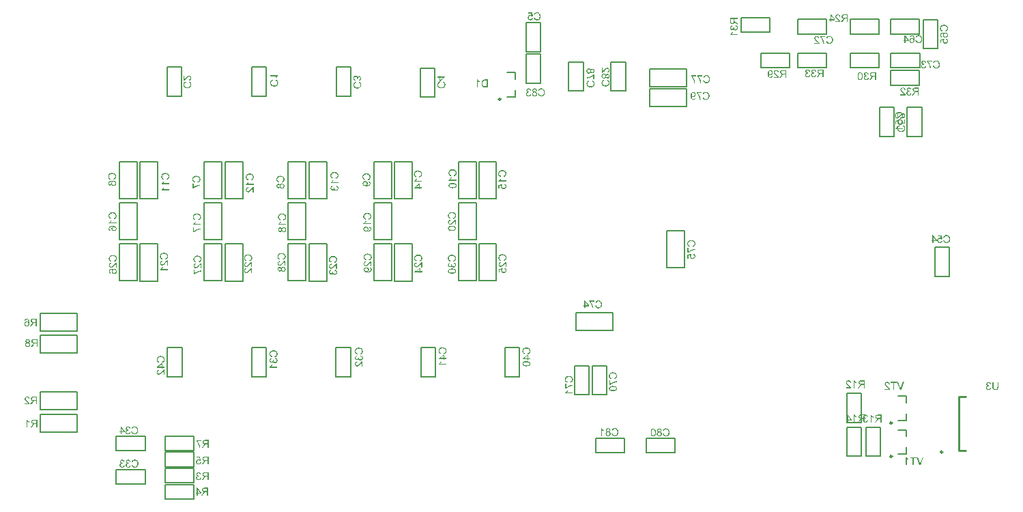
<source format=gbo>
G04*
G04 #@! TF.GenerationSoftware,Altium Limited,Altium Designer,21.2.1 (34)*
G04*
G04 Layer_Color=32896*
%FSLAX25Y25*%
%MOIN*%
G70*
G04*
G04 #@! TF.SameCoordinates,AD134648-67B5-4B84-B7A5-465A691CB966*
G04*
G04*
G04 #@! TF.FilePolarity,Positive*
G04*
G01*
G75*
%ADD11C,0.00787*%
%ADD12C,0.00984*%
G36*
X454120Y62448D02*
X454214Y62442D01*
X454303Y62426D01*
X454386Y62409D01*
X454464Y62387D01*
X454536Y62365D01*
X454603Y62337D01*
X454664Y62309D01*
X454719Y62281D01*
X454764Y62253D01*
X454802Y62231D01*
X454836Y62209D01*
X454863Y62192D01*
X454880Y62176D01*
X454891Y62170D01*
X454897Y62165D01*
X454952Y62109D01*
X455002Y62048D01*
X455052Y61982D01*
X455091Y61915D01*
X455158Y61782D01*
X455202Y61649D01*
X455219Y61588D01*
X455235Y61527D01*
X455246Y61476D01*
X455258Y61432D01*
X455263Y61393D01*
Y61365D01*
X455269Y61349D01*
Y61343D01*
X454786Y61293D01*
X454775Y61421D01*
X454752Y61532D01*
X454719Y61632D01*
X454680Y61710D01*
X454647Y61776D01*
X454614Y61821D01*
X454592Y61848D01*
X454580Y61860D01*
X454497Y61926D01*
X454408Y61976D01*
X454314Y62015D01*
X454231Y62037D01*
X454153Y62054D01*
X454086Y62059D01*
X454064Y62065D01*
X454031D01*
X453914Y62059D01*
X453809Y62037D01*
X453720Y62004D01*
X453642Y61971D01*
X453581Y61932D01*
X453543Y61904D01*
X453515Y61882D01*
X453504Y61871D01*
X453437Y61793D01*
X453387Y61715D01*
X453348Y61638D01*
X453326Y61560D01*
X453309Y61499D01*
X453304Y61443D01*
X453298Y61410D01*
Y61404D01*
Y61399D01*
X453309Y61299D01*
X453332Y61194D01*
X453371Y61099D01*
X453409Y61010D01*
X453454Y60938D01*
X453493Y60877D01*
X453504Y60855D01*
X453515Y60838D01*
X453526Y60833D01*
Y60827D01*
X453570Y60766D01*
X453626Y60705D01*
X453687Y60638D01*
X453753Y60572D01*
X453892Y60439D01*
X454031Y60306D01*
X454103Y60244D01*
X454164Y60189D01*
X454225Y60139D01*
X454275Y60095D01*
X454314Y60061D01*
X454347Y60034D01*
X454369Y60017D01*
X454375Y60011D01*
X454514Y59895D01*
X454641Y59784D01*
X454747Y59684D01*
X454830Y59601D01*
X454902Y59528D01*
X454952Y59478D01*
X454980Y59445D01*
X454991Y59440D01*
Y59434D01*
X455069Y59340D01*
X455130Y59251D01*
X455185Y59162D01*
X455230Y59084D01*
X455263Y59018D01*
X455285Y58968D01*
X455296Y58935D01*
X455302Y58929D01*
Y58924D01*
X455324Y58863D01*
X455335Y58807D01*
X455346Y58751D01*
X455352Y58701D01*
X455357Y58657D01*
Y58624D01*
Y58602D01*
Y58596D01*
X452810D01*
Y59051D01*
X454703D01*
X454636Y59145D01*
X454603Y59184D01*
X454575Y59223D01*
X454547Y59257D01*
X454525Y59279D01*
X454508Y59295D01*
X454503Y59301D01*
X454475Y59329D01*
X454442Y59356D01*
X454364Y59429D01*
X454275Y59512D01*
X454181Y59595D01*
X454092Y59667D01*
X454053Y59701D01*
X454020Y59734D01*
X453992Y59756D01*
X453970Y59773D01*
X453959Y59784D01*
X453953Y59789D01*
X453864Y59867D01*
X453776Y59939D01*
X453698Y60011D01*
X453626Y60072D01*
X453559Y60133D01*
X453504Y60189D01*
X453448Y60239D01*
X453404Y60283D01*
X453359Y60328D01*
X453326Y60361D01*
X453298Y60389D01*
X453271Y60417D01*
X453243Y60450D01*
X453232Y60461D01*
X453154Y60555D01*
X453087Y60638D01*
X453032Y60722D01*
X452987Y60788D01*
X452954Y60849D01*
X452932Y60894D01*
X452921Y60922D01*
X452915Y60933D01*
X452882Y61016D01*
X452860Y61099D01*
X452838Y61177D01*
X452827Y61243D01*
X452821Y61304D01*
X452815Y61349D01*
Y61377D01*
Y61388D01*
X452821Y61471D01*
X452832Y61549D01*
X452843Y61626D01*
X452865Y61693D01*
X452921Y61826D01*
X452976Y61932D01*
X453010Y61982D01*
X453038Y62020D01*
X453065Y62059D01*
X453093Y62087D01*
X453115Y62109D01*
X453126Y62131D01*
X453137Y62137D01*
X453143Y62142D01*
X453204Y62198D01*
X453271Y62248D01*
X453343Y62287D01*
X453415Y62320D01*
X453559Y62376D01*
X453703Y62414D01*
X453764Y62426D01*
X453826Y62437D01*
X453881Y62442D01*
X453926Y62448D01*
X453964Y62453D01*
X454020D01*
X454120Y62448D01*
D02*
G37*
G36*
X460869Y58596D02*
X460336D01*
X458837Y62437D01*
X459353D01*
X460397Y59645D01*
X460441Y59528D01*
X460480Y59417D01*
X460513Y59312D01*
X460541Y59218D01*
X460569Y59134D01*
X460585Y59073D01*
X460591Y59051D01*
X460597Y59035D01*
X460602Y59023D01*
Y59018D01*
X460669Y59240D01*
X460702Y59345D01*
X460735Y59440D01*
X460763Y59523D01*
X460774Y59556D01*
X460780Y59589D01*
X460791Y59612D01*
X460796Y59628D01*
X460802Y59640D01*
Y59645D01*
X461801Y62437D01*
X462356D01*
X460869Y58596D01*
D02*
G37*
G36*
X458665Y61982D02*
X457400D01*
Y58596D01*
X456889D01*
Y61982D01*
X455624D01*
Y62437D01*
X458665D01*
Y61982D01*
D02*
G37*
G36*
X443050Y46373D02*
X443112Y46394D01*
X443210Y46421D01*
X443297Y46437D01*
X443368Y46448D01*
X443428Y46454D01*
X443565D01*
X443641Y46443D01*
X443789Y46415D01*
X443914Y46372D01*
X444023Y46328D01*
X444073Y46301D01*
X444111Y46279D01*
X444149Y46257D01*
X444176Y46235D01*
X444198Y46219D01*
X444214Y46208D01*
X444226Y46203D01*
X444231Y46197D01*
X444335Y46093D01*
X444417Y45979D01*
X444482Y45859D01*
X444537Y45739D01*
X444569Y45635D01*
X444586Y45591D01*
X444597Y45553D01*
X444602Y45520D01*
X444608Y45498D01*
X444613Y45482D01*
Y45476D01*
X444149Y45395D01*
X444127Y45515D01*
X444094Y45618D01*
X444056Y45706D01*
X444018Y45777D01*
X443980Y45831D01*
X443947Y45869D01*
X443925Y45897D01*
X443920Y45902D01*
X443849Y45957D01*
X443772Y46000D01*
X443701Y46028D01*
X443630Y46050D01*
X443565Y46061D01*
X443516Y46071D01*
X443472D01*
X443374Y46066D01*
X443286Y46044D01*
X443210Y46017D01*
X443144Y45990D01*
X443095Y45957D01*
X443057Y45930D01*
X443050Y45924D01*
Y45035D01*
X443052Y45034D01*
X443079Y45012D01*
X443084Y45007D01*
X443090D01*
X443183Y44958D01*
X443270Y44919D01*
X443363Y44892D01*
X443445Y44876D01*
X443516Y44865D01*
X443576Y44854D01*
X443647D01*
X443669Y44859D01*
X443696D01*
X443750Y44450D01*
X443680Y44466D01*
X443614Y44477D01*
X443559Y44488D01*
X443510Y44494D01*
X443472Y44499D01*
X443423D01*
X443308Y44488D01*
X443204Y44466D01*
X443112Y44434D01*
X443050Y44403D01*
Y43092D01*
X443090Y43069D01*
X443183Y43030D01*
X443270Y43003D01*
X443346Y42987D01*
X443406Y42981D01*
X443428Y42976D01*
X443461D01*
X443559Y42981D01*
X443652Y43003D01*
X443734Y43030D01*
X443800Y43063D01*
X443854Y43090D01*
X443898Y43118D01*
X443920Y43139D01*
X443931Y43145D01*
X443996Y43221D01*
X444051Y43309D01*
X444100Y43402D01*
X444138Y43500D01*
X444165Y43582D01*
X444176Y43620D01*
X444182Y43653D01*
X444187Y43680D01*
X444193Y43702D01*
X444198Y43713D01*
Y43718D01*
X444662Y43658D01*
X444651Y43571D01*
X444635Y43489D01*
X444586Y43336D01*
X444526Y43205D01*
X444493Y43150D01*
X444460Y43096D01*
X444427Y43047D01*
X444395Y43009D01*
X444367Y42970D01*
X444340Y42943D01*
X444324Y42921D01*
X444307Y42905D01*
X444296Y42894D01*
X444291Y42888D01*
X444226Y42839D01*
X444160Y42790D01*
X444094Y42752D01*
X444023Y42719D01*
X443887Y42665D01*
X443756Y42632D01*
X443696Y42621D01*
X443641Y42610D01*
X443592Y42604D01*
X443548Y42599D01*
X443516Y42594D01*
X443467D01*
X443363Y42599D01*
X443270Y42610D01*
X443177Y42626D01*
X443090Y42648D01*
X443008Y42675D01*
X442954Y42696D01*
X442540D01*
Y42952D01*
X442489Y43003D01*
X442435Y43074D01*
X442385Y43145D01*
X442342Y43216D01*
X442309Y43281D01*
X442276Y43352D01*
X442233Y43483D01*
X442222Y43543D01*
X442211Y43598D01*
X442200Y43647D01*
X442194Y43691D01*
X442189Y43724D01*
Y43751D01*
Y43767D01*
Y43773D01*
X442194Y43904D01*
X442216Y44024D01*
X442249Y44128D01*
X442282Y44215D01*
X442314Y44286D01*
X442347Y44341D01*
X442369Y44374D01*
X442375Y44384D01*
X442389Y44400D01*
X441885D01*
X441824Y44394D01*
X441779D01*
X441741Y44389D01*
X441713Y44383D01*
X441691D01*
X441679Y44378D01*
X441674D01*
X441585Y44350D01*
X441546Y44333D01*
X441513Y44317D01*
X441480Y44300D01*
X441458Y44289D01*
X441446Y44283D01*
X441441Y44278D01*
X441397Y44245D01*
X441352Y44206D01*
X441269Y44122D01*
X441230Y44084D01*
X441202Y44050D01*
X441186Y44028D01*
X441180Y44023D01*
X441124Y43945D01*
X441063Y43862D01*
X441002Y43773D01*
X440941Y43690D01*
X440891Y43612D01*
X440853Y43551D01*
X440836Y43529D01*
X440825Y43512D01*
X440814Y43501D01*
Y43495D01*
X440309Y42696D01*
X439676D01*
X440336Y43740D01*
X440414Y43850D01*
X440486Y43950D01*
X440558Y44034D01*
X440620Y44111D01*
X440675Y44167D01*
X440719Y44211D01*
X440747Y44239D01*
X440758Y44250D01*
X440803Y44283D01*
X440853Y44322D01*
X440952Y44383D01*
X440997Y44405D01*
X441030Y44428D01*
X441052Y44439D01*
X441063Y44444D01*
X440964Y44461D01*
X440869Y44478D01*
X440786Y44505D01*
X440703Y44528D01*
X440631Y44555D01*
X440564Y44589D01*
X440503Y44616D01*
X440447Y44644D01*
X440403Y44677D01*
X440359Y44705D01*
X440325Y44727D01*
X440298Y44750D01*
X440275Y44766D01*
X440259Y44783D01*
X440253Y44788D01*
X440248Y44794D01*
X440203Y44850D01*
X440159Y44905D01*
X440092Y45022D01*
X440048Y45138D01*
X440015Y45249D01*
X439992Y45343D01*
X439987Y45382D01*
Y45421D01*
X439981Y45449D01*
Y45471D01*
Y45482D01*
Y45488D01*
X439987Y45604D01*
X440003Y45710D01*
X440031Y45810D01*
X440059Y45893D01*
X440092Y45965D01*
X440114Y46020D01*
X440137Y46054D01*
X440142Y46059D01*
Y46065D01*
X440209Y46154D01*
X440275Y46231D01*
X440347Y46298D01*
X440414Y46348D01*
X440475Y46387D01*
X440525Y46409D01*
X440558Y46426D01*
X440564Y46431D01*
X440569D01*
X440620Y46448D01*
X440681Y46464D01*
X440803Y46492D01*
X440936Y46509D01*
X441058Y46526D01*
X441175Y46531D01*
X441224D01*
X441269Y46537D01*
X443050D01*
Y46373D01*
D02*
G37*
G36*
X437961Y46459D02*
X438022Y46370D01*
X438094Y46281D01*
X438161Y46204D01*
X438227Y46137D01*
X438277Y46082D01*
X438300Y46065D01*
X438316Y46048D01*
X438322Y46043D01*
X438327Y46037D01*
X438444Y45943D01*
X438560Y45854D01*
X438671Y45776D01*
X438782Y45715D01*
X438877Y45660D01*
X438916Y45638D01*
X438949Y45621D01*
X438977Y45604D01*
X438999Y45599D01*
X439010Y45588D01*
X439015D01*
Y45132D01*
X438932Y45166D01*
X438849Y45205D01*
X438766Y45243D01*
X438688Y45282D01*
X438622Y45316D01*
X438566Y45343D01*
X438533Y45366D01*
X438527Y45371D01*
X438522D01*
X438422Y45432D01*
X438333Y45493D01*
X438255Y45549D01*
X438194Y45599D01*
X438139Y45638D01*
X438105Y45671D01*
X438078Y45693D01*
X438072Y45699D01*
Y42696D01*
X437600D01*
Y46553D01*
X437906D01*
X437961Y46459D01*
D02*
G37*
G36*
X446213Y46361D02*
X446273Y46274D01*
X446344Y46186D01*
X446410Y46110D01*
X446475Y46044D01*
X446524Y45990D01*
X446546Y45973D01*
X446562Y45957D01*
X446568Y45951D01*
X446573Y45946D01*
X446688Y45853D01*
X446803Y45766D01*
X446912Y45689D01*
X447021Y45629D01*
X447114Y45575D01*
X447152Y45553D01*
X447185Y45537D01*
X447212Y45520D01*
X447234Y45515D01*
X447245Y45504D01*
X447250D01*
Y45056D01*
X447168Y45089D01*
X447086Y45127D01*
X447005Y45165D01*
X446928Y45203D01*
X446863Y45236D01*
X446808Y45263D01*
X446775Y45285D01*
X446770Y45291D01*
X446764D01*
X446666Y45351D01*
X446579Y45411D01*
X446502Y45465D01*
X446442Y45515D01*
X446388Y45553D01*
X446355Y45586D01*
X446328Y45607D01*
X446322Y45613D01*
Y42659D01*
X445858D01*
Y46454D01*
X446158D01*
X446213Y46361D01*
D02*
G37*
G36*
X436551Y44050D02*
Y43617D01*
X434881D01*
Y42696D01*
X434409D01*
Y43617D01*
X433887D01*
Y44050D01*
X434409D01*
Y46537D01*
X434792D01*
X436551Y44050D01*
D02*
G37*
G36*
X451220Y42659D02*
X450717D01*
Y44335D01*
X450073D01*
X450013Y44330D01*
X449969D01*
X449931Y44324D01*
X449904Y44319D01*
X449882D01*
X449871Y44313D01*
X449866D01*
X449778Y44286D01*
X449740Y44270D01*
X449707Y44253D01*
X449675Y44237D01*
X449653Y44226D01*
X449642Y44221D01*
X449636Y44215D01*
X449593Y44182D01*
X449549Y44144D01*
X449467Y44062D01*
X449429Y44024D01*
X449402Y43991D01*
X449385Y43969D01*
X449380Y43964D01*
X449325Y43887D01*
X449265Y43806D01*
X449205Y43718D01*
X449145Y43636D01*
X449096Y43560D01*
X449058Y43500D01*
X449041Y43478D01*
X449030Y43462D01*
X449019Y43451D01*
Y43445D01*
X448523Y42659D01*
X447900D01*
X448550Y43685D01*
X448626Y43795D01*
X448697Y43893D01*
X448768Y43975D01*
X448828Y44051D01*
X448883Y44106D01*
X448926Y44150D01*
X448954Y44177D01*
X448965Y44188D01*
X449008Y44221D01*
X449058Y44259D01*
X449156Y44319D01*
X449199Y44341D01*
X449232Y44363D01*
X449254Y44374D01*
X449265Y44379D01*
X449167Y44395D01*
X449074Y44412D01*
X448992Y44439D01*
X448910Y44461D01*
X448839Y44488D01*
X448774Y44521D01*
X448714Y44548D01*
X448659Y44576D01*
X448615Y44608D01*
X448572Y44636D01*
X448539Y44657D01*
X448512Y44679D01*
X448490Y44696D01*
X448473Y44712D01*
X448468Y44717D01*
X448462Y44723D01*
X448419Y44778D01*
X448375Y44832D01*
X448310Y44947D01*
X448266Y45061D01*
X448233Y45171D01*
X448211Y45263D01*
X448206Y45302D01*
Y45340D01*
X448200Y45367D01*
Y45389D01*
Y45400D01*
Y45405D01*
X448206Y45520D01*
X448222Y45624D01*
X448249Y45722D01*
X448277Y45804D01*
X448310Y45875D01*
X448331Y45930D01*
X448353Y45962D01*
X448359Y45968D01*
Y45973D01*
X448424Y46061D01*
X448490Y46137D01*
X448561Y46203D01*
X448626Y46252D01*
X448686Y46290D01*
X448735Y46312D01*
X448768Y46328D01*
X448774Y46334D01*
X448779D01*
X448828Y46350D01*
X448888Y46366D01*
X449008Y46394D01*
X449139Y46410D01*
X449260Y46426D01*
X449374Y46432D01*
X449423D01*
X449467Y46437D01*
X451220D01*
Y42659D01*
D02*
G37*
G36*
X435219Y63159D02*
X435314Y63153D01*
X435402Y63137D01*
X435486Y63120D01*
X435563Y63098D01*
X435636Y63076D01*
X435702Y63048D01*
X435763Y63020D01*
X435819Y62992D01*
X435863Y62964D01*
X435902Y62942D01*
X435935Y62920D01*
X435963Y62903D01*
X435980Y62887D01*
X435991Y62881D01*
X435996Y62876D01*
X436052Y62820D01*
X436102Y62759D01*
X436152Y62693D01*
X436191Y62626D01*
X436257Y62493D01*
X436302Y62360D01*
X436318Y62299D01*
X436335Y62238D01*
X436346Y62187D01*
X436357Y62143D01*
X436363Y62104D01*
Y62076D01*
X436368Y62060D01*
Y62054D01*
X435885Y62004D01*
X435874Y62132D01*
X435852Y62243D01*
X435819Y62343D01*
X435780Y62421D01*
X435747Y62487D01*
X435713Y62532D01*
X435691Y62559D01*
X435680Y62571D01*
X435597Y62637D01*
X435508Y62687D01*
X435414Y62726D01*
X435330Y62748D01*
X435253Y62765D01*
X435186Y62770D01*
X435164Y62776D01*
X435131D01*
X435014Y62770D01*
X434908Y62748D01*
X434820Y62715D01*
X434742Y62682D01*
X434681Y62643D01*
X434642Y62615D01*
X434614Y62593D01*
X434603Y62582D01*
X434537Y62504D01*
X434487Y62426D01*
X434448Y62349D01*
X434426Y62271D01*
X434409Y62210D01*
X434404Y62154D01*
X434398Y62121D01*
Y62115D01*
Y62110D01*
X434409Y62010D01*
X434431Y61905D01*
X434470Y61810D01*
X434509Y61721D01*
X434553Y61649D01*
X434592Y61588D01*
X434603Y61566D01*
X434614Y61549D01*
X434625Y61544D01*
Y61538D01*
X434670Y61477D01*
X434725Y61416D01*
X434786Y61349D01*
X434853Y61283D01*
X434992Y61150D01*
X435131Y61016D01*
X435203Y60955D01*
X435264Y60900D01*
X435325Y60850D01*
X435375Y60806D01*
X435414Y60772D01*
X435447Y60745D01*
X435469Y60728D01*
X435475Y60722D01*
X435613Y60606D01*
X435741Y60495D01*
X435847Y60395D01*
X435930Y60312D01*
X436002Y60239D01*
X436052Y60189D01*
X436080Y60156D01*
X436091Y60151D01*
Y60145D01*
X436168Y60051D01*
X436229Y59962D01*
X436285Y59873D01*
X436329Y59795D01*
X436363Y59729D01*
X436385Y59679D01*
X436396Y59646D01*
X436402Y59640D01*
Y59635D01*
X436424Y59574D01*
X436435Y59518D01*
X436446Y59462D01*
X436451Y59412D01*
X436457Y59368D01*
Y59335D01*
Y59313D01*
Y59307D01*
X433910D01*
Y59762D01*
X435802D01*
X435736Y59856D01*
X435702Y59895D01*
X435674Y59934D01*
X435647Y59967D01*
X435625Y59990D01*
X435608Y60006D01*
X435602Y60012D01*
X435574Y60040D01*
X435541Y60067D01*
X435463Y60140D01*
X435375Y60223D01*
X435280Y60306D01*
X435192Y60378D01*
X435153Y60412D01*
X435119Y60445D01*
X435092Y60467D01*
X435070Y60484D01*
X435058Y60495D01*
X435053Y60500D01*
X434964Y60578D01*
X434875Y60650D01*
X434797Y60722D01*
X434725Y60783D01*
X434659Y60844D01*
X434603Y60900D01*
X434548Y60950D01*
X434503Y60994D01*
X434459Y61039D01*
X434426Y61072D01*
X434398Y61100D01*
X434370Y61128D01*
X434342Y61161D01*
X434331Y61172D01*
X434254Y61266D01*
X434187Y61349D01*
X434131Y61433D01*
X434087Y61499D01*
X434054Y61560D01*
X434032Y61605D01*
X434021Y61633D01*
X434015Y61644D01*
X433982Y61727D01*
X433959Y61810D01*
X433937Y61888D01*
X433926Y61954D01*
X433921Y62015D01*
X433915Y62060D01*
Y62088D01*
Y62099D01*
X433921Y62182D01*
X433932Y62260D01*
X433943Y62337D01*
X433965Y62404D01*
X434021Y62537D01*
X434076Y62643D01*
X434109Y62693D01*
X434137Y62731D01*
X434165Y62770D01*
X434193Y62798D01*
X434215Y62820D01*
X434226Y62842D01*
X434237Y62848D01*
X434242Y62853D01*
X434304Y62909D01*
X434370Y62959D01*
X434442Y62998D01*
X434515Y63031D01*
X434659Y63087D01*
X434803Y63125D01*
X434864Y63137D01*
X434925Y63148D01*
X434981Y63153D01*
X435025Y63159D01*
X435064Y63164D01*
X435119D01*
X435219Y63159D01*
D02*
G37*
G36*
X437961Y63070D02*
X438022Y62981D01*
X438094Y62892D01*
X438161Y62815D01*
X438227Y62748D01*
X438277Y62693D01*
X438300Y62676D01*
X438316Y62659D01*
X438322Y62654D01*
X438327Y62648D01*
X438444Y62554D01*
X438560Y62465D01*
X438671Y62387D01*
X438782Y62326D01*
X438877Y62271D01*
X438916Y62249D01*
X438949Y62232D01*
X438977Y62215D01*
X438999Y62210D01*
X439010Y62199D01*
X439015D01*
Y61743D01*
X438932Y61777D01*
X438849Y61816D01*
X438766Y61854D01*
X438688Y61893D01*
X438622Y61927D01*
X438566Y61954D01*
X438533Y61977D01*
X438527Y61982D01*
X438522D01*
X438422Y62043D01*
X438333Y62104D01*
X438255Y62160D01*
X438194Y62210D01*
X438139Y62249D01*
X438105Y62282D01*
X438078Y62304D01*
X438072Y62310D01*
Y59307D01*
X437600D01*
Y63164D01*
X437906D01*
X437961Y63070D01*
D02*
G37*
G36*
X443050Y59307D02*
X442540D01*
Y61011D01*
X441885D01*
X441824Y61005D01*
X441779D01*
X441741Y61000D01*
X441713Y60994D01*
X441691D01*
X441679Y60989D01*
X441674D01*
X441585Y60961D01*
X441546Y60944D01*
X441513Y60928D01*
X441480Y60911D01*
X441458Y60900D01*
X441446Y60894D01*
X441441Y60889D01*
X441397Y60856D01*
X441352Y60817D01*
X441269Y60733D01*
X441230Y60695D01*
X441202Y60661D01*
X441186Y60639D01*
X441180Y60633D01*
X441124Y60556D01*
X441063Y60473D01*
X441002Y60384D01*
X440941Y60300D01*
X440891Y60223D01*
X440853Y60162D01*
X440836Y60140D01*
X440825Y60123D01*
X440814Y60112D01*
Y60106D01*
X440309Y59307D01*
X439676D01*
X440336Y60351D01*
X440414Y60461D01*
X440486Y60561D01*
X440558Y60645D01*
X440620Y60722D01*
X440675Y60778D01*
X440719Y60822D01*
X440747Y60850D01*
X440758Y60861D01*
X440803Y60894D01*
X440853Y60933D01*
X440952Y60994D01*
X440997Y61016D01*
X441030Y61039D01*
X441052Y61050D01*
X441063Y61055D01*
X440964Y61072D01*
X440869Y61089D01*
X440786Y61116D01*
X440703Y61139D01*
X440631Y61166D01*
X440564Y61200D01*
X440503Y61227D01*
X440447Y61255D01*
X440403Y61288D01*
X440359Y61316D01*
X440325Y61338D01*
X440298Y61361D01*
X440275Y61377D01*
X440259Y61394D01*
X440253Y61399D01*
X440248Y61405D01*
X440203Y61461D01*
X440159Y61516D01*
X440092Y61633D01*
X440048Y61749D01*
X440015Y61860D01*
X439992Y61954D01*
X439987Y61993D01*
Y62032D01*
X439981Y62060D01*
Y62082D01*
Y62093D01*
Y62099D01*
X439987Y62215D01*
X440003Y62321D01*
X440031Y62421D01*
X440059Y62504D01*
X440092Y62576D01*
X440114Y62631D01*
X440137Y62665D01*
X440142Y62670D01*
Y62676D01*
X440209Y62765D01*
X440275Y62842D01*
X440347Y62909D01*
X440414Y62959D01*
X440475Y62998D01*
X440525Y63020D01*
X440558Y63037D01*
X440564Y63042D01*
X440569D01*
X440620Y63059D01*
X440681Y63076D01*
X440803Y63103D01*
X440936Y63120D01*
X441058Y63137D01*
X441175Y63142D01*
X441224D01*
X441269Y63148D01*
X443050D01*
Y59307D01*
D02*
G37*
G36*
X118843Y23931D02*
X118406Y23871D01*
X118368Y23931D01*
X118319Y23980D01*
X118275Y24029D01*
X118231Y24068D01*
X118188Y24095D01*
X118155Y24122D01*
X118133Y24133D01*
X118128Y24139D01*
X118057Y24171D01*
X117986Y24199D01*
X117920Y24215D01*
X117855Y24231D01*
X117800Y24237D01*
X117756Y24242D01*
X117653D01*
X117587Y24231D01*
X117473Y24204D01*
X117374Y24166D01*
X117287Y24128D01*
X117221Y24084D01*
X117172Y24046D01*
X117145Y24018D01*
X117134Y24013D01*
Y24008D01*
X117058Y23915D01*
X117003Y23816D01*
X116965Y23713D01*
X116937Y23609D01*
X116921Y23522D01*
X116916Y23483D01*
Y23451D01*
X116910Y23423D01*
Y23402D01*
Y23391D01*
Y23385D01*
Y23309D01*
X116921Y23238D01*
X116948Y23101D01*
X116987Y22986D01*
X117025Y22894D01*
X117069Y22817D01*
X117107Y22757D01*
X117123Y22741D01*
X117134Y22724D01*
X117139Y22719D01*
X117145Y22714D01*
X117189Y22670D01*
X117232Y22632D01*
X117331Y22566D01*
X117423Y22522D01*
X117516Y22495D01*
X117593Y22473D01*
X117658Y22468D01*
X117680Y22462D01*
X117713D01*
X117816Y22468D01*
X117909Y22490D01*
X117991Y22517D01*
X118057Y22550D01*
X118117Y22582D01*
X118160Y22610D01*
X118182Y22632D01*
X118193Y22637D01*
X118259Y22714D01*
X118313Y22795D01*
X118357Y22888D01*
X118390Y22970D01*
X118412Y23052D01*
X118428Y23112D01*
X118433Y23139D01*
X118439Y23156D01*
Y23167D01*
Y23172D01*
X118925Y23134D01*
X118914Y23047D01*
X118898Y22965D01*
X118848Y22812D01*
X118788Y22681D01*
X118756Y22621D01*
X118723Y22572D01*
X118695Y22522D01*
X118663Y22479D01*
X118635Y22446D01*
X118608Y22419D01*
X118586Y22397D01*
X118575Y22375D01*
X118564Y22369D01*
X118559Y22364D01*
X118493Y22315D01*
X118428Y22271D01*
X118357Y22233D01*
X118286Y22200D01*
X118149Y22151D01*
X118013Y22118D01*
X117953Y22102D01*
X117893Y22096D01*
X117844Y22091D01*
X117800Y22086D01*
X117762Y22080D01*
X117713D01*
X117598Y22086D01*
X117489Y22102D01*
X117385Y22124D01*
X117292Y22151D01*
X117205Y22189D01*
X117123Y22228D01*
X117047Y22266D01*
X116981Y22309D01*
X116921Y22353D01*
X116866Y22391D01*
X116823Y22435D01*
X116785Y22468D01*
X116757Y22495D01*
X116735Y22517D01*
X116725Y22533D01*
X116719Y22539D01*
X116664Y22610D01*
X116621Y22686D01*
X116577Y22757D01*
X116544Y22834D01*
X116490Y22981D01*
X116457Y23123D01*
X116446Y23183D01*
X116435Y23243D01*
X116430Y23292D01*
X116424Y23336D01*
X116419Y23374D01*
Y23402D01*
Y23418D01*
Y23423D01*
X116424Y23522D01*
X116435Y23614D01*
X116452Y23707D01*
X116473Y23789D01*
X116501Y23866D01*
X116528Y23942D01*
X116561Y24008D01*
X116588Y24068D01*
X116621Y24122D01*
X116654Y24171D01*
X116681Y24210D01*
X116708Y24248D01*
X116730Y24275D01*
X116746Y24292D01*
X116757Y24302D01*
X116763Y24308D01*
X116828Y24368D01*
X116894Y24422D01*
X116965Y24466D01*
X117036Y24504D01*
X117107Y24543D01*
X117178Y24570D01*
X117309Y24608D01*
X117369Y24624D01*
X117423Y24635D01*
X117473Y24641D01*
X117516Y24646D01*
X117549Y24652D01*
X117669D01*
X117735Y24641D01*
X117866Y24614D01*
X117986Y24575D01*
X118095Y24532D01*
X118182Y24488D01*
X118220Y24466D01*
X118253Y24450D01*
X118281Y24433D01*
X118297Y24422D01*
X118308Y24417D01*
X118313Y24412D01*
X118111Y25433D01*
X116599D01*
Y25875D01*
X118477D01*
X118843Y23931D01*
D02*
G37*
G36*
X122539Y22146D02*
X122037D01*
Y23822D01*
X121393D01*
X121333Y23816D01*
X121289D01*
X121251Y23811D01*
X121223Y23806D01*
X121202D01*
X121191Y23800D01*
X121185D01*
X121098Y23773D01*
X121060Y23756D01*
X121027Y23740D01*
X120994Y23724D01*
X120972Y23713D01*
X120961Y23707D01*
X120956Y23702D01*
X120912Y23669D01*
X120869Y23631D01*
X120787Y23549D01*
X120748Y23511D01*
X120721Y23478D01*
X120705Y23456D01*
X120699Y23451D01*
X120645Y23374D01*
X120585Y23292D01*
X120525Y23205D01*
X120465Y23123D01*
X120415Y23047D01*
X120377Y22986D01*
X120361Y22965D01*
X120350Y22948D01*
X120339Y22937D01*
Y22932D01*
X119842Y22146D01*
X119220D01*
X119869Y23172D01*
X119946Y23281D01*
X120017Y23380D01*
X120088Y23461D01*
X120148Y23538D01*
X120203Y23593D01*
X120246Y23636D01*
X120273Y23664D01*
X120284Y23674D01*
X120328Y23707D01*
X120377Y23745D01*
X120475Y23806D01*
X120519Y23827D01*
X120552Y23849D01*
X120574Y23860D01*
X120585Y23866D01*
X120486Y23882D01*
X120394Y23898D01*
X120312Y23926D01*
X120230Y23947D01*
X120159Y23975D01*
X120093Y24008D01*
X120033Y24035D01*
X119979Y24062D01*
X119935Y24095D01*
X119891Y24122D01*
X119859Y24144D01*
X119831Y24166D01*
X119809Y24182D01*
X119793Y24199D01*
X119788Y24204D01*
X119782Y24210D01*
X119738Y24264D01*
X119695Y24319D01*
X119629Y24433D01*
X119586Y24548D01*
X119553Y24657D01*
X119531Y24750D01*
X119526Y24788D01*
Y24826D01*
X119520Y24854D01*
Y24876D01*
Y24887D01*
Y24892D01*
X119526Y25007D01*
X119542Y25111D01*
X119569Y25209D01*
X119596Y25291D01*
X119629Y25362D01*
X119651Y25416D01*
X119673Y25449D01*
X119678Y25454D01*
Y25460D01*
X119744Y25547D01*
X119809Y25624D01*
X119880Y25689D01*
X119946Y25738D01*
X120006Y25777D01*
X120055Y25798D01*
X120088Y25815D01*
X120093Y25820D01*
X120099D01*
X120148Y25837D01*
X120208Y25853D01*
X120328Y25880D01*
X120459Y25897D01*
X120579Y25913D01*
X120694Y25918D01*
X120743D01*
X120787Y25924D01*
X122539D01*
Y22146D01*
D02*
G37*
G36*
X99354Y75096D02*
X99545Y75075D01*
X99714Y75047D01*
X99796Y75025D01*
X99867Y75009D01*
X99933Y74993D01*
X99993Y74971D01*
X100048Y74955D01*
X100091Y74944D01*
X100124Y74927D01*
X100151Y74922D01*
X100168Y74911D01*
X100173D01*
X100337Y74829D01*
X100484Y74736D01*
X100610Y74638D01*
X100659Y74589D01*
X100708Y74545D01*
X100752Y74501D01*
X100790Y74458D01*
X100823Y74419D01*
X100845Y74387D01*
X100866Y74365D01*
X100883Y74343D01*
X100888Y74332D01*
X100894Y74327D01*
X100937Y74250D01*
X100976Y74174D01*
X101036Y74010D01*
X101079Y73846D01*
X101107Y73688D01*
X101118Y73611D01*
X101129Y73546D01*
X101134Y73486D01*
Y73437D01*
X101139Y73393D01*
Y73333D01*
X101134Y73224D01*
X101123Y73120D01*
X101112Y73022D01*
X101090Y72929D01*
X101063Y72842D01*
X101036Y72760D01*
X101008Y72683D01*
X100976Y72612D01*
X100948Y72552D01*
X100921Y72492D01*
X100894Y72448D01*
X100866Y72405D01*
X100845Y72377D01*
X100834Y72350D01*
X100823Y72339D01*
X100817Y72334D01*
X100752Y72257D01*
X100686Y72192D01*
X100610Y72132D01*
X100533Y72072D01*
X100381Y71973D01*
X100228Y71897D01*
X100157Y71864D01*
X100091Y71837D01*
X100031Y71815D01*
X99982Y71799D01*
X99938Y71782D01*
X99906Y71771D01*
X99884Y71766D01*
X99878D01*
X99753Y72268D01*
X99840Y72290D01*
X99922Y72317D01*
X99998Y72345D01*
X100069Y72372D01*
X100135Y72405D01*
X100189Y72438D01*
X100244Y72476D01*
X100293Y72509D01*
X100337Y72536D01*
X100370Y72569D01*
X100402Y72596D01*
X100430Y72618D01*
X100446Y72640D01*
X100462Y72656D01*
X100468Y72661D01*
X100473Y72667D01*
X100517Y72721D01*
X100550Y72781D01*
X100610Y72902D01*
X100654Y73016D01*
X100681Y73131D01*
X100703Y73229D01*
X100708Y73267D01*
Y73306D01*
X100714Y73338D01*
Y73377D01*
X100708Y73502D01*
X100686Y73622D01*
X100659Y73731D01*
X100626Y73830D01*
X100593Y73906D01*
X100577Y73939D01*
X100566Y73966D01*
X100555Y73988D01*
X100544Y74005D01*
X100539Y74015D01*
Y74021D01*
X100462Y74125D01*
X100381Y74212D01*
X100288Y74288D01*
X100200Y74348D01*
X100124Y74398D01*
X100058Y74430D01*
X100031Y74441D01*
X100015Y74452D01*
X100004Y74458D01*
X99998D01*
X99856Y74501D01*
X99714Y74534D01*
X99572Y74562D01*
X99441Y74578D01*
X99381Y74583D01*
X99327Y74589D01*
X99278D01*
X99239Y74594D01*
X99207D01*
X99179D01*
X99163D01*
X99158D01*
X99016Y74589D01*
X98885Y74578D01*
X98764Y74556D01*
X98655Y74534D01*
X98562Y74518D01*
X98524Y74507D01*
X98491Y74496D01*
X98464Y74490D01*
X98448Y74485D01*
X98437Y74480D01*
X98431D01*
X98306Y74425D01*
X98191Y74365D01*
X98098Y74299D01*
X98016Y74228D01*
X97951Y74168D01*
X97907Y74119D01*
X97880Y74081D01*
X97869Y74076D01*
Y74070D01*
X97798Y73955D01*
X97743Y73830D01*
X97705Y73710D01*
X97683Y73595D01*
X97667Y73491D01*
X97662Y73448D01*
Y73409D01*
X97656Y73382D01*
Y73338D01*
X97662Y73202D01*
X97683Y73076D01*
X97716Y72973D01*
X97749Y72880D01*
X97787Y72809D01*
X97814Y72754D01*
X97836Y72721D01*
X97847Y72711D01*
X97929Y72623D01*
X98022Y72541D01*
X98120Y72476D01*
X98218Y72421D01*
X98306Y72377D01*
X98349Y72361D01*
X98382Y72350D01*
X98409Y72339D01*
X98431Y72328D01*
X98442Y72323D01*
X98448D01*
X98333Y71831D01*
X98235Y71864D01*
X98147Y71897D01*
X98066Y71941D01*
X97984Y71979D01*
X97913Y72023D01*
X97847Y72072D01*
X97782Y72115D01*
X97727Y72159D01*
X97683Y72203D01*
X97640Y72241D01*
X97601Y72279D01*
X97574Y72307D01*
X97547Y72334D01*
X97531Y72356D01*
X97525Y72366D01*
X97520Y72372D01*
X97470Y72448D01*
X97421Y72525D01*
X97383Y72601D01*
X97350Y72683D01*
X97301Y72847D01*
X97268Y72994D01*
X97252Y73065D01*
X97247Y73125D01*
X97241Y73185D01*
X97236Y73235D01*
X97230Y73273D01*
Y73327D01*
X97241Y73508D01*
X97268Y73682D01*
X97301Y73835D01*
X97323Y73906D01*
X97345Y73972D01*
X97367Y74032D01*
X97388Y74086D01*
X97405Y74130D01*
X97421Y74174D01*
X97438Y74201D01*
X97449Y74223D01*
X97454Y74239D01*
X97460Y74245D01*
X97552Y74392D01*
X97662Y74518D01*
X97771Y74627D01*
X97880Y74720D01*
X97978Y74791D01*
X98022Y74818D01*
X98060Y74840D01*
X98087Y74862D01*
X98109Y74873D01*
X98126Y74878D01*
X98131Y74884D01*
X98300Y74960D01*
X98475Y75015D01*
X98650Y75053D01*
X98808Y75080D01*
X98879Y75091D01*
X98950Y75096D01*
X99005Y75102D01*
X99059D01*
X99098Y75107D01*
X99130D01*
X99152D01*
X99158D01*
X99354Y75096D01*
D02*
G37*
G36*
X100168Y69855D02*
X101074D01*
Y69391D01*
X100168D01*
Y68878D01*
X99742D01*
Y69391D01*
X97296D01*
Y69768D01*
X99742Y71498D01*
X100168D01*
Y69855D01*
D02*
G37*
G36*
X101074Y65962D02*
X100626D01*
Y67824D01*
X100533Y67758D01*
X100495Y67725D01*
X100457Y67698D01*
X100424Y67671D01*
X100402Y67649D01*
X100386Y67633D01*
X100381Y67627D01*
X100353Y67600D01*
X100326Y67567D01*
X100255Y67491D01*
X100173Y67403D01*
X100091Y67311D01*
X100020Y67223D01*
X99988Y67185D01*
X99955Y67152D01*
X99933Y67125D01*
X99916Y67103D01*
X99906Y67092D01*
X99900Y67087D01*
X99824Y66999D01*
X99753Y66912D01*
X99682Y66836D01*
X99622Y66765D01*
X99562Y66699D01*
X99507Y66644D01*
X99458Y66590D01*
X99414Y66546D01*
X99370Y66502D01*
X99338Y66470D01*
X99310Y66442D01*
X99283Y66415D01*
X99250Y66388D01*
X99239Y66377D01*
X99147Y66300D01*
X99065Y66235D01*
X98983Y66180D01*
X98917Y66137D01*
X98857Y66104D01*
X98814Y66082D01*
X98786Y66071D01*
X98775Y66066D01*
X98693Y66033D01*
X98611Y66011D01*
X98535Y65989D01*
X98470Y65978D01*
X98409Y65973D01*
X98366Y65967D01*
X98339D01*
X98328D01*
X98246Y65973D01*
X98169Y65984D01*
X98093Y65995D01*
X98027Y66017D01*
X97896Y66071D01*
X97793Y66126D01*
X97743Y66158D01*
X97705Y66186D01*
X97667Y66213D01*
X97640Y66240D01*
X97618Y66262D01*
X97596Y66273D01*
X97591Y66284D01*
X97585Y66290D01*
X97531Y66350D01*
X97481Y66415D01*
X97443Y66486D01*
X97410Y66557D01*
X97356Y66699D01*
X97317Y66841D01*
X97307Y66901D01*
X97296Y66961D01*
X97290Y67016D01*
X97285Y67059D01*
X97279Y67098D01*
Y67152D01*
X97285Y67251D01*
X97290Y67343D01*
X97307Y67431D01*
X97323Y67513D01*
X97345Y67589D01*
X97367Y67660D01*
X97394Y67725D01*
X97421Y67786D01*
X97449Y67840D01*
X97476Y67884D01*
X97498Y67922D01*
X97520Y67955D01*
X97536Y67982D01*
X97552Y67998D01*
X97558Y68010D01*
X97563Y68015D01*
X97618Y68069D01*
X97678Y68119D01*
X97743Y68168D01*
X97809Y68206D01*
X97940Y68271D01*
X98071Y68315D01*
X98131Y68332D01*
X98191Y68348D01*
X98240Y68359D01*
X98284Y68370D01*
X98322Y68375D01*
X98349D01*
X98366Y68381D01*
X98371D01*
X98421Y67906D01*
X98295Y67895D01*
X98186Y67873D01*
X98087Y67840D01*
X98011Y67802D01*
X97945Y67769D01*
X97902Y67737D01*
X97874Y67715D01*
X97864Y67704D01*
X97798Y67622D01*
X97749Y67534D01*
X97711Y67442D01*
X97689Y67360D01*
X97672Y67283D01*
X97667Y67218D01*
X97662Y67196D01*
Y67163D01*
X97667Y67049D01*
X97689Y66945D01*
X97722Y66857D01*
X97754Y66781D01*
X97793Y66721D01*
X97820Y66683D01*
X97842Y66655D01*
X97853Y66644D01*
X97929Y66579D01*
X98005Y66530D01*
X98082Y66492D01*
X98158Y66470D01*
X98218Y66453D01*
X98273Y66448D01*
X98306Y66442D01*
X98311D01*
X98317D01*
X98415Y66453D01*
X98519Y66475D01*
X98611Y66513D01*
X98699Y66552D01*
X98770Y66595D01*
X98830Y66633D01*
X98852Y66644D01*
X98868Y66655D01*
X98874Y66666D01*
X98879D01*
X98939Y66710D01*
X98999Y66765D01*
X99065Y66825D01*
X99130Y66890D01*
X99261Y67027D01*
X99392Y67163D01*
X99452Y67234D01*
X99507Y67294D01*
X99556Y67354D01*
X99600Y67403D01*
X99633Y67442D01*
X99660Y67474D01*
X99676Y67496D01*
X99682Y67502D01*
X99796Y67638D01*
X99906Y67764D01*
X100004Y67867D01*
X100086Y67949D01*
X100157Y68020D01*
X100206Y68069D01*
X100239Y68097D01*
X100244Y68108D01*
X100250D01*
X100342Y68184D01*
X100430Y68244D01*
X100517Y68299D01*
X100593Y68343D01*
X100659Y68375D01*
X100708Y68397D01*
X100741Y68408D01*
X100746Y68414D01*
X100752D01*
X100812Y68435D01*
X100866Y68446D01*
X100921Y68457D01*
X100970Y68463D01*
X101014Y68468D01*
X101047D01*
X101069D01*
X101074D01*
Y65962D01*
D02*
G37*
G36*
X236992Y79329D02*
X237183Y79307D01*
X237352Y79280D01*
X237434Y79258D01*
X237505Y79241D01*
X237571Y79225D01*
X237631Y79203D01*
X237685Y79187D01*
X237729Y79176D01*
X237762Y79160D01*
X237789Y79154D01*
X237806Y79143D01*
X237811D01*
X237975Y79061D01*
X238122Y78968D01*
X238248Y78870D01*
X238297Y78821D01*
X238346Y78777D01*
X238390Y78734D01*
X238428Y78690D01*
X238461Y78652D01*
X238482Y78619D01*
X238504Y78597D01*
X238521Y78575D01*
X238526Y78564D01*
X238532Y78559D01*
X238575Y78483D01*
X238614Y78406D01*
X238674Y78242D01*
X238717Y78079D01*
X238745Y77920D01*
X238755Y77844D01*
X238767Y77778D01*
X238772Y77718D01*
Y77669D01*
X238777Y77625D01*
Y77565D01*
X238772Y77456D01*
X238761Y77352D01*
X238750Y77254D01*
X238728Y77161D01*
X238701Y77074D01*
X238674Y76992D01*
X238646Y76916D01*
X238614Y76845D01*
X238586Y76784D01*
X238559Y76724D01*
X238532Y76681D01*
X238504Y76637D01*
X238482Y76610D01*
X238472Y76582D01*
X238461Y76572D01*
X238455Y76566D01*
X238390Y76490D01*
X238324Y76424D01*
X238248Y76364D01*
X238171Y76304D01*
X238018Y76206D01*
X237866Y76129D01*
X237795Y76096D01*
X237729Y76069D01*
X237669Y76047D01*
X237620Y76031D01*
X237576Y76015D01*
X237543Y76004D01*
X237522Y75998D01*
X237516D01*
X237390Y76500D01*
X237478Y76522D01*
X237560Y76550D01*
X237636Y76577D01*
X237707Y76604D01*
X237773Y76637D01*
X237827Y76670D01*
X237882Y76708D01*
X237931Y76741D01*
X237975Y76768D01*
X238007Y76801D01*
X238040Y76828D01*
X238068Y76850D01*
X238084Y76872D01*
X238100Y76888D01*
X238106Y76894D01*
X238111Y76899D01*
X238155Y76954D01*
X238188Y77014D01*
X238248Y77134D01*
X238291Y77249D01*
X238319Y77363D01*
X238341Y77461D01*
X238346Y77500D01*
Y77538D01*
X238351Y77571D01*
Y77609D01*
X238346Y77735D01*
X238324Y77855D01*
X238297Y77964D01*
X238264Y78062D01*
X238231Y78139D01*
X238215Y78171D01*
X238204Y78199D01*
X238193Y78220D01*
X238182Y78237D01*
X238177Y78248D01*
Y78253D01*
X238100Y78357D01*
X238018Y78444D01*
X237926Y78521D01*
X237838Y78581D01*
X237762Y78630D01*
X237696Y78663D01*
X237669Y78674D01*
X237653Y78685D01*
X237642Y78690D01*
X237636D01*
X237494Y78734D01*
X237352Y78766D01*
X237210Y78794D01*
X237079Y78810D01*
X237019Y78816D01*
X236965Y78821D01*
X236915D01*
X236877Y78826D01*
X236844D01*
X236817D01*
X236801D01*
X236795D01*
X236653Y78821D01*
X236522Y78810D01*
X236402Y78788D01*
X236293Y78766D01*
X236200Y78750D01*
X236162Y78739D01*
X236129Y78728D01*
X236102Y78723D01*
X236086Y78717D01*
X236075Y78712D01*
X236069D01*
X235944Y78657D01*
X235829Y78597D01*
X235736Y78532D01*
X235654Y78461D01*
X235589Y78401D01*
X235545Y78351D01*
X235518Y78313D01*
X235507Y78308D01*
Y78302D01*
X235436Y78188D01*
X235381Y78062D01*
X235343Y77942D01*
X235321Y77827D01*
X235305Y77724D01*
X235299Y77680D01*
Y77642D01*
X235294Y77614D01*
Y77571D01*
X235299Y77434D01*
X235321Y77309D01*
X235354Y77205D01*
X235387Y77112D01*
X235425Y77041D01*
X235452Y76986D01*
X235474Y76954D01*
X235485Y76943D01*
X235567Y76855D01*
X235660Y76774D01*
X235758Y76708D01*
X235856Y76653D01*
X235944Y76610D01*
X235987Y76593D01*
X236020Y76582D01*
X236047Y76572D01*
X236069Y76561D01*
X236080Y76555D01*
X236086D01*
X235971Y76064D01*
X235873Y76096D01*
X235785Y76129D01*
X235703Y76173D01*
X235622Y76211D01*
X235550Y76255D01*
X235485Y76304D01*
X235420Y76348D01*
X235365Y76391D01*
X235321Y76435D01*
X235278Y76473D01*
X235239Y76512D01*
X235212Y76539D01*
X235185Y76566D01*
X235168Y76588D01*
X235163Y76599D01*
X235157Y76604D01*
X235108Y76681D01*
X235059Y76757D01*
X235021Y76834D01*
X234988Y76916D01*
X234939Y77079D01*
X234906Y77227D01*
X234890Y77298D01*
X234884Y77358D01*
X234879Y77418D01*
X234874Y77467D01*
X234868Y77505D01*
Y77560D01*
X234879Y77740D01*
X234906Y77915D01*
X234939Y78068D01*
X234961Y78139D01*
X234983Y78204D01*
X235004Y78264D01*
X235026Y78319D01*
X235043Y78362D01*
X235059Y78406D01*
X235075Y78433D01*
X235086Y78455D01*
X235092Y78472D01*
X235097Y78477D01*
X235190Y78624D01*
X235299Y78750D01*
X235409Y78859D01*
X235518Y78952D01*
X235616Y79023D01*
X235660Y79050D01*
X235698Y79072D01*
X235725Y79094D01*
X235747Y79105D01*
X235764Y79110D01*
X235769Y79116D01*
X235938Y79192D01*
X236113Y79247D01*
X236288Y79285D01*
X236446Y79312D01*
X236517Y79323D01*
X236588Y79329D01*
X236643Y79334D01*
X236697D01*
X236735Y79340D01*
X236768D01*
X236790D01*
X236795D01*
X236992Y79329D01*
D02*
G37*
G36*
X237806Y74087D02*
X238712D01*
Y73623D01*
X237806D01*
Y73110D01*
X237380D01*
Y73623D01*
X234934D01*
Y74000D01*
X237380Y75731D01*
X237806D01*
Y74087D01*
D02*
G37*
G36*
X236282Y72198D02*
X236244Y72116D01*
X236206Y72034D01*
X236168Y71958D01*
X236135Y71892D01*
X236107Y71838D01*
X236086Y71805D01*
X236080Y71799D01*
Y71794D01*
X236020Y71696D01*
X235960Y71608D01*
X235905Y71532D01*
X235856Y71472D01*
X235818Y71417D01*
X235785Y71385D01*
X235764Y71357D01*
X235758Y71352D01*
X238712D01*
Y70888D01*
X234917D01*
Y71188D01*
X235010Y71243D01*
X235097Y71303D01*
X235185Y71374D01*
X235261Y71439D01*
X235327Y71505D01*
X235381Y71554D01*
X235398Y71576D01*
X235414Y71592D01*
X235420Y71597D01*
X235425Y71603D01*
X235518Y71718D01*
X235605Y71832D01*
X235682Y71941D01*
X235742Y72051D01*
X235796Y72143D01*
X235818Y72182D01*
X235835Y72214D01*
X235851Y72242D01*
X235856Y72264D01*
X235867Y72275D01*
Y72280D01*
X236315D01*
X236282Y72198D01*
D02*
G37*
G36*
X196128Y79132D02*
X196319Y79110D01*
X196488Y79083D01*
X196570Y79061D01*
X196641Y79045D01*
X196707Y79028D01*
X196767Y79006D01*
X196821Y78990D01*
X196865Y78979D01*
X196898Y78963D01*
X196925Y78957D01*
X196941Y78946D01*
X196947D01*
X197111Y78864D01*
X197258Y78772D01*
X197384Y78673D01*
X197433Y78624D01*
X197482Y78580D01*
X197526Y78537D01*
X197564Y78493D01*
X197597Y78455D01*
X197619Y78422D01*
X197640Y78400D01*
X197657Y78378D01*
X197662Y78368D01*
X197668Y78362D01*
X197711Y78286D01*
X197750Y78209D01*
X197810Y78045D01*
X197853Y77882D01*
X197881Y77723D01*
X197892Y77647D01*
X197903Y77581D01*
X197908Y77521D01*
Y77472D01*
X197913Y77428D01*
Y77368D01*
X197908Y77259D01*
X197897Y77155D01*
X197886Y77057D01*
X197864Y76964D01*
X197837Y76877D01*
X197810Y76795D01*
X197782Y76719D01*
X197750Y76648D01*
X197722Y76588D01*
X197695Y76528D01*
X197668Y76484D01*
X197640Y76440D01*
X197619Y76413D01*
X197608Y76386D01*
X197597Y76375D01*
X197591Y76369D01*
X197526Y76293D01*
X197460Y76227D01*
X197384Y76167D01*
X197307Y76107D01*
X197154Y76009D01*
X197002Y75932D01*
X196931Y75900D01*
X196865Y75872D01*
X196805Y75850D01*
X196756Y75834D01*
X196712Y75818D01*
X196679Y75807D01*
X196658Y75801D01*
X196652D01*
X196527Y76304D01*
X196614Y76326D01*
X196696Y76353D01*
X196772Y76380D01*
X196843Y76407D01*
X196909Y76440D01*
X196963Y76473D01*
X197018Y76511D01*
X197067Y76544D01*
X197111Y76571D01*
X197144Y76604D01*
X197176Y76631D01*
X197204Y76653D01*
X197220Y76675D01*
X197236Y76691D01*
X197242Y76697D01*
X197247Y76702D01*
X197291Y76757D01*
X197324Y76817D01*
X197384Y76937D01*
X197427Y77052D01*
X197455Y77166D01*
X197477Y77265D01*
X197482Y77303D01*
Y77341D01*
X197487Y77374D01*
Y77412D01*
X197482Y77538D01*
X197460Y77658D01*
X197433Y77767D01*
X197400Y77865D01*
X197367Y77942D01*
X197351Y77974D01*
X197340Y78002D01*
X197329Y78024D01*
X197318Y78040D01*
X197313Y78051D01*
Y78056D01*
X197236Y78160D01*
X197154Y78247D01*
X197062Y78324D01*
X196974Y78384D01*
X196898Y78433D01*
X196832Y78466D01*
X196805Y78477D01*
X196789Y78488D01*
X196778Y78493D01*
X196772D01*
X196630Y78537D01*
X196488Y78570D01*
X196346Y78597D01*
X196215Y78613D01*
X196155Y78619D01*
X196101Y78624D01*
X196052D01*
X196013Y78630D01*
X195981D01*
X195953D01*
X195937D01*
X195931D01*
X195790Y78624D01*
X195658Y78613D01*
X195538Y78591D01*
X195429Y78570D01*
X195336Y78553D01*
X195298Y78542D01*
X195265Y78531D01*
X195238Y78526D01*
X195222Y78520D01*
X195211Y78515D01*
X195205D01*
X195080Y78460D01*
X194965Y78400D01*
X194872Y78335D01*
X194790Y78264D01*
X194725Y78204D01*
X194681Y78155D01*
X194654Y78116D01*
X194643Y78111D01*
Y78105D01*
X194572Y77991D01*
X194517Y77865D01*
X194479Y77745D01*
X194457Y77631D01*
X194441Y77527D01*
X194435Y77483D01*
Y77445D01*
X194430Y77417D01*
Y77374D01*
X194435Y77237D01*
X194457Y77112D01*
X194490Y77008D01*
X194523Y76915D01*
X194561Y76844D01*
X194588Y76790D01*
X194610Y76757D01*
X194621Y76746D01*
X194703Y76659D01*
X194796Y76577D01*
X194894Y76511D01*
X194992Y76457D01*
X195080Y76413D01*
X195123Y76397D01*
X195156Y76386D01*
X195183Y76375D01*
X195205Y76364D01*
X195216Y76358D01*
X195222D01*
X195107Y75867D01*
X195009Y75900D01*
X194921Y75932D01*
X194839Y75976D01*
X194757Y76014D01*
X194687Y76058D01*
X194621Y76107D01*
X194555Y76151D01*
X194501Y76195D01*
X194457Y76238D01*
X194414Y76276D01*
X194375Y76315D01*
X194348Y76342D01*
X194321Y76369D01*
X194304Y76391D01*
X194299Y76402D01*
X194293Y76407D01*
X194244Y76484D01*
X194195Y76560D01*
X194157Y76637D01*
X194124Y76719D01*
X194075Y76882D01*
X194042Y77030D01*
X194026Y77101D01*
X194020Y77161D01*
X194015Y77221D01*
X194009Y77270D01*
X194004Y77308D01*
Y77363D01*
X194015Y77543D01*
X194042Y77718D01*
X194075Y77871D01*
X194097Y77942D01*
X194119Y78007D01*
X194141Y78067D01*
X194162Y78122D01*
X194179Y78166D01*
X194195Y78209D01*
X194211Y78237D01*
X194222Y78258D01*
X194228Y78275D01*
X194233Y78280D01*
X194326Y78428D01*
X194435Y78553D01*
X194545Y78662D01*
X194654Y78755D01*
X194752Y78826D01*
X194796Y78853D01*
X194834Y78875D01*
X194861Y78897D01*
X194883Y78908D01*
X194899Y78914D01*
X194905Y78919D01*
X195074Y78996D01*
X195249Y79050D01*
X195424Y79088D01*
X195582Y79116D01*
X195653Y79127D01*
X195724Y79132D01*
X195779Y79137D01*
X195833D01*
X195871Y79143D01*
X195904D01*
X195926D01*
X195931D01*
X196128Y79132D01*
D02*
G37*
G36*
X196936Y75359D02*
X197018Y75343D01*
X197171Y75294D01*
X197302Y75234D01*
X197356Y75201D01*
X197411Y75168D01*
X197460Y75135D01*
X197499Y75103D01*
X197537Y75075D01*
X197564Y75048D01*
X197586Y75032D01*
X197602Y75015D01*
X197613Y75004D01*
X197619Y74999D01*
X197668Y74933D01*
X197717Y74868D01*
X197755Y74802D01*
X197788Y74731D01*
X197842Y74595D01*
X197875Y74464D01*
X197886Y74404D01*
X197897Y74349D01*
X197903Y74300D01*
X197908Y74256D01*
X197913Y74223D01*
Y74174D01*
X197908Y74071D01*
X197897Y73978D01*
X197881Y73885D01*
X197859Y73798D01*
X197831Y73716D01*
X197804Y73645D01*
X197772Y73574D01*
X197739Y73514D01*
X197711Y73454D01*
X197679Y73404D01*
X197651Y73361D01*
X197624Y73328D01*
X197602Y73301D01*
X197586Y73279D01*
X197575Y73268D01*
X197569Y73263D01*
X197504Y73197D01*
X197433Y73142D01*
X197362Y73093D01*
X197291Y73049D01*
X197225Y73017D01*
X197154Y72984D01*
X197023Y72940D01*
X196963Y72929D01*
X196909Y72918D01*
X196860Y72908D01*
X196816Y72902D01*
X196783Y72897D01*
X196756D01*
X196739D01*
X196734D01*
X196603Y72902D01*
X196483Y72924D01*
X196379Y72957D01*
X196292Y72989D01*
X196221Y73022D01*
X196166Y73055D01*
X196133Y73077D01*
X196123Y73082D01*
X196041Y73159D01*
X195970Y73241D01*
X195915Y73328D01*
X195871Y73415D01*
X195839Y73492D01*
X195817Y73552D01*
X195811Y73574D01*
X195806Y73590D01*
X195800Y73601D01*
Y73606D01*
X195751Y73514D01*
X195702Y73437D01*
X195648Y73372D01*
X195598Y73317D01*
X195555Y73273D01*
X195517Y73241D01*
X195495Y73224D01*
X195484Y73219D01*
X195407Y73175D01*
X195331Y73142D01*
X195254Y73115D01*
X195183Y73099D01*
X195123Y73088D01*
X195080Y73082D01*
X195047D01*
X195036D01*
X194943Y73088D01*
X194850Y73104D01*
X194769Y73126D01*
X194697Y73153D01*
X194637Y73181D01*
X194588Y73202D01*
X194561Y73219D01*
X194550Y73224D01*
X194468Y73279D01*
X194397Y73344D01*
X194337Y73410D01*
X194282Y73475D01*
X194244Y73530D01*
X194211Y73579D01*
X194195Y73612D01*
X194190Y73617D01*
Y73623D01*
X194146Y73721D01*
X194113Y73819D01*
X194086Y73918D01*
X194070Y74005D01*
X194059Y74076D01*
X194053Y74136D01*
Y74273D01*
X194064Y74349D01*
X194091Y74496D01*
X194135Y74622D01*
X194179Y74731D01*
X194206Y74780D01*
X194228Y74819D01*
X194250Y74857D01*
X194272Y74884D01*
X194288Y74906D01*
X194299Y74922D01*
X194304Y74933D01*
X194310Y74939D01*
X194414Y75042D01*
X194528Y75124D01*
X194648Y75190D01*
X194769Y75244D01*
X194872Y75277D01*
X194916Y75294D01*
X194954Y75305D01*
X194987Y75310D01*
X195009Y75315D01*
X195025Y75321D01*
X195030D01*
X195112Y74857D01*
X194992Y74835D01*
X194889Y74802D01*
X194801Y74764D01*
X194730Y74726D01*
X194676Y74687D01*
X194637Y74655D01*
X194610Y74633D01*
X194605Y74628D01*
X194550Y74556D01*
X194506Y74480D01*
X194479Y74409D01*
X194457Y74338D01*
X194446Y74273D01*
X194435Y74223D01*
Y74180D01*
X194441Y74081D01*
X194463Y73994D01*
X194490Y73918D01*
X194517Y73852D01*
X194550Y73803D01*
X194577Y73765D01*
X194599Y73738D01*
X194605Y73732D01*
X194670Y73672D01*
X194741Y73628D01*
X194812Y73601D01*
X194878Y73579D01*
X194938Y73568D01*
X194981Y73557D01*
X195014D01*
X195020D01*
X195025D01*
X195085D01*
X195140Y73568D01*
X195232Y73595D01*
X195315Y73634D01*
X195385Y73677D01*
X195435Y73721D01*
X195473Y73759D01*
X195495Y73787D01*
X195500Y73792D01*
Y73798D01*
X195549Y73890D01*
X195587Y73978D01*
X195615Y74071D01*
X195631Y74152D01*
X195642Y74223D01*
X195653Y74283D01*
Y74354D01*
X195648Y74376D01*
Y74404D01*
X196057Y74458D01*
X196041Y74387D01*
X196030Y74322D01*
X196019Y74267D01*
X196013Y74218D01*
X196008Y74180D01*
Y74131D01*
X196019Y74016D01*
X196041Y73912D01*
X196073Y73819D01*
X196112Y73743D01*
X196150Y73683D01*
X196183Y73639D01*
X196204Y73612D01*
X196215Y73601D01*
X196297Y73530D01*
X196385Y73475D01*
X196472Y73437D01*
X196559Y73415D01*
X196630Y73399D01*
X196690Y73393D01*
X196712Y73388D01*
X196729D01*
X196739D01*
X196745D01*
X196865Y73399D01*
X196974Y73426D01*
X197067Y73459D01*
X197149Y73503D01*
X197214Y73546D01*
X197264Y73579D01*
X197296Y73606D01*
X197307Y73617D01*
X197384Y73705D01*
X197438Y73798D01*
X197477Y73890D01*
X197504Y73978D01*
X197520Y74054D01*
X197526Y74114D01*
X197531Y74136D01*
Y74169D01*
X197526Y74267D01*
X197504Y74360D01*
X197477Y74442D01*
X197444Y74507D01*
X197417Y74562D01*
X197389Y74606D01*
X197367Y74628D01*
X197362Y74638D01*
X197285Y74704D01*
X197198Y74758D01*
X197105Y74808D01*
X197007Y74846D01*
X196925Y74873D01*
X196887Y74884D01*
X196854Y74889D01*
X196827Y74895D01*
X196805Y74901D01*
X196794Y74906D01*
X196789D01*
X196849Y75370D01*
X196936Y75359D01*
D02*
G37*
G36*
X197848Y69997D02*
X197400D01*
Y71859D01*
X197307Y71794D01*
X197269Y71761D01*
X197231Y71734D01*
X197198Y71706D01*
X197176Y71684D01*
X197160Y71668D01*
X197154Y71663D01*
X197127Y71635D01*
X197100Y71603D01*
X197029Y71526D01*
X196947Y71439D01*
X196865Y71346D01*
X196794Y71259D01*
X196761Y71220D01*
X196729Y71188D01*
X196707Y71160D01*
X196690Y71139D01*
X196679Y71128D01*
X196674Y71122D01*
X196598Y71035D01*
X196527Y70947D01*
X196456Y70871D01*
X196396Y70800D01*
X196335Y70735D01*
X196281Y70680D01*
X196232Y70625D01*
X196188Y70582D01*
X196144Y70538D01*
X196112Y70505D01*
X196084Y70478D01*
X196057Y70451D01*
X196024Y70423D01*
X196013Y70412D01*
X195921Y70336D01*
X195839Y70270D01*
X195757Y70216D01*
X195691Y70172D01*
X195631Y70139D01*
X195587Y70117D01*
X195560Y70107D01*
X195549Y70101D01*
X195467Y70068D01*
X195385Y70047D01*
X195309Y70025D01*
X195244Y70014D01*
X195183Y70008D01*
X195140Y70003D01*
X195112D01*
X195101D01*
X195020Y70008D01*
X194943Y70019D01*
X194867Y70030D01*
X194801Y70052D01*
X194670Y70107D01*
X194566Y70161D01*
X194517Y70194D01*
X194479Y70221D01*
X194441Y70249D01*
X194414Y70276D01*
X194392Y70298D01*
X194370Y70309D01*
X194364Y70319D01*
X194359Y70325D01*
X194304Y70385D01*
X194255Y70451D01*
X194217Y70521D01*
X194184Y70592D01*
X194130Y70735D01*
X194091Y70876D01*
X194080Y70937D01*
X194070Y70997D01*
X194064Y71051D01*
X194059Y71095D01*
X194053Y71133D01*
Y71188D01*
X194059Y71286D01*
X194064Y71379D01*
X194080Y71466D01*
X194097Y71548D01*
X194119Y71624D01*
X194141Y71695D01*
X194168Y71761D01*
X194195Y71821D01*
X194222Y71876D01*
X194250Y71919D01*
X194272Y71957D01*
X194293Y71990D01*
X194310Y72018D01*
X194326Y72034D01*
X194332Y72045D01*
X194337Y72050D01*
X194392Y72105D01*
X194452Y72154D01*
X194517Y72203D01*
X194583Y72241D01*
X194714Y72307D01*
X194845Y72351D01*
X194905Y72367D01*
X194965Y72383D01*
X195014Y72394D01*
X195058Y72405D01*
X195096Y72411D01*
X195123D01*
X195140Y72416D01*
X195145D01*
X195194Y71941D01*
X195069Y71930D01*
X194959Y71908D01*
X194861Y71876D01*
X194785Y71837D01*
X194719Y71805D01*
X194676Y71772D01*
X194648Y71750D01*
X194637Y71739D01*
X194572Y71657D01*
X194523Y71570D01*
X194484Y71477D01*
X194463Y71395D01*
X194446Y71319D01*
X194441Y71253D01*
X194435Y71231D01*
Y71199D01*
X194441Y71084D01*
X194463Y70980D01*
X194495Y70893D01*
X194528Y70816D01*
X194566Y70756D01*
X194594Y70718D01*
X194616Y70691D01*
X194626Y70680D01*
X194703Y70614D01*
X194779Y70565D01*
X194856Y70527D01*
X194932Y70505D01*
X194992Y70489D01*
X195047Y70483D01*
X195080Y70478D01*
X195085D01*
X195091D01*
X195189Y70489D01*
X195293Y70511D01*
X195385Y70549D01*
X195473Y70587D01*
X195544Y70631D01*
X195604Y70669D01*
X195626Y70680D01*
X195642Y70691D01*
X195648Y70702D01*
X195653D01*
X195713Y70745D01*
X195773Y70800D01*
X195839Y70860D01*
X195904Y70926D01*
X196035Y71062D01*
X196166Y71199D01*
X196226Y71270D01*
X196281Y71330D01*
X196330Y71390D01*
X196374Y71439D01*
X196406Y71477D01*
X196434Y71510D01*
X196450Y71532D01*
X196456Y71537D01*
X196570Y71674D01*
X196679Y71799D01*
X196778Y71903D01*
X196860Y71985D01*
X196931Y72056D01*
X196980Y72105D01*
X197012Y72132D01*
X197018Y72143D01*
X197023D01*
X197116Y72220D01*
X197204Y72280D01*
X197291Y72334D01*
X197367Y72378D01*
X197433Y72411D01*
X197482Y72433D01*
X197515Y72443D01*
X197520Y72449D01*
X197526D01*
X197586Y72471D01*
X197640Y72482D01*
X197695Y72493D01*
X197744Y72498D01*
X197788Y72504D01*
X197821D01*
X197842D01*
X197848D01*
Y69997D01*
D02*
G37*
G36*
X154447Y77852D02*
X154639Y77831D01*
X154808Y77803D01*
X154890Y77781D01*
X154961Y77765D01*
X155026Y77749D01*
X155086Y77727D01*
X155141Y77710D01*
X155184Y77700D01*
X155217Y77683D01*
X155245Y77678D01*
X155261Y77667D01*
X155266D01*
X155430Y77585D01*
X155578Y77492D01*
X155703Y77394D01*
X155752Y77345D01*
X155801Y77301D01*
X155845Y77257D01*
X155883Y77214D01*
X155916Y77175D01*
X155938Y77143D01*
X155960Y77121D01*
X155976Y77099D01*
X155982Y77088D01*
X155987Y77083D01*
X156031Y77006D01*
X156069Y76930D01*
X156129Y76766D01*
X156173Y76602D01*
X156200Y76444D01*
X156211Y76367D01*
X156222Y76302D01*
X156227Y76242D01*
Y76193D01*
X156233Y76149D01*
Y76089D01*
X156227Y75980D01*
X156217Y75876D01*
X156205Y75778D01*
X156184Y75685D01*
X156156Y75598D01*
X156129Y75516D01*
X156102Y75439D01*
X156069Y75368D01*
X156042Y75308D01*
X156014Y75248D01*
X155987Y75204D01*
X155960Y75161D01*
X155938Y75133D01*
X155927Y75106D01*
X155916Y75095D01*
X155911Y75090D01*
X155845Y75013D01*
X155780Y74948D01*
X155703Y74888D01*
X155627Y74828D01*
X155474Y74729D01*
X155321Y74653D01*
X155250Y74620D01*
X155184Y74593D01*
X155124Y74571D01*
X155075Y74555D01*
X155032Y74538D01*
X154999Y74527D01*
X154977Y74522D01*
X154972D01*
X154846Y75024D01*
X154933Y75046D01*
X155015Y75073D01*
X155092Y75101D01*
X155163Y75128D01*
X155228Y75161D01*
X155283Y75193D01*
X155337Y75232D01*
X155386Y75264D01*
X155430Y75292D01*
X155463Y75324D01*
X155496Y75352D01*
X155523Y75374D01*
X155539Y75395D01*
X155556Y75412D01*
X155561Y75417D01*
X155567Y75423D01*
X155610Y75477D01*
X155643Y75537D01*
X155703Y75657D01*
X155747Y75772D01*
X155774Y75887D01*
X155796Y75985D01*
X155801Y76023D01*
Y76062D01*
X155807Y76094D01*
Y76133D01*
X155801Y76258D01*
X155780Y76378D01*
X155752Y76487D01*
X155720Y76586D01*
X155687Y76662D01*
X155670Y76695D01*
X155659Y76722D01*
X155649Y76744D01*
X155638Y76760D01*
X155632Y76771D01*
Y76777D01*
X155556Y76881D01*
X155474Y76968D01*
X155381Y77044D01*
X155294Y77104D01*
X155217Y77154D01*
X155152Y77186D01*
X155124Y77197D01*
X155108Y77208D01*
X155097Y77214D01*
X155092D01*
X154950Y77257D01*
X154808Y77290D01*
X154666Y77317D01*
X154535Y77334D01*
X154475Y77339D01*
X154420Y77345D01*
X154371D01*
X154333Y77350D01*
X154300D01*
X154273D01*
X154256D01*
X154251D01*
X154109Y77345D01*
X153978Y77334D01*
X153858Y77312D01*
X153749Y77290D01*
X153656Y77274D01*
X153618Y77263D01*
X153585Y77252D01*
X153557Y77246D01*
X153541Y77241D01*
X153530Y77236D01*
X153525D01*
X153399Y77181D01*
X153284Y77121D01*
X153192Y77055D01*
X153110Y76984D01*
X153044Y76924D01*
X153000Y76875D01*
X152973Y76837D01*
X152962Y76831D01*
Y76826D01*
X152891Y76711D01*
X152837Y76586D01*
X152798Y76466D01*
X152777Y76351D01*
X152760Y76247D01*
X152755Y76204D01*
Y76165D01*
X152749Y76138D01*
Y76094D01*
X152755Y75958D01*
X152777Y75832D01*
X152809Y75728D01*
X152842Y75636D01*
X152880Y75565D01*
X152908Y75510D01*
X152929Y75477D01*
X152940Y75466D01*
X153022Y75379D01*
X153115Y75297D01*
X153213Y75232D01*
X153312Y75177D01*
X153399Y75133D01*
X153443Y75117D01*
X153475Y75106D01*
X153503Y75095D01*
X153525Y75084D01*
X153536Y75079D01*
X153541D01*
X153426Y74587D01*
X153328Y74620D01*
X153241Y74653D01*
X153159Y74697D01*
X153077Y74735D01*
X153006Y74778D01*
X152940Y74828D01*
X152875Y74871D01*
X152820Y74915D01*
X152777Y74959D01*
X152733Y74997D01*
X152695Y75035D01*
X152667Y75062D01*
X152640Y75090D01*
X152624Y75112D01*
X152618Y75122D01*
X152613Y75128D01*
X152564Y75204D01*
X152515Y75281D01*
X152476Y75357D01*
X152444Y75439D01*
X152394Y75603D01*
X152362Y75750D01*
X152345Y75821D01*
X152340Y75881D01*
X152334Y75941D01*
X152329Y75991D01*
X152323Y76029D01*
Y76083D01*
X152334Y76264D01*
X152362Y76438D01*
X152394Y76591D01*
X152416Y76662D01*
X152438Y76728D01*
X152460Y76788D01*
X152482Y76842D01*
X152498Y76886D01*
X152515Y76930D01*
X152531Y76957D01*
X152542Y76979D01*
X152547Y76995D01*
X152553Y77001D01*
X152646Y77148D01*
X152755Y77274D01*
X152864Y77383D01*
X152973Y77476D01*
X153071Y77547D01*
X153115Y77574D01*
X153153Y77596D01*
X153181Y77618D01*
X153202Y77629D01*
X153219Y77634D01*
X153224Y77640D01*
X153394Y77716D01*
X153568Y77771D01*
X153743Y77809D01*
X153901Y77836D01*
X153972Y77847D01*
X154043Y77852D01*
X154098Y77858D01*
X154153D01*
X154191Y77863D01*
X154224D01*
X154245D01*
X154251D01*
X154447Y77852D01*
D02*
G37*
G36*
X155255Y74080D02*
X155337Y74063D01*
X155490Y74014D01*
X155621Y73954D01*
X155676Y73921D01*
X155730Y73888D01*
X155780Y73856D01*
X155818Y73823D01*
X155856Y73796D01*
X155883Y73768D01*
X155905Y73752D01*
X155922Y73736D01*
X155932Y73725D01*
X155938Y73719D01*
X155987Y73654D01*
X156036Y73588D01*
X156075Y73523D01*
X156107Y73452D01*
X156162Y73315D01*
X156195Y73184D01*
X156205Y73124D01*
X156217Y73070D01*
X156222Y73020D01*
X156227Y72977D01*
X156233Y72944D01*
Y72895D01*
X156227Y72791D01*
X156217Y72698D01*
X156200Y72605D01*
X156178Y72518D01*
X156151Y72436D01*
X156124Y72365D01*
X156091Y72294D01*
X156058Y72234D01*
X156031Y72174D01*
X155998Y72125D01*
X155971Y72081D01*
X155944Y72048D01*
X155922Y72021D01*
X155905Y71999D01*
X155894Y71988D01*
X155889Y71983D01*
X155823Y71917D01*
X155752Y71863D01*
X155681Y71814D01*
X155610Y71770D01*
X155545Y71737D01*
X155474Y71705D01*
X155343Y71661D01*
X155283Y71650D01*
X155228Y71639D01*
X155179Y71628D01*
X155135Y71623D01*
X155103Y71617D01*
X155075D01*
X155059D01*
X155053D01*
X154922Y71623D01*
X154802Y71644D01*
X154699Y71677D01*
X154611Y71710D01*
X154540Y71743D01*
X154486Y71776D01*
X154453Y71797D01*
X154442Y71803D01*
X154360Y71879D01*
X154289Y71961D01*
X154235Y72048D01*
X154191Y72136D01*
X154158Y72212D01*
X154136Y72272D01*
X154131Y72294D01*
X154125Y72311D01*
X154120Y72321D01*
Y72327D01*
X154071Y72234D01*
X154022Y72158D01*
X153967Y72092D01*
X153918Y72038D01*
X153874Y71994D01*
X153836Y71961D01*
X153814Y71945D01*
X153803Y71939D01*
X153727Y71896D01*
X153650Y71863D01*
X153574Y71836D01*
X153503Y71819D01*
X153443Y71808D01*
X153399Y71803D01*
X153366D01*
X153355D01*
X153263Y71808D01*
X153170Y71825D01*
X153088Y71846D01*
X153017Y71874D01*
X152957Y71901D01*
X152908Y71923D01*
X152880Y71939D01*
X152869Y71945D01*
X152788Y71999D01*
X152717Y72065D01*
X152656Y72130D01*
X152602Y72196D01*
X152564Y72250D01*
X152531Y72300D01*
X152515Y72332D01*
X152509Y72338D01*
Y72343D01*
X152465Y72442D01*
X152433Y72540D01*
X152405Y72638D01*
X152389Y72725D01*
X152378Y72796D01*
X152373Y72856D01*
Y72993D01*
X152383Y73070D01*
X152411Y73217D01*
X152454Y73343D01*
X152498Y73452D01*
X152525Y73501D01*
X152547Y73539D01*
X152569Y73577D01*
X152591Y73605D01*
X152607Y73626D01*
X152618Y73643D01*
X152624Y73654D01*
X152629Y73659D01*
X152733Y73763D01*
X152848Y73845D01*
X152968Y73910D01*
X153088Y73965D01*
X153192Y73998D01*
X153235Y74014D01*
X153273Y74025D01*
X153306Y74030D01*
X153328Y74036D01*
X153345Y74041D01*
X153350D01*
X153432Y73577D01*
X153312Y73555D01*
X153208Y73523D01*
X153121Y73484D01*
X153050Y73446D01*
X152995Y73408D01*
X152957Y73375D01*
X152929Y73353D01*
X152924Y73348D01*
X152869Y73277D01*
X152826Y73201D01*
X152798Y73129D01*
X152777Y73059D01*
X152766Y72993D01*
X152755Y72944D01*
Y72900D01*
X152760Y72802D01*
X152782Y72715D01*
X152809Y72638D01*
X152837Y72573D01*
X152869Y72523D01*
X152897Y72485D01*
X152919Y72458D01*
X152924Y72452D01*
X152990Y72392D01*
X153061Y72349D01*
X153131Y72321D01*
X153197Y72300D01*
X153257Y72289D01*
X153301Y72278D01*
X153334D01*
X153339D01*
X153345D01*
X153404D01*
X153459Y72289D01*
X153552Y72316D01*
X153634Y72354D01*
X153705Y72398D01*
X153754Y72442D01*
X153792Y72480D01*
X153814Y72507D01*
X153820Y72513D01*
Y72518D01*
X153869Y72611D01*
X153907Y72698D01*
X153934Y72791D01*
X153951Y72873D01*
X153962Y72944D01*
X153972Y73004D01*
Y73075D01*
X153967Y73097D01*
Y73124D01*
X154376Y73179D01*
X154360Y73108D01*
X154349Y73042D01*
X154338Y72988D01*
X154333Y72938D01*
X154327Y72900D01*
Y72851D01*
X154338Y72736D01*
X154360Y72633D01*
X154393Y72540D01*
X154431Y72463D01*
X154469Y72403D01*
X154502Y72360D01*
X154524Y72332D01*
X154535Y72321D01*
X154617Y72250D01*
X154704Y72196D01*
X154791Y72158D01*
X154879Y72136D01*
X154950Y72119D01*
X155010Y72114D01*
X155032Y72109D01*
X155048D01*
X155059D01*
X155064D01*
X155184Y72119D01*
X155294Y72147D01*
X155386Y72180D01*
X155468Y72223D01*
X155534Y72267D01*
X155583Y72300D01*
X155616Y72327D01*
X155627Y72338D01*
X155703Y72425D01*
X155758Y72518D01*
X155796Y72611D01*
X155823Y72698D01*
X155840Y72775D01*
X155845Y72835D01*
X155851Y72856D01*
Y72889D01*
X155845Y72988D01*
X155823Y73080D01*
X155796Y73162D01*
X155763Y73228D01*
X155736Y73282D01*
X155709Y73326D01*
X155687Y73348D01*
X155681Y73359D01*
X155605Y73424D01*
X155518Y73479D01*
X155425Y73528D01*
X155326Y73566D01*
X155245Y73594D01*
X155206Y73605D01*
X155174Y73610D01*
X155146Y73615D01*
X155124Y73621D01*
X155113Y73626D01*
X155108D01*
X155168Y74090D01*
X155255Y74080D01*
D02*
G37*
G36*
X153738Y70722D02*
X153699Y70640D01*
X153661Y70558D01*
X153623Y70481D01*
X153590Y70416D01*
X153563Y70361D01*
X153541Y70329D01*
X153536Y70323D01*
Y70318D01*
X153475Y70219D01*
X153416Y70132D01*
X153361Y70056D01*
X153312Y69995D01*
X153273Y69941D01*
X153241Y69908D01*
X153219Y69881D01*
X153213Y69875D01*
X156167D01*
Y69411D01*
X152373D01*
Y69712D01*
X152465Y69766D01*
X152553Y69826D01*
X152640Y69897D01*
X152717Y69963D01*
X152782Y70028D01*
X152837Y70077D01*
X152853Y70099D01*
X152869Y70116D01*
X152875Y70121D01*
X152880Y70126D01*
X152973Y70241D01*
X153061Y70356D01*
X153137Y70465D01*
X153197Y70574D01*
X153252Y70667D01*
X153273Y70705D01*
X153290Y70738D01*
X153306Y70765D01*
X153312Y70787D01*
X153323Y70798D01*
Y70804D01*
X153770D01*
X153738Y70722D01*
D02*
G37*
G36*
X122638Y30315D02*
X122135D01*
Y31991D01*
X121491D01*
X121431Y31986D01*
X121388D01*
X121349Y31980D01*
X121322Y31975D01*
X121300D01*
X121289Y31969D01*
X121284D01*
X121196Y31942D01*
X121158Y31926D01*
X121125Y31909D01*
X121093Y31893D01*
X121071Y31882D01*
X121060Y31877D01*
X121054Y31871D01*
X121011Y31838D01*
X120967Y31800D01*
X120885Y31718D01*
X120847Y31680D01*
X120820Y31647D01*
X120803Y31625D01*
X120798Y31620D01*
X120743Y31543D01*
X120683Y31462D01*
X120623Y31374D01*
X120563Y31292D01*
X120514Y31216D01*
X120476Y31156D01*
X120459Y31134D01*
X120448Y31118D01*
X120437Y31107D01*
Y31101D01*
X119941Y30315D01*
X119318D01*
X119968Y31341D01*
X120044Y31451D01*
X120115Y31549D01*
X120186Y31631D01*
X120246Y31707D01*
X120301Y31762D01*
X120345Y31806D01*
X120372Y31833D01*
X120383Y31844D01*
X120426Y31877D01*
X120476Y31915D01*
X120574Y31975D01*
X120618Y31997D01*
X120650Y32019D01*
X120672Y32029D01*
X120683Y32035D01*
X120585Y32051D01*
X120492Y32068D01*
X120410Y32095D01*
X120328Y32117D01*
X120257Y32144D01*
X120192Y32177D01*
X120132Y32204D01*
X120077Y32231D01*
X120033Y32264D01*
X119990Y32291D01*
X119957Y32313D01*
X119930Y32335D01*
X119908Y32351D01*
X119891Y32368D01*
X119886Y32373D01*
X119880Y32379D01*
X119837Y32433D01*
X119793Y32488D01*
X119728Y32603D01*
X119684Y32717D01*
X119651Y32827D01*
X119629Y32919D01*
X119624Y32958D01*
Y32996D01*
X119618Y33023D01*
Y33045D01*
Y33056D01*
Y33061D01*
X119624Y33176D01*
X119640Y33280D01*
X119668Y33378D01*
X119695Y33460D01*
X119728Y33531D01*
X119749Y33586D01*
X119771Y33618D01*
X119777Y33624D01*
Y33629D01*
X119842Y33716D01*
X119908Y33793D01*
X119979Y33858D01*
X120044Y33908D01*
X120104Y33946D01*
X120153Y33968D01*
X120186Y33984D01*
X120192Y33990D01*
X120197D01*
X120246Y34006D01*
X120306Y34022D01*
X120426Y34050D01*
X120557Y34066D01*
X120678Y34082D01*
X120792Y34088D01*
X120842D01*
X120885Y34093D01*
X122638D01*
Y30315D01*
D02*
G37*
G36*
X118991Y33596D02*
X117140D01*
X117271Y33438D01*
X117396Y33269D01*
X117505Y33105D01*
X117609Y32947D01*
X117653Y32876D01*
X117691Y32810D01*
X117729Y32750D01*
X117757Y32701D01*
X117778Y32657D01*
X117795Y32630D01*
X117806Y32608D01*
X117811Y32603D01*
X117920Y32384D01*
X118019Y32166D01*
X118101Y31958D01*
X118133Y31866D01*
X118166Y31773D01*
X118199Y31691D01*
X118221Y31614D01*
X118243Y31549D01*
X118259Y31494D01*
X118275Y31445D01*
X118286Y31412D01*
X118292Y31391D01*
Y31385D01*
X118346Y31161D01*
X118368Y31052D01*
X118385Y30954D01*
X118401Y30861D01*
X118417Y30768D01*
X118428Y30692D01*
X118439Y30615D01*
X118445Y30550D01*
X118450Y30490D01*
X118455Y30435D01*
Y30391D01*
X118461Y30359D01*
Y30337D01*
Y30320D01*
Y30315D01*
X117986D01*
X117970Y30522D01*
X117942Y30713D01*
X117915Y30888D01*
X117898Y30970D01*
X117882Y31047D01*
X117871Y31112D01*
X117855Y31172D01*
X117844Y31227D01*
X117833Y31271D01*
X117822Y31303D01*
X117817Y31330D01*
X117811Y31347D01*
Y31352D01*
X117729Y31604D01*
X117642Y31838D01*
X117598Y31953D01*
X117554Y32062D01*
X117505Y32160D01*
X117462Y32259D01*
X117423Y32346D01*
X117385Y32423D01*
X117352Y32488D01*
X117325Y32548D01*
X117298Y32597D01*
X117281Y32630D01*
X117271Y32652D01*
X117265Y32657D01*
X117200Y32772D01*
X117134Y32887D01*
X117069Y32990D01*
X117003Y33089D01*
X116943Y33176D01*
X116883Y33263D01*
X116823Y33340D01*
X116774Y33405D01*
X116725Y33471D01*
X116681Y33525D01*
X116637Y33569D01*
X116604Y33607D01*
X116583Y33640D01*
X116561Y33662D01*
X116550Y33673D01*
X116544Y33678D01*
Y34044D01*
X118991D01*
Y33596D01*
D02*
G37*
G36*
X122343Y6988D02*
X121840D01*
Y8664D01*
X121196D01*
X121136Y8659D01*
X121092D01*
X121054Y8653D01*
X121027Y8648D01*
X121005D01*
X120994Y8643D01*
X120988D01*
X120901Y8615D01*
X120863Y8599D01*
X120830Y8583D01*
X120797Y8566D01*
X120775Y8555D01*
X120765Y8550D01*
X120759Y8544D01*
X120715Y8512D01*
X120672Y8473D01*
X120590Y8391D01*
X120552Y8353D01*
X120524Y8320D01*
X120508Y8299D01*
X120502Y8293D01*
X120448Y8217D01*
X120388Y8135D01*
X120328Y8047D01*
X120268Y7965D01*
X120219Y7889D01*
X120180Y7829D01*
X120164Y7807D01*
X120153Y7791D01*
X120142Y7780D01*
Y7774D01*
X119645Y6988D01*
X119023D01*
X119673Y8015D01*
X119749Y8124D01*
X119820Y8222D01*
X119891Y8304D01*
X119951Y8381D01*
X120006Y8435D01*
X120049Y8479D01*
X120077Y8506D01*
X120088Y8517D01*
X120131Y8550D01*
X120180Y8588D01*
X120279Y8648D01*
X120322Y8670D01*
X120355Y8692D01*
X120377Y8703D01*
X120388Y8708D01*
X120290Y8725D01*
X120197Y8741D01*
X120115Y8768D01*
X120033Y8790D01*
X119962Y8817D01*
X119896Y8850D01*
X119836Y8877D01*
X119782Y8905D01*
X119738Y8937D01*
X119694Y8965D01*
X119662Y8986D01*
X119634Y9008D01*
X119613Y9025D01*
X119596Y9041D01*
X119591Y9047D01*
X119585Y9052D01*
X119542Y9107D01*
X119498Y9161D01*
X119432Y9276D01*
X119389Y9391D01*
X119356Y9500D01*
X119334Y9593D01*
X119329Y9631D01*
Y9669D01*
X119323Y9696D01*
Y9718D01*
Y9729D01*
Y9735D01*
X119329Y9849D01*
X119345Y9953D01*
X119372Y10051D01*
X119400Y10133D01*
X119432Y10204D01*
X119454Y10259D01*
X119476Y10291D01*
X119482Y10297D01*
Y10302D01*
X119547Y10390D01*
X119613Y10466D01*
X119684Y10532D01*
X119749Y10581D01*
X119809Y10619D01*
X119858Y10641D01*
X119891Y10657D01*
X119896Y10663D01*
X119902D01*
X119951Y10679D01*
X120011Y10695D01*
X120131Y10723D01*
X120262Y10739D01*
X120382Y10756D01*
X120497Y10761D01*
X120546D01*
X120590Y10767D01*
X122343D01*
Y6988D01*
D02*
G37*
G36*
X118886Y8320D02*
Y7895D01*
X117243D01*
Y6988D01*
X116779D01*
Y7895D01*
X116265D01*
Y8320D01*
X116779D01*
Y10767D01*
X117156D01*
X118886Y8320D01*
D02*
G37*
G36*
X117898Y18252D02*
X118046Y18225D01*
X118171Y18181D01*
X118281Y18138D01*
X118330Y18110D01*
X118368Y18089D01*
X118406Y18067D01*
X118433Y18045D01*
X118455Y18028D01*
X118472Y18018D01*
X118483Y18012D01*
X118488Y18007D01*
X118592Y17903D01*
X118674Y17788D01*
X118739Y17668D01*
X118794Y17548D01*
X118827Y17444D01*
X118843Y17401D01*
X118854Y17362D01*
X118859Y17330D01*
X118865Y17308D01*
X118870Y17291D01*
Y17286D01*
X118406Y17204D01*
X118384Y17324D01*
X118351Y17428D01*
X118313Y17515D01*
X118275Y17586D01*
X118237Y17641D01*
X118204Y17679D01*
X118182Y17706D01*
X118177Y17712D01*
X118106Y17766D01*
X118029Y17810D01*
X117958Y17837D01*
X117887Y17859D01*
X117822Y17870D01*
X117773Y17881D01*
X117729D01*
X117631Y17876D01*
X117543Y17854D01*
X117467Y17826D01*
X117402Y17799D01*
X117352Y17766D01*
X117314Y17739D01*
X117287Y17717D01*
X117281Y17712D01*
X117221Y17646D01*
X117178Y17575D01*
X117150Y17504D01*
X117129Y17439D01*
X117118Y17379D01*
X117107Y17335D01*
Y17302D01*
Y17297D01*
Y17291D01*
Y17231D01*
X117118Y17177D01*
X117145Y17084D01*
X117183Y17002D01*
X117227Y16931D01*
X117271Y16882D01*
X117309Y16844D01*
X117336Y16822D01*
X117341Y16816D01*
X117347D01*
X117440Y16767D01*
X117527Y16729D01*
X117620Y16702D01*
X117702Y16685D01*
X117773Y16674D01*
X117833Y16663D01*
X117904D01*
X117926Y16669D01*
X117953D01*
X118008Y16259D01*
X117937Y16276D01*
X117871Y16287D01*
X117816Y16298D01*
X117767Y16303D01*
X117729Y16308D01*
X117680D01*
X117565Y16298D01*
X117462Y16276D01*
X117369Y16243D01*
X117292Y16205D01*
X117232Y16167D01*
X117189Y16134D01*
X117161Y16112D01*
X117150Y16101D01*
X117079Y16019D01*
X117025Y15932D01*
X116987Y15844D01*
X116965Y15757D01*
X116948Y15686D01*
X116943Y15626D01*
X116937Y15604D01*
Y15588D01*
Y15577D01*
Y15571D01*
X116948Y15451D01*
X116976Y15342D01*
X117008Y15249D01*
X117052Y15167D01*
X117096Y15102D01*
X117129Y15053D01*
X117156Y15020D01*
X117167Y15009D01*
X117254Y14933D01*
X117347Y14878D01*
X117440Y14840D01*
X117527Y14812D01*
X117604Y14796D01*
X117664Y14791D01*
X117685Y14785D01*
X117718D01*
X117816Y14791D01*
X117909Y14812D01*
X117991Y14840D01*
X118057Y14873D01*
X118111Y14900D01*
X118155Y14927D01*
X118177Y14949D01*
X118188Y14954D01*
X118253Y15031D01*
X118308Y15118D01*
X118357Y15211D01*
X118395Y15309D01*
X118422Y15391D01*
X118433Y15429D01*
X118439Y15462D01*
X118444Y15489D01*
X118450Y15511D01*
X118455Y15522D01*
Y15528D01*
X118919Y15468D01*
X118909Y15380D01*
X118892Y15298D01*
X118843Y15146D01*
X118783Y15014D01*
X118750Y14960D01*
X118717Y14905D01*
X118685Y14856D01*
X118652Y14818D01*
X118624Y14780D01*
X118597Y14752D01*
X118581Y14731D01*
X118564Y14714D01*
X118554Y14703D01*
X118548Y14698D01*
X118483Y14649D01*
X118417Y14600D01*
X118351Y14561D01*
X118281Y14529D01*
X118144Y14474D01*
X118013Y14441D01*
X117953Y14430D01*
X117898Y14419D01*
X117849Y14414D01*
X117806Y14408D01*
X117773Y14403D01*
X117724D01*
X117620Y14408D01*
X117527Y14419D01*
X117434Y14436D01*
X117347Y14458D01*
X117265Y14485D01*
X117194Y14512D01*
X117123Y14545D01*
X117063Y14578D01*
X117003Y14605D01*
X116954Y14638D01*
X116910Y14665D01*
X116877Y14692D01*
X116850Y14714D01*
X116828Y14731D01*
X116817Y14741D01*
X116812Y14747D01*
X116746Y14812D01*
X116692Y14884D01*
X116643Y14954D01*
X116599Y15025D01*
X116566Y15091D01*
X116533Y15162D01*
X116490Y15293D01*
X116479Y15353D01*
X116468Y15408D01*
X116457Y15457D01*
X116452Y15500D01*
X116446Y15533D01*
Y15561D01*
Y15577D01*
Y15582D01*
X116452Y15713D01*
X116473Y15834D01*
X116506Y15937D01*
X116539Y16025D01*
X116572Y16096D01*
X116604Y16150D01*
X116626Y16183D01*
X116632Y16194D01*
X116708Y16276D01*
X116790Y16347D01*
X116877Y16401D01*
X116965Y16445D01*
X117041Y16478D01*
X117101Y16500D01*
X117123Y16505D01*
X117139Y16511D01*
X117150Y16516D01*
X117156D01*
X117063Y16565D01*
X116987Y16614D01*
X116921Y16669D01*
X116866Y16718D01*
X116823Y16762D01*
X116790Y16800D01*
X116774Y16822D01*
X116768Y16833D01*
X116725Y16909D01*
X116692Y16986D01*
X116664Y17062D01*
X116648Y17133D01*
X116637Y17193D01*
X116632Y17237D01*
Y17269D01*
Y17280D01*
X116637Y17373D01*
X116654Y17466D01*
X116675Y17548D01*
X116703Y17619D01*
X116730Y17679D01*
X116752Y17728D01*
X116768Y17755D01*
X116774Y17766D01*
X116828Y17848D01*
X116894Y17919D01*
X116959Y17979D01*
X117025Y18034D01*
X117079Y18072D01*
X117129Y18105D01*
X117161Y18121D01*
X117167Y18127D01*
X117172D01*
X117271Y18170D01*
X117369Y18203D01*
X117467Y18230D01*
X117554Y18247D01*
X117625Y18258D01*
X117685Y18263D01*
X117822D01*
X117898Y18252D01*
D02*
G37*
G36*
X122539Y14469D02*
X122037D01*
Y16145D01*
X121393D01*
X121333Y16139D01*
X121289D01*
X121251Y16134D01*
X121223Y16128D01*
X121202D01*
X121191Y16123D01*
X121185D01*
X121098Y16096D01*
X121060Y16079D01*
X121027Y16063D01*
X120994Y16046D01*
X120972Y16036D01*
X120961Y16030D01*
X120956Y16025D01*
X120912Y15992D01*
X120869Y15954D01*
X120787Y15872D01*
X120748Y15834D01*
X120721Y15801D01*
X120705Y15779D01*
X120699Y15773D01*
X120645Y15697D01*
X120585Y15615D01*
X120525Y15528D01*
X120465Y15446D01*
X120415Y15369D01*
X120377Y15309D01*
X120361Y15288D01*
X120350Y15271D01*
X120339Y15260D01*
Y15255D01*
X119842Y14469D01*
X119220D01*
X119869Y15495D01*
X119946Y15604D01*
X120017Y15702D01*
X120088Y15784D01*
X120148Y15861D01*
X120203Y15915D01*
X120246Y15959D01*
X120273Y15986D01*
X120284Y15997D01*
X120328Y16030D01*
X120377Y16068D01*
X120475Y16128D01*
X120519Y16150D01*
X120552Y16172D01*
X120574Y16183D01*
X120585Y16188D01*
X120486Y16205D01*
X120394Y16221D01*
X120312Y16249D01*
X120230Y16270D01*
X120159Y16298D01*
X120093Y16330D01*
X120033Y16358D01*
X119979Y16385D01*
X119935Y16418D01*
X119891Y16445D01*
X119859Y16467D01*
X119831Y16489D01*
X119809Y16505D01*
X119793Y16522D01*
X119788Y16527D01*
X119782Y16532D01*
X119738Y16587D01*
X119695Y16642D01*
X119629Y16756D01*
X119586Y16871D01*
X119553Y16980D01*
X119531Y17073D01*
X119526Y17111D01*
Y17149D01*
X119520Y17177D01*
Y17199D01*
Y17209D01*
Y17215D01*
X119526Y17330D01*
X119542Y17433D01*
X119569Y17532D01*
X119596Y17614D01*
X119629Y17684D01*
X119651Y17739D01*
X119673Y17772D01*
X119678Y17777D01*
Y17783D01*
X119744Y17870D01*
X119809Y17946D01*
X119880Y18012D01*
X119946Y18061D01*
X120006Y18099D01*
X120055Y18121D01*
X120088Y18138D01*
X120093Y18143D01*
X120099D01*
X120148Y18159D01*
X120208Y18176D01*
X120328Y18203D01*
X120459Y18219D01*
X120579Y18236D01*
X120694Y18241D01*
X120743D01*
X120787Y18247D01*
X122539D01*
Y14469D01*
D02*
G37*
G36*
X33838Y93356D02*
X33942Y93345D01*
X34040Y93323D01*
X34133Y93296D01*
X34215Y93258D01*
X34297Y93225D01*
X34368Y93181D01*
X34433Y93143D01*
X34488Y93105D01*
X34542Y93061D01*
X34586Y93029D01*
X34619Y92996D01*
X34646Y92963D01*
X34668Y92941D01*
X34679Y92930D01*
X34684Y92925D01*
X34755Y92826D01*
X34815Y92712D01*
X34870Y92592D01*
X34919Y92466D01*
X34957Y92335D01*
X34990Y92204D01*
X35017Y92068D01*
X35039Y91942D01*
X35056Y91816D01*
X35067Y91702D01*
X35078Y91598D01*
X35083Y91511D01*
Y91434D01*
X35088Y91380D01*
Y91358D01*
Y91341D01*
Y91336D01*
Y91330D01*
X35083Y91156D01*
X35072Y90992D01*
X35056Y90839D01*
X35028Y90697D01*
X35001Y90572D01*
X34974Y90457D01*
X34941Y90353D01*
X34903Y90260D01*
X34870Y90184D01*
X34837Y90113D01*
X34810Y90058D01*
X34777Y90009D01*
X34755Y89971D01*
X34739Y89949D01*
X34728Y89933D01*
X34723Y89927D01*
X34652Y89851D01*
X34575Y89785D01*
X34499Y89731D01*
X34422Y89682D01*
X34340Y89638D01*
X34264Y89605D01*
X34187Y89578D01*
X34111Y89556D01*
X34046Y89540D01*
X33980Y89523D01*
X33925Y89512D01*
X33876Y89507D01*
X33833D01*
X33805Y89501D01*
X33778D01*
X33652Y89507D01*
X33538Y89529D01*
X33434Y89551D01*
X33341Y89583D01*
X33270Y89611D01*
X33216Y89638D01*
X33194Y89643D01*
X33177Y89654D01*
X33172Y89660D01*
X33167D01*
X33074Y89725D01*
X32986Y89802D01*
X32915Y89878D01*
X32855Y89955D01*
X32806Y90026D01*
X32773Y90080D01*
X32763Y90102D01*
X32752Y90118D01*
X32746Y90124D01*
Y90129D01*
X32691Y90244D01*
X32653Y90364D01*
X32626Y90473D01*
X32610Y90577D01*
X32593Y90664D01*
Y90697D01*
X32588Y90730D01*
Y90757D01*
Y90774D01*
Y90785D01*
Y90790D01*
X32593Y90888D01*
X32604Y90981D01*
X32620Y91074D01*
X32637Y91156D01*
X32664Y91232D01*
X32691Y91309D01*
X32719Y91374D01*
X32752Y91434D01*
X32784Y91489D01*
X32812Y91538D01*
X32839Y91576D01*
X32866Y91614D01*
X32883Y91642D01*
X32899Y91658D01*
X32910Y91669D01*
X32915Y91675D01*
X32975Y91735D01*
X33041Y91789D01*
X33112Y91833D01*
X33177Y91871D01*
X33243Y91909D01*
X33309Y91937D01*
X33434Y91975D01*
X33489Y91991D01*
X33543Y92002D01*
X33587Y92008D01*
X33631Y92013D01*
X33663Y92019D01*
X33707D01*
X33805Y92013D01*
X33898Y91997D01*
X33985Y91980D01*
X34062Y91958D01*
X34128Y91931D01*
X34177Y91915D01*
X34209Y91898D01*
X34215Y91893D01*
X34220D01*
X34308Y91838D01*
X34384Y91778D01*
X34455Y91718D01*
X34510Y91653D01*
X34559Y91598D01*
X34597Y91554D01*
X34619Y91522D01*
X34624Y91516D01*
Y91614D01*
X34619Y91713D01*
X34613Y91800D01*
X34602Y91887D01*
X34597Y91964D01*
X34586Y92035D01*
X34575Y92100D01*
X34559Y92160D01*
X34548Y92215D01*
X34537Y92259D01*
X34526Y92297D01*
X34521Y92330D01*
X34510Y92352D01*
X34504Y92368D01*
X34499Y92379D01*
Y92384D01*
X34444Y92493D01*
X34389Y92592D01*
X34330Y92668D01*
X34275Y92734D01*
X34226Y92788D01*
X34187Y92826D01*
X34160Y92848D01*
X34149Y92854D01*
X34084Y92897D01*
X34018Y92925D01*
X33953Y92947D01*
X33887Y92963D01*
X33838Y92974D01*
X33794Y92979D01*
X33756D01*
X33658Y92968D01*
X33565Y92947D01*
X33489Y92914D01*
X33418Y92881D01*
X33363Y92843D01*
X33325Y92810D01*
X33303Y92788D01*
X33292Y92777D01*
X33254Y92728D01*
X33216Y92668D01*
X33183Y92603D01*
X33161Y92537D01*
X33139Y92477D01*
X33123Y92428D01*
X33117Y92395D01*
X33112Y92390D01*
Y92384D01*
X32648Y92422D01*
X32681Y92575D01*
X32730Y92712D01*
X32784Y92832D01*
X32844Y92930D01*
X32904Y93007D01*
X32926Y93040D01*
X32954Y93067D01*
X32970Y93083D01*
X32986Y93099D01*
X32992Y93105D01*
X32997Y93111D01*
X33052Y93154D01*
X33112Y93192D01*
X33232Y93258D01*
X33352Y93302D01*
X33467Y93329D01*
X33571Y93351D01*
X33614Y93356D01*
X33652D01*
X33685Y93362D01*
X33729D01*
X33838Y93356D01*
D02*
G37*
G36*
X38681Y89567D02*
X38179D01*
Y91243D01*
X37534D01*
X37474Y91238D01*
X37431D01*
X37393Y91232D01*
X37365Y91227D01*
X37343D01*
X37332Y91221D01*
X37327D01*
X37240Y91194D01*
X37201Y91178D01*
X37169Y91161D01*
X37136Y91145D01*
X37114Y91134D01*
X37103Y91128D01*
X37098Y91123D01*
X37054Y91090D01*
X37010Y91052D01*
X36928Y90970D01*
X36890Y90932D01*
X36863Y90899D01*
X36847Y90877D01*
X36841Y90872D01*
X36786Y90795D01*
X36726Y90714D01*
X36666Y90626D01*
X36606Y90544D01*
X36557Y90468D01*
X36519Y90408D01*
X36503Y90386D01*
X36492Y90370D01*
X36481Y90359D01*
Y90353D01*
X35984Y89567D01*
X35361D01*
X36011Y90593D01*
X36088Y90703D01*
X36159Y90801D01*
X36230Y90883D01*
X36290Y90959D01*
X36344Y91014D01*
X36388Y91057D01*
X36415Y91085D01*
X36426Y91096D01*
X36470Y91128D01*
X36519Y91167D01*
X36617Y91227D01*
X36661Y91249D01*
X36694Y91271D01*
X36715Y91281D01*
X36726Y91287D01*
X36628Y91303D01*
X36535Y91320D01*
X36453Y91347D01*
X36371Y91369D01*
X36301Y91396D01*
X36235Y91429D01*
X36175Y91456D01*
X36120Y91483D01*
X36077Y91516D01*
X36033Y91543D01*
X36000Y91565D01*
X35973Y91587D01*
X35951Y91603D01*
X35935Y91620D01*
X35929Y91625D01*
X35924Y91631D01*
X35880Y91685D01*
X35836Y91740D01*
X35771Y91855D01*
X35727Y91969D01*
X35695Y92079D01*
X35673Y92171D01*
X35667Y92210D01*
Y92248D01*
X35662Y92275D01*
Y92297D01*
Y92308D01*
Y92313D01*
X35667Y92428D01*
X35684Y92532D01*
X35711Y92630D01*
X35738Y92712D01*
X35771Y92783D01*
X35793Y92838D01*
X35815Y92870D01*
X35820Y92876D01*
Y92881D01*
X35886Y92968D01*
X35951Y93045D01*
X36022Y93111D01*
X36088Y93160D01*
X36148Y93198D01*
X36197Y93220D01*
X36230Y93236D01*
X36235Y93242D01*
X36241D01*
X36290Y93258D01*
X36350Y93274D01*
X36470Y93302D01*
X36601Y93318D01*
X36721Y93334D01*
X36836Y93340D01*
X36885D01*
X36928Y93345D01*
X38681D01*
Y89567D01*
D02*
G37*
G36*
X34013Y55266D02*
X34106Y55260D01*
X34193Y55244D01*
X34275Y55227D01*
X34352Y55206D01*
X34422Y55184D01*
X34488Y55156D01*
X34548Y55129D01*
X34603Y55102D01*
X34646Y55075D01*
X34685Y55053D01*
X34717Y55031D01*
X34745Y55014D01*
X34761Y54998D01*
X34772Y54993D01*
X34777Y54987D01*
X34832Y54933D01*
X34881Y54873D01*
X34930Y54807D01*
X34969Y54742D01*
X35034Y54610D01*
X35078Y54479D01*
X35094Y54419D01*
X35110Y54359D01*
X35121Y54310D01*
X35132Y54266D01*
X35138Y54228D01*
Y54201D01*
X35143Y54185D01*
Y54179D01*
X34668Y54130D01*
X34657Y54255D01*
X34635Y54365D01*
X34603Y54463D01*
X34564Y54539D01*
X34532Y54605D01*
X34499Y54649D01*
X34477Y54676D01*
X34466Y54687D01*
X34384Y54752D01*
X34297Y54801D01*
X34204Y54840D01*
X34122Y54862D01*
X34046Y54878D01*
X33980Y54883D01*
X33958Y54889D01*
X33926D01*
X33811Y54883D01*
X33707Y54862D01*
X33620Y54829D01*
X33543Y54796D01*
X33483Y54758D01*
X33445Y54730D01*
X33418Y54709D01*
X33407Y54698D01*
X33341Y54621D01*
X33292Y54545D01*
X33254Y54469D01*
X33232Y54392D01*
X33216Y54332D01*
X33210Y54277D01*
X33205Y54245D01*
Y54239D01*
Y54234D01*
X33216Y54135D01*
X33238Y54032D01*
X33276Y53939D01*
X33314Y53851D01*
X33358Y53781D01*
X33396Y53720D01*
X33407Y53699D01*
X33418Y53682D01*
X33429Y53677D01*
Y53671D01*
X33472Y53611D01*
X33527Y53551D01*
X33587Y53486D01*
X33653Y53420D01*
X33789Y53289D01*
X33926Y53158D01*
X33997Y53098D01*
X34057Y53043D01*
X34117Y52994D01*
X34166Y52951D01*
X34204Y52918D01*
X34237Y52890D01*
X34259Y52874D01*
X34264Y52869D01*
X34401Y52754D01*
X34526Y52645D01*
X34630Y52547D01*
X34712Y52465D01*
X34783Y52394D01*
X34832Y52345D01*
X34859Y52312D01*
X34870Y52306D01*
Y52301D01*
X34947Y52208D01*
X35007Y52121D01*
X35061Y52033D01*
X35105Y51957D01*
X35138Y51891D01*
X35160Y51842D01*
X35171Y51809D01*
X35176Y51804D01*
Y51798D01*
X35198Y51739D01*
X35209Y51684D01*
X35220Y51629D01*
X35225Y51580D01*
X35230Y51536D01*
Y51504D01*
Y51482D01*
Y51476D01*
X32724D01*
Y51924D01*
X34586D01*
X34521Y52017D01*
X34488Y52055D01*
X34461Y52093D01*
X34433Y52126D01*
X34411Y52148D01*
X34395Y52164D01*
X34390Y52170D01*
X34362Y52197D01*
X34330Y52224D01*
X34253Y52295D01*
X34166Y52377D01*
X34073Y52459D01*
X33986Y52530D01*
X33947Y52563D01*
X33915Y52596D01*
X33887Y52618D01*
X33865Y52634D01*
X33855Y52645D01*
X33849Y52650D01*
X33762Y52727D01*
X33674Y52798D01*
X33598Y52869D01*
X33527Y52929D01*
X33461Y52989D01*
X33407Y53043D01*
X33352Y53092D01*
X33309Y53136D01*
X33265Y53180D01*
X33232Y53213D01*
X33205Y53240D01*
X33178Y53267D01*
X33150Y53300D01*
X33139Y53311D01*
X33063Y53404D01*
X32997Y53486D01*
X32943Y53568D01*
X32899Y53633D01*
X32866Y53693D01*
X32844Y53737D01*
X32834Y53764D01*
X32828Y53775D01*
X32795Y53857D01*
X32774Y53939D01*
X32752Y54015D01*
X32741Y54081D01*
X32735Y54141D01*
X32730Y54185D01*
Y54212D01*
Y54223D01*
X32735Y54305D01*
X32746Y54381D01*
X32757Y54457D01*
X32779Y54523D01*
X32834Y54654D01*
X32888Y54758D01*
X32921Y54807D01*
X32948Y54845D01*
X32976Y54883D01*
X33003Y54911D01*
X33025Y54933D01*
X33036Y54954D01*
X33046Y54960D01*
X33052Y54965D01*
X33112Y55020D01*
X33178Y55069D01*
X33249Y55107D01*
X33320Y55140D01*
X33461Y55195D01*
X33603Y55233D01*
X33663Y55244D01*
X33724Y55255D01*
X33778Y55260D01*
X33822Y55266D01*
X33860Y55271D01*
X33915D01*
X34013Y55266D01*
D02*
G37*
G36*
X38780Y51476D02*
X38277D01*
Y53153D01*
X37633D01*
X37573Y53147D01*
X37529D01*
X37491Y53142D01*
X37464Y53136D01*
X37442D01*
X37431Y53131D01*
X37426D01*
X37338Y53104D01*
X37300Y53087D01*
X37267Y53071D01*
X37234Y53054D01*
X37212Y53043D01*
X37202Y53038D01*
X37196Y53032D01*
X37152Y53000D01*
X37109Y52961D01*
X37027Y52880D01*
X36989Y52841D01*
X36961Y52809D01*
X36945Y52787D01*
X36939Y52781D01*
X36885Y52705D01*
X36825Y52623D01*
X36765Y52536D01*
X36705Y52454D01*
X36656Y52377D01*
X36617Y52317D01*
X36601Y52295D01*
X36590Y52279D01*
X36579Y52268D01*
Y52263D01*
X36082Y51476D01*
X35460D01*
X36110Y52503D01*
X36186Y52612D01*
X36257Y52710D01*
X36328Y52792D01*
X36388Y52869D01*
X36443Y52923D01*
X36486Y52967D01*
X36514Y52994D01*
X36525Y53005D01*
X36568Y53038D01*
X36617Y53076D01*
X36716Y53136D01*
X36759Y53158D01*
X36792Y53180D01*
X36814Y53191D01*
X36825Y53196D01*
X36727Y53213D01*
X36634Y53229D01*
X36552Y53256D01*
X36470Y53278D01*
X36399Y53306D01*
X36333Y53338D01*
X36273Y53365D01*
X36219Y53393D01*
X36175Y53426D01*
X36131Y53453D01*
X36099Y53475D01*
X36071Y53497D01*
X36050Y53513D01*
X36033Y53529D01*
X36028Y53535D01*
X36022Y53540D01*
X35979Y53595D01*
X35935Y53649D01*
X35869Y53764D01*
X35826Y53879D01*
X35793Y53988D01*
X35771Y54081D01*
X35766Y54119D01*
Y54157D01*
X35760Y54185D01*
Y54206D01*
Y54217D01*
Y54223D01*
X35766Y54337D01*
X35782Y54441D01*
X35809Y54539D01*
X35837Y54621D01*
X35869Y54692D01*
X35891Y54747D01*
X35913Y54780D01*
X35919Y54785D01*
Y54791D01*
X35984Y54878D01*
X36050Y54954D01*
X36121Y55020D01*
X36186Y55069D01*
X36246Y55107D01*
X36295Y55129D01*
X36328Y55146D01*
X36333Y55151D01*
X36339D01*
X36388Y55167D01*
X36448Y55184D01*
X36568Y55211D01*
X36699Y55227D01*
X36819Y55244D01*
X36934Y55249D01*
X36983D01*
X37027Y55255D01*
X38780D01*
Y51476D01*
D02*
G37*
G36*
X39075Y79528D02*
X38572D01*
Y81204D01*
X37928D01*
X37868Y81198D01*
X37824D01*
X37786Y81193D01*
X37759Y81187D01*
X37737D01*
X37726Y81182D01*
X37721D01*
X37633Y81155D01*
X37595Y81138D01*
X37562Y81122D01*
X37530Y81106D01*
X37508Y81095D01*
X37497Y81089D01*
X37491Y81084D01*
X37448Y81051D01*
X37404Y81013D01*
X37322Y80931D01*
X37284Y80893D01*
X37257Y80860D01*
X37240Y80838D01*
X37235Y80832D01*
X37180Y80756D01*
X37120Y80674D01*
X37060Y80587D01*
X37000Y80505D01*
X36951Y80428D01*
X36913Y80368D01*
X36896Y80347D01*
X36885Y80330D01*
X36874Y80319D01*
Y80314D01*
X36378Y79528D01*
X35755D01*
X36405Y80554D01*
X36481Y80663D01*
X36552Y80761D01*
X36623Y80843D01*
X36683Y80920D01*
X36738Y80975D01*
X36782Y81018D01*
X36809Y81045D01*
X36820Y81056D01*
X36863Y81089D01*
X36913Y81127D01*
X37011Y81187D01*
X37055Y81209D01*
X37087Y81231D01*
X37109Y81242D01*
X37120Y81248D01*
X37022Y81264D01*
X36929Y81280D01*
X36847Y81308D01*
X36765Y81329D01*
X36694Y81357D01*
X36629Y81389D01*
X36569Y81417D01*
X36514Y81444D01*
X36470Y81477D01*
X36427Y81504D01*
X36394Y81526D01*
X36367Y81548D01*
X36345Y81564D01*
X36328Y81581D01*
X36323Y81586D01*
X36318Y81591D01*
X36274Y81646D01*
X36230Y81701D01*
X36165Y81815D01*
X36121Y81930D01*
X36088Y82039D01*
X36066Y82132D01*
X36061Y82170D01*
Y82208D01*
X36055Y82236D01*
Y82258D01*
Y82269D01*
Y82274D01*
X36061Y82389D01*
X36077Y82492D01*
X36105Y82591D01*
X36132Y82673D01*
X36165Y82744D01*
X36187Y82798D01*
X36208Y82831D01*
X36214Y82836D01*
Y82842D01*
X36279Y82929D01*
X36345Y83006D01*
X36416Y83071D01*
X36481Y83120D01*
X36541Y83158D01*
X36590Y83180D01*
X36623Y83197D01*
X36629Y83202D01*
X36634D01*
X36683Y83218D01*
X36743Y83235D01*
X36863Y83262D01*
X36994Y83279D01*
X37115Y83295D01*
X37229Y83300D01*
X37279D01*
X37322Y83306D01*
X39075D01*
Y79528D01*
D02*
G37*
G36*
X34319Y83317D02*
X34407Y83311D01*
X34559Y83279D01*
X34630Y83257D01*
X34696Y83235D01*
X34756Y83208D01*
X34811Y83180D01*
X34854Y83153D01*
X34898Y83126D01*
X34936Y83104D01*
X34963Y83082D01*
X34985Y83066D01*
X35002Y83049D01*
X35013Y83044D01*
X35018Y83038D01*
X35067Y82984D01*
X35116Y82929D01*
X35155Y82869D01*
X35187Y82809D01*
X35242Y82694D01*
X35275Y82585D01*
X35296Y82492D01*
X35302Y82449D01*
X35307Y82416D01*
X35313Y82383D01*
Y82361D01*
Y82350D01*
Y82345D01*
X35307Y82247D01*
X35291Y82154D01*
X35269Y82072D01*
X35242Y82001D01*
X35220Y81946D01*
X35198Y81903D01*
X35182Y81881D01*
X35176Y81870D01*
X35116Y81804D01*
X35051Y81744D01*
X34980Y81690D01*
X34909Y81646D01*
X34843Y81613D01*
X34794Y81591D01*
X34772Y81581D01*
X34756Y81575D01*
X34751Y81570D01*
X34745D01*
X34871Y81531D01*
X34974Y81482D01*
X35067Y81422D01*
X35144Y81368D01*
X35204Y81313D01*
X35247Y81269D01*
X35269Y81242D01*
X35280Y81236D01*
Y81231D01*
X35340Y81133D01*
X35389Y81029D01*
X35422Y80931D01*
X35444Y80832D01*
X35455Y80745D01*
X35460Y80707D01*
Y80674D01*
X35466Y80652D01*
Y80630D01*
Y80620D01*
Y80614D01*
X35460Y80527D01*
X35449Y80439D01*
X35433Y80357D01*
X35411Y80276D01*
X35357Y80139D01*
X35329Y80074D01*
X35296Y80019D01*
X35264Y79964D01*
X35236Y79921D01*
X35204Y79883D01*
X35182Y79850D01*
X35160Y79822D01*
X35144Y79806D01*
X35133Y79795D01*
X35127Y79790D01*
X35062Y79730D01*
X34991Y79680D01*
X34914Y79637D01*
X34838Y79598D01*
X34767Y79571D01*
X34690Y79544D01*
X34543Y79506D01*
X34477Y79489D01*
X34417Y79478D01*
X34363Y79473D01*
X34314Y79467D01*
X34275Y79462D01*
X34221D01*
X34117Y79467D01*
X34024Y79478D01*
X33931Y79495D01*
X33844Y79511D01*
X33768Y79539D01*
X33691Y79566D01*
X33620Y79593D01*
X33560Y79626D01*
X33506Y79659D01*
X33457Y79686D01*
X33418Y79713D01*
X33380Y79741D01*
X33353Y79757D01*
X33336Y79773D01*
X33325Y79784D01*
X33320Y79790D01*
X33260Y79855D01*
X33205Y79921D01*
X33162Y79986D01*
X33123Y80057D01*
X33085Y80123D01*
X33058Y80194D01*
X33020Y80319D01*
X33003Y80379D01*
X32992Y80434D01*
X32987Y80483D01*
X32981Y80521D01*
X32976Y80554D01*
Y80581D01*
Y80598D01*
Y80603D01*
X32981Y80729D01*
X33003Y80843D01*
X33036Y80947D01*
X33069Y81034D01*
X33102Y81106D01*
X33134Y81160D01*
X33156Y81193D01*
X33162Y81198D01*
Y81204D01*
X33238Y81291D01*
X33320Y81368D01*
X33407Y81428D01*
X33489Y81482D01*
X33566Y81520D01*
X33631Y81548D01*
X33653Y81559D01*
X33669Y81564D01*
X33680Y81570D01*
X33686D01*
X33588Y81613D01*
X33506Y81662D01*
X33435Y81712D01*
X33375Y81761D01*
X33331Y81804D01*
X33298Y81837D01*
X33276Y81859D01*
X33271Y81870D01*
X33222Y81946D01*
X33189Y82023D01*
X33162Y82099D01*
X33145Y82176D01*
X33134Y82236D01*
X33129Y82285D01*
Y82318D01*
Y82323D01*
Y82328D01*
X33134Y82405D01*
X33140Y82476D01*
X33178Y82613D01*
X33227Y82733D01*
X33282Y82836D01*
X33336Y82918D01*
X33364Y82951D01*
X33386Y82984D01*
X33407Y83006D01*
X33424Y83022D01*
X33429Y83027D01*
X33435Y83033D01*
X33495Y83082D01*
X33555Y83131D01*
X33620Y83169D01*
X33686Y83202D01*
X33817Y83251D01*
X33948Y83284D01*
X34003Y83300D01*
X34057Y83306D01*
X34106Y83311D01*
X34150Y83317D01*
X34183Y83322D01*
X34232D01*
X34319Y83317D01*
D02*
G37*
G36*
X33970Y43958D02*
X34030Y43870D01*
X34101Y43783D01*
X34166Y43707D01*
X34232Y43641D01*
X34281Y43587D01*
X34303Y43570D01*
X34319Y43554D01*
X34324Y43548D01*
X34330Y43543D01*
X34445Y43450D01*
X34559Y43363D01*
X34668Y43286D01*
X34778Y43226D01*
X34870Y43172D01*
X34909Y43150D01*
X34941Y43133D01*
X34969Y43117D01*
X34991Y43112D01*
X35002Y43101D01*
X35007D01*
Y42653D01*
X34925Y42686D01*
X34843Y42724D01*
X34761Y42762D01*
X34685Y42800D01*
X34619Y42833D01*
X34565Y42860D01*
X34532Y42882D01*
X34527Y42888D01*
X34521D01*
X34423Y42948D01*
X34335Y43008D01*
X34259Y43062D01*
X34199Y43112D01*
X34144Y43150D01*
X34111Y43183D01*
X34084Y43204D01*
X34079Y43210D01*
Y40256D01*
X33615D01*
Y44051D01*
X33915D01*
X33970Y43958D01*
D02*
G37*
G36*
X38976Y40256D02*
X38474D01*
Y41932D01*
X37830D01*
X37770Y41927D01*
X37726D01*
X37688Y41921D01*
X37661Y41916D01*
X37639D01*
X37628Y41910D01*
X37622D01*
X37535Y41883D01*
X37497Y41867D01*
X37464Y41850D01*
X37431Y41834D01*
X37409Y41823D01*
X37398Y41818D01*
X37393Y41812D01*
X37349Y41779D01*
X37306Y41741D01*
X37224Y41659D01*
X37185Y41621D01*
X37158Y41588D01*
X37142Y41566D01*
X37136Y41561D01*
X37082Y41484D01*
X37022Y41403D01*
X36962Y41315D01*
X36902Y41233D01*
X36852Y41157D01*
X36814Y41097D01*
X36798Y41075D01*
X36787Y41058D01*
X36776Y41048D01*
Y41042D01*
X36279Y40256D01*
X35657D01*
X36306Y41282D01*
X36383Y41392D01*
X36454Y41490D01*
X36525Y41572D01*
X36585Y41648D01*
X36639Y41703D01*
X36683Y41747D01*
X36711Y41774D01*
X36721Y41785D01*
X36765Y41818D01*
X36814Y41856D01*
X36913Y41916D01*
X36956Y41938D01*
X36989Y41959D01*
X37011Y41970D01*
X37022Y41976D01*
X36923Y41992D01*
X36831Y42009D01*
X36749Y42036D01*
X36667Y42058D01*
X36596Y42085D01*
X36530Y42118D01*
X36470Y42145D01*
X36416Y42172D01*
X36372Y42205D01*
X36328Y42232D01*
X36296Y42254D01*
X36268Y42276D01*
X36246Y42292D01*
X36230Y42309D01*
X36224Y42314D01*
X36219Y42320D01*
X36175Y42374D01*
X36132Y42429D01*
X36066Y42544D01*
X36022Y42658D01*
X35990Y42768D01*
X35968Y42860D01*
X35963Y42899D01*
Y42937D01*
X35957Y42964D01*
Y42986D01*
Y42997D01*
Y43002D01*
X35963Y43117D01*
X35979Y43221D01*
X36006Y43319D01*
X36033Y43401D01*
X36066Y43472D01*
X36088Y43526D01*
X36110Y43559D01*
X36115Y43565D01*
Y43570D01*
X36181Y43657D01*
X36246Y43734D01*
X36317Y43799D01*
X36383Y43849D01*
X36443Y43887D01*
X36492Y43909D01*
X36525Y43925D01*
X36530Y43931D01*
X36536D01*
X36585Y43947D01*
X36645Y43963D01*
X36765Y43991D01*
X36896Y44007D01*
X37016Y44023D01*
X37131Y44029D01*
X37180D01*
X37224Y44034D01*
X38976D01*
Y40256D01*
D02*
G37*
G36*
X253990Y210018D02*
X254050Y209931D01*
X254121Y209843D01*
X254186Y209767D01*
X254252Y209701D01*
X254301Y209647D01*
X254323Y209630D01*
X254339Y209614D01*
X254345Y209608D01*
X254350Y209603D01*
X254465Y209510D01*
X254579Y209423D01*
X254689Y209346D01*
X254798Y209286D01*
X254890Y209232D01*
X254929Y209210D01*
X254961Y209193D01*
X254989Y209177D01*
X255011Y209172D01*
X255022Y209161D01*
X255027D01*
Y208713D01*
X254945Y208746D01*
X254863Y208784D01*
X254781Y208822D01*
X254705Y208860D01*
X254639Y208893D01*
X254585Y208921D01*
X254552Y208942D01*
X254547Y208948D01*
X254541D01*
X254443Y209008D01*
X254356Y209068D01*
X254279Y209122D01*
X254219Y209172D01*
X254164Y209210D01*
X254132Y209243D01*
X254104Y209264D01*
X254099Y209270D01*
Y206316D01*
X253635D01*
Y210111D01*
X253935D01*
X253990Y210018D01*
D02*
G37*
G36*
X259002Y206316D02*
X257642D01*
X257517Y206322D01*
X257402Y206327D01*
X257298Y206338D01*
X257211Y206349D01*
X257135Y206360D01*
X257080Y206365D01*
X257064Y206371D01*
X257047Y206376D01*
X257036D01*
X256938Y206403D01*
X256851Y206436D01*
X256774Y206464D01*
X256709Y206496D01*
X256654Y206523D01*
X256616Y206545D01*
X256594Y206562D01*
X256583Y206567D01*
X256512Y206616D01*
X256452Y206676D01*
X256392Y206731D01*
X256343Y206786D01*
X256299Y206835D01*
X256266Y206873D01*
X256245Y206900D01*
X256239Y206911D01*
X256185Y206999D01*
X256130Y207091D01*
X256086Y207179D01*
X256053Y207266D01*
X256021Y207343D01*
X255999Y207403D01*
X255994Y207424D01*
X255988Y207441D01*
X255982Y207452D01*
Y207457D01*
X255950Y207588D01*
X255923Y207719D01*
X255906Y207845D01*
X255890Y207965D01*
X255884Y208069D01*
Y208112D01*
X255879Y208151D01*
Y208178D01*
Y208205D01*
Y208216D01*
Y208222D01*
X255884Y208407D01*
X255901Y208576D01*
X255928Y208729D01*
X255939Y208800D01*
X255955Y208860D01*
X255972Y208921D01*
X255982Y208970D01*
X255994Y209013D01*
X256010Y209051D01*
X256015Y209084D01*
X256026Y209106D01*
X256032Y209117D01*
Y209122D01*
X256092Y209264D01*
X256163Y209390D01*
X256239Y209499D01*
X256310Y209592D01*
X256376Y209668D01*
X256430Y209723D01*
X256452Y209739D01*
X256469Y209756D01*
X256474Y209761D01*
X256479Y209767D01*
X256567Y209838D01*
X256660Y209892D01*
X256752Y209942D01*
X256840Y209980D01*
X256916Y210007D01*
X256976Y210023D01*
X256998Y210034D01*
X257014D01*
X257025Y210040D01*
X257031D01*
X257124Y210056D01*
X257233Y210073D01*
X257342Y210084D01*
X257451Y210089D01*
X257550Y210094D01*
X259002D01*
Y206316D01*
D02*
G37*
G36*
X277949Y79230D02*
X278140Y79209D01*
X278309Y79181D01*
X278391Y79159D01*
X278462Y79143D01*
X278528Y79127D01*
X278588Y79105D01*
X278642Y79088D01*
X278686Y79078D01*
X278719Y79061D01*
X278746Y79056D01*
X278762Y79045D01*
X278768D01*
X278932Y78963D01*
X279079Y78870D01*
X279205Y78772D01*
X279254Y78723D01*
X279303Y78679D01*
X279347Y78635D01*
X279385Y78592D01*
X279418Y78553D01*
X279439Y78521D01*
X279461Y78499D01*
X279478Y78477D01*
X279483Y78466D01*
X279489Y78461D01*
X279532Y78384D01*
X279571Y78308D01*
X279631Y78144D01*
X279674Y77980D01*
X279701Y77822D01*
X279713Y77745D01*
X279723Y77680D01*
X279729Y77620D01*
Y77571D01*
X279734Y77527D01*
Y77467D01*
X279729Y77358D01*
X279718Y77254D01*
X279707Y77156D01*
X279685Y77063D01*
X279658Y76976D01*
X279631Y76894D01*
X279603Y76817D01*
X279571Y76746D01*
X279543Y76686D01*
X279516Y76626D01*
X279489Y76582D01*
X279461Y76539D01*
X279439Y76511D01*
X279429Y76484D01*
X279418Y76473D01*
X279412Y76468D01*
X279347Y76391D01*
X279281Y76326D01*
X279205Y76266D01*
X279128Y76206D01*
X278975Y76107D01*
X278822Y76031D01*
X278751Y75998D01*
X278686Y75971D01*
X278626Y75949D01*
X278577Y75933D01*
X278533Y75916D01*
X278500Y75905D01*
X278479Y75900D01*
X278473D01*
X278347Y76402D01*
X278435Y76424D01*
X278517Y76451D01*
X278593Y76479D01*
X278664Y76506D01*
X278730Y76539D01*
X278784Y76571D01*
X278839Y76610D01*
X278888Y76642D01*
X278932Y76670D01*
X278964Y76702D01*
X278997Y76730D01*
X279025Y76752D01*
X279041Y76773D01*
X279057Y76790D01*
X279063Y76795D01*
X279068Y76801D01*
X279112Y76855D01*
X279145Y76915D01*
X279205Y77035D01*
X279248Y77150D01*
X279276Y77265D01*
X279297Y77363D01*
X279303Y77401D01*
Y77440D01*
X279308Y77472D01*
Y77510D01*
X279303Y77636D01*
X279281Y77756D01*
X279254Y77865D01*
X279221Y77964D01*
X279188Y78040D01*
X279172Y78073D01*
X279161Y78100D01*
X279150Y78122D01*
X279139Y78138D01*
X279134Y78149D01*
Y78155D01*
X279057Y78259D01*
X278975Y78346D01*
X278883Y78422D01*
X278795Y78482D01*
X278719Y78532D01*
X278653Y78564D01*
X278626Y78575D01*
X278609Y78586D01*
X278599Y78592D01*
X278593D01*
X278451Y78635D01*
X278309Y78668D01*
X278167Y78695D01*
X278036Y78712D01*
X277976Y78717D01*
X277922Y78723D01*
X277872D01*
X277834Y78728D01*
X277801D01*
X277774D01*
X277758D01*
X277752D01*
X277610Y78723D01*
X277479Y78712D01*
X277359Y78690D01*
X277250Y78668D01*
X277157Y78652D01*
X277119Y78641D01*
X277086Y78630D01*
X277059Y78624D01*
X277043Y78619D01*
X277032Y78614D01*
X277026D01*
X276901Y78559D01*
X276786Y78499D01*
X276693Y78433D01*
X276611Y78362D01*
X276546Y78302D01*
X276502Y78253D01*
X276475Y78215D01*
X276464Y78209D01*
Y78204D01*
X276393Y78089D01*
X276338Y77964D01*
X276300Y77844D01*
X276278Y77729D01*
X276262Y77625D01*
X276256Y77582D01*
Y77543D01*
X276251Y77516D01*
Y77472D01*
X276256Y77336D01*
X276278Y77210D01*
X276311Y77106D01*
X276344Y77014D01*
X276382Y76943D01*
X276409Y76888D01*
X276431Y76855D01*
X276442Y76844D01*
X276524Y76757D01*
X276617Y76675D01*
X276715Y76610D01*
X276813Y76555D01*
X276901Y76511D01*
X276944Y76495D01*
X276977Y76484D01*
X277004Y76473D01*
X277026Y76462D01*
X277037Y76457D01*
X277043D01*
X276928Y75965D01*
X276830Y75998D01*
X276742Y76031D01*
X276660Y76075D01*
X276578Y76113D01*
X276507Y76157D01*
X276442Y76206D01*
X276376Y76249D01*
X276322Y76293D01*
X276278Y76337D01*
X276234Y76375D01*
X276196Y76413D01*
X276169Y76440D01*
X276142Y76468D01*
X276125Y76490D01*
X276120Y76500D01*
X276114Y76506D01*
X276065Y76582D01*
X276016Y76659D01*
X275978Y76735D01*
X275945Y76817D01*
X275896Y76981D01*
X275863Y77128D01*
X275847Y77199D01*
X275841Y77259D01*
X275836Y77319D01*
X275830Y77369D01*
X275825Y77407D01*
Y77461D01*
X275836Y77642D01*
X275863Y77816D01*
X275896Y77969D01*
X275918Y78040D01*
X275940Y78106D01*
X275961Y78166D01*
X275983Y78220D01*
X276000Y78264D01*
X276016Y78308D01*
X276032Y78335D01*
X276043Y78357D01*
X276049Y78373D01*
X276054Y78379D01*
X276147Y78526D01*
X276256Y78652D01*
X276365Y78761D01*
X276475Y78854D01*
X276573Y78925D01*
X276617Y78952D01*
X276655Y78974D01*
X276682Y78996D01*
X276704Y79007D01*
X276720Y79012D01*
X276726Y79018D01*
X276895Y79094D01*
X277070Y79149D01*
X277244Y79187D01*
X277403Y79214D01*
X277474Y79225D01*
X277545Y79230D01*
X277599Y79236D01*
X277654D01*
X277692Y79241D01*
X277725D01*
X277747D01*
X277752D01*
X277949Y79230D01*
D02*
G37*
G36*
X278762Y73989D02*
X279669D01*
Y73525D01*
X278762D01*
Y73011D01*
X278337D01*
Y73525D01*
X275890D01*
Y73901D01*
X278337Y75632D01*
X278762D01*
Y73989D01*
D02*
G37*
G36*
X277998Y72531D02*
X278178Y72520D01*
X278342Y72504D01*
X278495Y72476D01*
X278637Y72449D01*
X278762Y72416D01*
X278877Y72384D01*
X278975Y72351D01*
X279063Y72318D01*
X279139Y72280D01*
X279205Y72253D01*
X279254Y72225D01*
X279297Y72198D01*
X279325Y72182D01*
X279341Y72171D01*
X279347Y72165D01*
X279412Y72105D01*
X279472Y72040D01*
X279527Y71969D01*
X279571Y71898D01*
X279609Y71827D01*
X279642Y71756D01*
X279663Y71685D01*
X279685Y71619D01*
X279701Y71554D01*
X279713Y71494D01*
X279723Y71439D01*
X279729Y71395D01*
X279734Y71357D01*
Y71302D01*
X279723Y71155D01*
X279701Y71019D01*
X279663Y70904D01*
X279625Y70806D01*
X279587Y70724D01*
X279565Y70697D01*
X279549Y70669D01*
X279538Y70647D01*
X279527Y70631D01*
X279516Y70626D01*
Y70620D01*
X279423Y70522D01*
X279325Y70440D01*
X279216Y70369D01*
X279117Y70314D01*
X279025Y70271D01*
X278986Y70249D01*
X278948Y70238D01*
X278921Y70227D01*
X278899Y70216D01*
X278888Y70210D01*
X278883D01*
X278801Y70183D01*
X278719Y70161D01*
X278544Y70129D01*
X278364Y70101D01*
X278189Y70085D01*
X278113Y70079D01*
X278042Y70074D01*
X277976D01*
X277916Y70069D01*
X277872D01*
X277834D01*
X277812D01*
X277807D01*
X277703D01*
X277605Y70074D01*
X277518D01*
X277430Y70079D01*
X277354Y70090D01*
X277277Y70096D01*
X277212Y70101D01*
X277152Y70112D01*
X277097Y70118D01*
X277048Y70129D01*
X277010Y70134D01*
X276977Y70139D01*
X276950Y70145D01*
X276933Y70151D01*
X276922Y70156D01*
X276917D01*
X276797Y70189D01*
X276688Y70227D01*
X276595Y70271D01*
X276513Y70303D01*
X276442Y70342D01*
X276393Y70363D01*
X276365Y70385D01*
X276355Y70391D01*
X276273Y70451D01*
X276202Y70511D01*
X276142Y70576D01*
X276087Y70636D01*
X276049Y70691D01*
X276022Y70735D01*
X276005Y70762D01*
X276000Y70767D01*
Y70773D01*
X275956Y70860D01*
X275929Y70953D01*
X275907Y71040D01*
X275890Y71122D01*
X275880Y71193D01*
X275874Y71253D01*
Y71302D01*
X275885Y71450D01*
X275907Y71586D01*
X275945Y71701D01*
X275983Y71799D01*
X276027Y71881D01*
X276043Y71914D01*
X276065Y71941D01*
X276076Y71963D01*
X276087Y71980D01*
X276098Y71985D01*
Y71991D01*
X276185Y72089D01*
X276289Y72171D01*
X276393Y72242D01*
X276491Y72296D01*
X276584Y72340D01*
X276622Y72362D01*
X276660Y72373D01*
X276688Y72384D01*
X276710Y72395D01*
X276720Y72400D01*
X276726D01*
X276808Y72422D01*
X276890Y72444D01*
X277070Y72476D01*
X277250Y72504D01*
X277419Y72520D01*
X277501Y72526D01*
X277572Y72531D01*
X277638D01*
X277698Y72536D01*
X277741D01*
X277780D01*
X277801D01*
X277807D01*
X277998Y72531D01*
D02*
G37*
G36*
X280906Y240860D02*
X280469Y240800D01*
X280431Y240860D01*
X280381Y240909D01*
X280338Y240958D01*
X280294Y240997D01*
X280250Y241024D01*
X280218Y241051D01*
X280196Y241062D01*
X280190Y241068D01*
X280119Y241101D01*
X280048Y241128D01*
X279983Y241144D01*
X279917Y241160D01*
X279863Y241166D01*
X279819Y241171D01*
X279715D01*
X279650Y241160D01*
X279535Y241133D01*
X279437Y241095D01*
X279349Y241057D01*
X279284Y241013D01*
X279235Y240975D01*
X279207Y240948D01*
X279197Y240942D01*
Y240937D01*
X279120Y240844D01*
X279065Y240746D01*
X279027Y240642D01*
X279000Y240538D01*
X278984Y240451D01*
X278978Y240412D01*
Y240380D01*
X278973Y240352D01*
Y240331D01*
Y240320D01*
Y240314D01*
Y240238D01*
X278984Y240167D01*
X279011Y240030D01*
X279049Y239916D01*
X279087Y239823D01*
X279131Y239746D01*
X279169Y239686D01*
X279186Y239670D01*
X279197Y239654D01*
X279202Y239648D01*
X279207Y239643D01*
X279251Y239599D01*
X279295Y239561D01*
X279393Y239495D01*
X279486Y239452D01*
X279579Y239424D01*
X279655Y239402D01*
X279721Y239397D01*
X279743Y239391D01*
X279775D01*
X279879Y239397D01*
X279972Y239419D01*
X280054Y239446D01*
X280119Y239479D01*
X280179Y239512D01*
X280223Y239539D01*
X280245Y239561D01*
X280256Y239566D01*
X280321Y239643D01*
X280376Y239724D01*
X280420Y239817D01*
X280452Y239899D01*
X280474Y239981D01*
X280491Y240041D01*
X280496Y240069D01*
X280502Y240085D01*
Y240096D01*
Y240101D01*
X280988Y240063D01*
X280977Y239976D01*
X280960Y239894D01*
X280911Y239741D01*
X280851Y239610D01*
X280818Y239550D01*
X280785Y239501D01*
X280758Y239452D01*
X280725Y239408D01*
X280698Y239375D01*
X280671Y239348D01*
X280649Y239326D01*
X280638Y239304D01*
X280627Y239299D01*
X280622Y239293D01*
X280556Y239244D01*
X280491Y239200D01*
X280420Y239162D01*
X280349Y239129D01*
X280212Y239080D01*
X280076Y239048D01*
X280016Y239031D01*
X279956Y239026D01*
X279906Y239020D01*
X279863Y239015D01*
X279824Y239009D01*
X279775D01*
X279661Y239015D01*
X279552Y239031D01*
X279448Y239053D01*
X279355Y239080D01*
X279268Y239119D01*
X279186Y239157D01*
X279109Y239195D01*
X279044Y239239D01*
X278984Y239282D01*
X278929Y239320D01*
X278885Y239364D01*
X278847Y239397D01*
X278820Y239424D01*
X278798Y239446D01*
X278787Y239462D01*
X278782Y239468D01*
X278727Y239539D01*
X278683Y239615D01*
X278640Y239686D01*
X278607Y239763D01*
X278552Y239910D01*
X278520Y240052D01*
X278509Y240112D01*
X278498Y240172D01*
X278492Y240221D01*
X278487Y240265D01*
X278481Y240303D01*
Y240331D01*
Y240347D01*
Y240352D01*
X278487Y240451D01*
X278498Y240544D01*
X278514Y240636D01*
X278536Y240718D01*
X278563Y240795D01*
X278590Y240871D01*
X278623Y240937D01*
X278651Y240997D01*
X278683Y241051D01*
X278716Y241101D01*
X278743Y241139D01*
X278771Y241177D01*
X278793Y241204D01*
X278809Y241221D01*
X278820Y241231D01*
X278825Y241237D01*
X278891Y241297D01*
X278956Y241352D01*
X279027Y241395D01*
X279098Y241434D01*
X279169Y241472D01*
X279240Y241499D01*
X279371Y241537D01*
X279431Y241554D01*
X279486Y241565D01*
X279535Y241570D01*
X279579Y241576D01*
X279611Y241581D01*
X279732D01*
X279797Y241570D01*
X279928Y241543D01*
X280048Y241505D01*
X280157Y241461D01*
X280245Y241417D01*
X280283Y241395D01*
X280316Y241379D01*
X280343Y241363D01*
X280360Y241352D01*
X280370Y241346D01*
X280376Y241341D01*
X280174Y242362D01*
X278661D01*
Y242804D01*
X280540D01*
X280906Y240860D01*
D02*
G37*
G36*
X283155Y242908D02*
X283330Y242880D01*
X283483Y242848D01*
X283554Y242826D01*
X283619Y242804D01*
X283679Y242782D01*
X283734Y242760D01*
X283777Y242744D01*
X283821Y242727D01*
X283849Y242711D01*
X283870Y242700D01*
X283887Y242695D01*
X283892Y242689D01*
X284040Y242597D01*
X284165Y242487D01*
X284274Y242378D01*
X284367Y242269D01*
X284438Y242171D01*
X284466Y242127D01*
X284487Y242089D01*
X284509Y242061D01*
X284520Y242040D01*
X284525Y242023D01*
X284531Y242018D01*
X284607Y241848D01*
X284662Y241674D01*
X284700Y241499D01*
X284728Y241341D01*
X284738Y241270D01*
X284744Y241199D01*
X284749Y241144D01*
Y241090D01*
X284755Y241051D01*
Y241019D01*
Y240997D01*
Y240991D01*
X284744Y240795D01*
X284722Y240604D01*
X284695Y240434D01*
X284673Y240352D01*
X284657Y240282D01*
X284640Y240216D01*
X284618Y240156D01*
X284602Y240101D01*
X284591Y240058D01*
X284575Y240025D01*
X284569Y239998D01*
X284558Y239981D01*
Y239976D01*
X284476Y239812D01*
X284384Y239665D01*
X284285Y239539D01*
X284236Y239490D01*
X284192Y239441D01*
X284149Y239397D01*
X284105Y239359D01*
X284067Y239326D01*
X284034Y239304D01*
X284012Y239282D01*
X283991Y239266D01*
X283980Y239260D01*
X283974Y239255D01*
X283898Y239211D01*
X283821Y239173D01*
X283657Y239113D01*
X283494Y239069D01*
X283335Y239042D01*
X283259Y239031D01*
X283193Y239020D01*
X283133Y239015D01*
X283084D01*
X283040Y239009D01*
X282980D01*
X282871Y239015D01*
X282767Y239026D01*
X282669Y239037D01*
X282576Y239058D01*
X282489Y239086D01*
X282407Y239113D01*
X282331Y239140D01*
X282260Y239173D01*
X282200Y239200D01*
X282139Y239228D01*
X282096Y239255D01*
X282052Y239282D01*
X282025Y239304D01*
X281998Y239315D01*
X281987Y239326D01*
X281981Y239331D01*
X281905Y239397D01*
X281839Y239462D01*
X281779Y239539D01*
X281719Y239615D01*
X281621Y239768D01*
X281544Y239921D01*
X281512Y239992D01*
X281484Y240058D01*
X281463Y240118D01*
X281446Y240167D01*
X281430Y240211D01*
X281419Y240243D01*
X281413Y240265D01*
Y240270D01*
X281916Y240396D01*
X281938Y240309D01*
X281965Y240227D01*
X281992Y240150D01*
X282019Y240079D01*
X282052Y240014D01*
X282085Y239959D01*
X282123Y239905D01*
X282156Y239856D01*
X282183Y239812D01*
X282216Y239779D01*
X282243Y239746D01*
X282265Y239719D01*
X282287Y239703D01*
X282303Y239686D01*
X282309Y239681D01*
X282314Y239675D01*
X282369Y239632D01*
X282429Y239599D01*
X282549Y239539D01*
X282664Y239495D01*
X282778Y239468D01*
X282877Y239446D01*
X282915Y239441D01*
X282953D01*
X282986Y239435D01*
X283024D01*
X283150Y239441D01*
X283270Y239462D01*
X283379Y239490D01*
X283477Y239523D01*
X283554Y239555D01*
X283586Y239572D01*
X283614Y239583D01*
X283636Y239594D01*
X283652Y239604D01*
X283663Y239610D01*
X283668D01*
X283772Y239686D01*
X283859Y239768D01*
X283936Y239861D01*
X283996Y239948D01*
X284045Y240025D01*
X284078Y240090D01*
X284089Y240118D01*
X284100Y240134D01*
X284105Y240145D01*
Y240150D01*
X284149Y240292D01*
X284182Y240434D01*
X284209Y240576D01*
X284225Y240707D01*
X284231Y240767D01*
X284236Y240822D01*
Y240871D01*
X284242Y240909D01*
Y240942D01*
Y240969D01*
Y240986D01*
Y240991D01*
X284236Y241133D01*
X284225Y241264D01*
X284203Y241384D01*
X284182Y241494D01*
X284165Y241586D01*
X284154Y241625D01*
X284143Y241657D01*
X284138Y241685D01*
X284132Y241701D01*
X284127Y241712D01*
Y241717D01*
X284072Y241843D01*
X284012Y241958D01*
X283947Y242051D01*
X283876Y242132D01*
X283816Y242198D01*
X283767Y242242D01*
X283728Y242269D01*
X283723Y242280D01*
X283717D01*
X283603Y242351D01*
X283477Y242405D01*
X283357Y242444D01*
X283242Y242465D01*
X283139Y242482D01*
X283095Y242487D01*
X283057D01*
X283030Y242493D01*
X282986D01*
X282849Y242487D01*
X282724Y242465D01*
X282620Y242433D01*
X282527Y242400D01*
X282456Y242362D01*
X282402Y242334D01*
X282369Y242313D01*
X282358Y242302D01*
X282271Y242220D01*
X282189Y242127D01*
X282123Y242029D01*
X282068Y241930D01*
X282025Y241843D01*
X282009Y241799D01*
X281998Y241767D01*
X281987Y241739D01*
X281976Y241717D01*
X281970Y241706D01*
Y241701D01*
X281479Y241816D01*
X281512Y241914D01*
X281544Y242001D01*
X281588Y242083D01*
X281626Y242165D01*
X281670Y242236D01*
X281719Y242302D01*
X281763Y242367D01*
X281806Y242422D01*
X281850Y242465D01*
X281888Y242509D01*
X281927Y242547D01*
X281954Y242575D01*
X281981Y242602D01*
X282003Y242618D01*
X282014Y242624D01*
X282019Y242629D01*
X282096Y242678D01*
X282172Y242727D01*
X282249Y242766D01*
X282331Y242798D01*
X282494Y242848D01*
X282642Y242880D01*
X282713Y242897D01*
X282773Y242902D01*
X282833Y242908D01*
X282882Y242913D01*
X282920Y242919D01*
X282975D01*
X283155Y242908D01*
D02*
G37*
G36*
X241587Y124497D02*
X241778Y124475D01*
X241948Y124448D01*
X242029Y124426D01*
X242100Y124410D01*
X242166Y124393D01*
X242226Y124371D01*
X242281Y124355D01*
X242324Y124344D01*
X242357Y124328D01*
X242384Y124322D01*
X242401Y124311D01*
X242406D01*
X242570Y124229D01*
X242717Y124137D01*
X242843Y124038D01*
X242892Y123989D01*
X242941Y123945D01*
X242985Y123902D01*
X243023Y123858D01*
X243056Y123820D01*
X243078Y123787D01*
X243100Y123765D01*
X243116Y123743D01*
X243122Y123732D01*
X243127Y123727D01*
X243171Y123651D01*
X243209Y123574D01*
X243269Y123410D01*
X243313Y123247D01*
X243340Y123088D01*
X243351Y123012D01*
X243362Y122946D01*
X243367Y122886D01*
Y122837D01*
X243373Y122793D01*
Y122733D01*
X243367Y122624D01*
X243356Y122520D01*
X243345Y122422D01*
X243323Y122329D01*
X243296Y122242D01*
X243269Y122160D01*
X243242Y122084D01*
X243209Y122013D01*
X243181Y121953D01*
X243154Y121892D01*
X243127Y121849D01*
X243100Y121805D01*
X243078Y121778D01*
X243067Y121751D01*
X243056Y121740D01*
X243051Y121734D01*
X242985Y121658D01*
X242919Y121592D01*
X242843Y121532D01*
X242767Y121472D01*
X242614Y121374D01*
X242461Y121297D01*
X242390Y121265D01*
X242324Y121237D01*
X242264Y121215D01*
X242215Y121199D01*
X242171Y121183D01*
X242139Y121172D01*
X242117Y121166D01*
X242111D01*
X241986Y121669D01*
X242073Y121690D01*
X242155Y121718D01*
X242231Y121745D01*
X242302Y121772D01*
X242368Y121805D01*
X242423Y121838D01*
X242477Y121876D01*
X242526Y121909D01*
X242570Y121936D01*
X242603Y121969D01*
X242635Y121996D01*
X242663Y122018D01*
X242679Y122040D01*
X242696Y122056D01*
X242701Y122062D01*
X242706Y122067D01*
X242750Y122122D01*
X242783Y122182D01*
X242843Y122302D01*
X242887Y122417D01*
X242914Y122531D01*
X242936Y122630D01*
X242941Y122668D01*
Y122706D01*
X242947Y122739D01*
Y122777D01*
X242941Y122903D01*
X242919Y123023D01*
X242892Y123132D01*
X242859Y123230D01*
X242827Y123307D01*
X242810Y123339D01*
X242799Y123367D01*
X242788Y123389D01*
X242777Y123405D01*
X242772Y123416D01*
Y123421D01*
X242696Y123525D01*
X242614Y123612D01*
X242521Y123689D01*
X242434Y123749D01*
X242357Y123798D01*
X242291Y123831D01*
X242264Y123842D01*
X242248Y123853D01*
X242237Y123858D01*
X242231D01*
X242090Y123902D01*
X241948Y123935D01*
X241806Y123962D01*
X241674Y123978D01*
X241615Y123984D01*
X241560Y123989D01*
X241511D01*
X241473Y123995D01*
X241440D01*
X241412D01*
X241396D01*
X241391D01*
X241249Y123989D01*
X241118Y123978D01*
X240998Y123956D01*
X240888Y123935D01*
X240795Y123918D01*
X240757Y123907D01*
X240724Y123896D01*
X240697Y123891D01*
X240681Y123885D01*
X240670Y123880D01*
X240664D01*
X240539Y123825D01*
X240424Y123765D01*
X240331Y123700D01*
X240249Y123629D01*
X240184Y123569D01*
X240140Y123520D01*
X240113Y123481D01*
X240102Y123476D01*
Y123470D01*
X240031Y123356D01*
X239977Y123230D01*
X239938Y123110D01*
X239916Y122995D01*
X239900Y122892D01*
X239895Y122848D01*
Y122810D01*
X239889Y122783D01*
Y122739D01*
X239895Y122602D01*
X239916Y122477D01*
X239949Y122373D01*
X239982Y122280D01*
X240020Y122209D01*
X240048Y122155D01*
X240069Y122122D01*
X240080Y122111D01*
X240162Y122024D01*
X240255Y121942D01*
X240353Y121876D01*
X240452Y121822D01*
X240539Y121778D01*
X240582Y121762D01*
X240615Y121751D01*
X240643Y121740D01*
X240664Y121729D01*
X240675Y121723D01*
X240681D01*
X240566Y121232D01*
X240468Y121265D01*
X240381Y121297D01*
X240299Y121341D01*
X240217Y121379D01*
X240146Y121423D01*
X240080Y121472D01*
X240015Y121516D01*
X239960Y121560D01*
X239916Y121603D01*
X239873Y121641D01*
X239834Y121680D01*
X239807Y121707D01*
X239780Y121734D01*
X239763Y121756D01*
X239758Y121767D01*
X239753Y121772D01*
X239703Y121849D01*
X239654Y121925D01*
X239616Y122002D01*
X239583Y122084D01*
X239534Y122247D01*
X239502Y122395D01*
X239485Y122466D01*
X239480Y122526D01*
X239474Y122586D01*
X239469Y122635D01*
X239463Y122673D01*
Y122728D01*
X239474Y122908D01*
X239502Y123083D01*
X239534Y123236D01*
X239556Y123307D01*
X239578Y123372D01*
X239600Y123432D01*
X239622Y123487D01*
X239638Y123530D01*
X239654Y123574D01*
X239671Y123601D01*
X239682Y123623D01*
X239687Y123640D01*
X239693Y123645D01*
X239785Y123793D01*
X239895Y123918D01*
X240004Y124027D01*
X240113Y124120D01*
X240211Y124191D01*
X240255Y124218D01*
X240293Y124240D01*
X240320Y124262D01*
X240342Y124273D01*
X240359Y124278D01*
X240364Y124284D01*
X240533Y124360D01*
X240708Y124415D01*
X240883Y124453D01*
X241041Y124481D01*
X241112Y124492D01*
X241183Y124497D01*
X241238Y124502D01*
X241292D01*
X241331Y124508D01*
X241363D01*
X241385D01*
X241391D01*
X241587Y124497D01*
D02*
G37*
G36*
X242395Y120724D02*
X242477Y120708D01*
X242630Y120659D01*
X242761Y120598D01*
X242816Y120566D01*
X242870Y120533D01*
X242919Y120500D01*
X242958Y120467D01*
X242996Y120440D01*
X243023Y120413D01*
X243045Y120396D01*
X243061Y120380D01*
X243072Y120369D01*
X243078Y120364D01*
X243127Y120298D01*
X243176Y120233D01*
X243214Y120167D01*
X243247Y120096D01*
X243302Y119960D01*
X243334Y119829D01*
X243345Y119769D01*
X243356Y119714D01*
X243362Y119665D01*
X243367Y119621D01*
X243373Y119588D01*
Y119539D01*
X243367Y119436D01*
X243356Y119343D01*
X243340Y119250D01*
X243318Y119162D01*
X243291Y119081D01*
X243263Y119010D01*
X243231Y118939D01*
X243198Y118879D01*
X243171Y118819D01*
X243138Y118769D01*
X243110Y118726D01*
X243083Y118693D01*
X243061Y118666D01*
X243045Y118644D01*
X243034Y118633D01*
X243029Y118627D01*
X242963Y118562D01*
X242892Y118507D01*
X242821Y118458D01*
X242750Y118414D01*
X242685Y118382D01*
X242614Y118349D01*
X242483Y118305D01*
X242423Y118294D01*
X242368Y118283D01*
X242319Y118273D01*
X242275Y118267D01*
X242242Y118262D01*
X242215D01*
X242199D01*
X242193D01*
X242062Y118267D01*
X241942Y118289D01*
X241838Y118322D01*
X241751Y118354D01*
X241680Y118387D01*
X241625Y118420D01*
X241593Y118442D01*
X241582Y118447D01*
X241500Y118524D01*
X241429Y118606D01*
X241374Y118693D01*
X241331Y118780D01*
X241298Y118857D01*
X241276Y118917D01*
X241270Y118939D01*
X241265Y118955D01*
X241260Y118966D01*
Y118971D01*
X241210Y118879D01*
X241161Y118802D01*
X241107Y118737D01*
X241058Y118682D01*
X241014Y118638D01*
X240976Y118606D01*
X240954Y118589D01*
X240943Y118584D01*
X240866Y118540D01*
X240790Y118507D01*
X240714Y118480D01*
X240643Y118464D01*
X240582Y118453D01*
X240539Y118447D01*
X240506D01*
X240495D01*
X240402Y118453D01*
X240310Y118469D01*
X240228Y118491D01*
X240157Y118518D01*
X240097Y118546D01*
X240048Y118567D01*
X240020Y118584D01*
X240009Y118589D01*
X239927Y118644D01*
X239856Y118709D01*
X239796Y118775D01*
X239742Y118840D01*
X239703Y118895D01*
X239671Y118944D01*
X239654Y118977D01*
X239649Y118982D01*
Y118988D01*
X239605Y119086D01*
X239572Y119184D01*
X239545Y119283D01*
X239529Y119370D01*
X239518Y119441D01*
X239512Y119501D01*
Y119638D01*
X239523Y119714D01*
X239551Y119861D01*
X239594Y119987D01*
X239638Y120096D01*
X239665Y120145D01*
X239687Y120184D01*
X239709Y120222D01*
X239731Y120249D01*
X239747Y120271D01*
X239758Y120287D01*
X239763Y120298D01*
X239769Y120304D01*
X239873Y120407D01*
X239987Y120489D01*
X240107Y120555D01*
X240228Y120609D01*
X240331Y120642D01*
X240375Y120659D01*
X240413Y120669D01*
X240446Y120675D01*
X240468Y120680D01*
X240484Y120686D01*
X240490D01*
X240572Y120222D01*
X240452Y120200D01*
X240348Y120167D01*
X240260Y120129D01*
X240189Y120091D01*
X240135Y120053D01*
X240097Y120020D01*
X240069Y119998D01*
X240064Y119992D01*
X240009Y119922D01*
X239966Y119845D01*
X239938Y119774D01*
X239916Y119703D01*
X239906Y119638D01*
X239895Y119588D01*
Y119545D01*
X239900Y119447D01*
X239922Y119359D01*
X239949Y119283D01*
X239977Y119217D01*
X240009Y119168D01*
X240037Y119130D01*
X240058Y119103D01*
X240064Y119097D01*
X240129Y119037D01*
X240200Y118993D01*
X240271Y118966D01*
X240337Y118944D01*
X240397Y118933D01*
X240441Y118922D01*
X240473D01*
X240479D01*
X240484D01*
X240544D01*
X240599Y118933D01*
X240692Y118960D01*
X240774Y118999D01*
X240845Y119042D01*
X240894Y119086D01*
X240932Y119124D01*
X240954Y119152D01*
X240959Y119157D01*
Y119162D01*
X241008Y119255D01*
X241047Y119343D01*
X241074Y119436D01*
X241090Y119517D01*
X241101Y119588D01*
X241112Y119649D01*
Y119720D01*
X241107Y119741D01*
Y119769D01*
X241516Y119823D01*
X241500Y119752D01*
X241489Y119687D01*
X241478Y119632D01*
X241473Y119583D01*
X241467Y119545D01*
Y119496D01*
X241478Y119381D01*
X241500Y119277D01*
X241533Y119184D01*
X241571Y119108D01*
X241609Y119048D01*
X241642Y119004D01*
X241664Y118977D01*
X241674Y118966D01*
X241756Y118895D01*
X241844Y118840D01*
X241931Y118802D01*
X242019Y118780D01*
X242090Y118764D01*
X242150Y118758D01*
X242171Y118753D01*
X242188D01*
X242199D01*
X242204D01*
X242324Y118764D01*
X242434Y118791D01*
X242526Y118824D01*
X242608Y118868D01*
X242674Y118911D01*
X242723Y118944D01*
X242756Y118971D01*
X242767Y118982D01*
X242843Y119070D01*
X242898Y119162D01*
X242936Y119255D01*
X242963Y119343D01*
X242980Y119419D01*
X242985Y119479D01*
X242990Y119501D01*
Y119534D01*
X242985Y119632D01*
X242963Y119725D01*
X242936Y119807D01*
X242903Y119872D01*
X242876Y119927D01*
X242848Y119971D01*
X242827Y119992D01*
X242821Y120003D01*
X242745Y120069D01*
X242657Y120124D01*
X242565Y120173D01*
X242466Y120211D01*
X242384Y120238D01*
X242346Y120249D01*
X242313Y120255D01*
X242286Y120260D01*
X242264Y120265D01*
X242253Y120271D01*
X242248D01*
X242308Y120735D01*
X242395Y120724D01*
D02*
G37*
G36*
X241636Y117798D02*
X241816Y117787D01*
X241980Y117770D01*
X242133Y117743D01*
X242275Y117716D01*
X242401Y117683D01*
X242515Y117650D01*
X242614Y117617D01*
X242701Y117585D01*
X242777Y117546D01*
X242843Y117519D01*
X242892Y117492D01*
X242936Y117464D01*
X242963Y117448D01*
X242980Y117437D01*
X242985Y117432D01*
X243051Y117372D01*
X243110Y117306D01*
X243165Y117235D01*
X243209Y117164D01*
X243247Y117093D01*
X243280Y117022D01*
X243302Y116951D01*
X243323Y116886D01*
X243340Y116820D01*
X243351Y116760D01*
X243362Y116706D01*
X243367Y116662D01*
X243373Y116624D01*
Y116569D01*
X243362Y116422D01*
X243340Y116285D01*
X243302Y116171D01*
X243263Y116072D01*
X243225Y115990D01*
X243203Y115963D01*
X243187Y115936D01*
X243176Y115914D01*
X243165Y115898D01*
X243154Y115892D01*
Y115886D01*
X243061Y115788D01*
X242963Y115706D01*
X242854Y115635D01*
X242756Y115581D01*
X242663Y115537D01*
X242625Y115515D01*
X242586Y115504D01*
X242559Y115493D01*
X242537Y115482D01*
X242526Y115477D01*
X242521D01*
X242439Y115450D01*
X242357Y115428D01*
X242182Y115395D01*
X242002Y115368D01*
X241827Y115351D01*
X241751Y115346D01*
X241680Y115340D01*
X241615D01*
X241554Y115335D01*
X241511D01*
X241473D01*
X241451D01*
X241445D01*
X241341D01*
X241243Y115340D01*
X241156D01*
X241069Y115346D01*
X240992Y115357D01*
X240916Y115362D01*
X240850Y115368D01*
X240790Y115379D01*
X240735Y115384D01*
X240686Y115395D01*
X240648Y115401D01*
X240615Y115406D01*
X240588Y115411D01*
X240572Y115417D01*
X240561Y115422D01*
X240555D01*
X240435Y115455D01*
X240326Y115493D01*
X240233Y115537D01*
X240151Y115570D01*
X240080Y115608D01*
X240031Y115630D01*
X240004Y115652D01*
X239993Y115657D01*
X239911Y115717D01*
X239840Y115777D01*
X239780Y115843D01*
X239725Y115903D01*
X239687Y115957D01*
X239660Y116001D01*
X239643Y116028D01*
X239638Y116034D01*
Y116039D01*
X239594Y116127D01*
X239567Y116220D01*
X239545Y116307D01*
X239529Y116389D01*
X239518Y116460D01*
X239512Y116520D01*
Y116569D01*
X239523Y116717D01*
X239545Y116853D01*
X239583Y116968D01*
X239622Y117066D01*
X239665Y117148D01*
X239682Y117181D01*
X239703Y117208D01*
X239714Y117230D01*
X239725Y117246D01*
X239736Y117252D01*
Y117257D01*
X239824Y117355D01*
X239927Y117437D01*
X240031Y117508D01*
X240129Y117563D01*
X240222Y117606D01*
X240260Y117628D01*
X240299Y117639D01*
X240326Y117650D01*
X240348Y117661D01*
X240359Y117666D01*
X240364D01*
X240446Y117688D01*
X240528Y117710D01*
X240708Y117743D01*
X240888Y117770D01*
X241058Y117787D01*
X241140Y117792D01*
X241210Y117798D01*
X241276D01*
X241336Y117803D01*
X241380D01*
X241418D01*
X241440D01*
X241445D01*
X241636Y117798D01*
D02*
G37*
G36*
X241587Y145363D02*
X241778Y145341D01*
X241948Y145314D01*
X242029Y145292D01*
X242100Y145276D01*
X242166Y145259D01*
X242226Y145238D01*
X242281Y145221D01*
X242324Y145210D01*
X242357Y145194D01*
X242384Y145188D01*
X242401Y145177D01*
X242406D01*
X242570Y145096D01*
X242717Y145003D01*
X242843Y144904D01*
X242892Y144855D01*
X242941Y144812D01*
X242985Y144768D01*
X243023Y144724D01*
X243056Y144686D01*
X243078Y144653D01*
X243100Y144631D01*
X243116Y144610D01*
X243122Y144599D01*
X243127Y144593D01*
X243171Y144517D01*
X243209Y144440D01*
X243269Y144276D01*
X243313Y144113D01*
X243340Y143954D01*
X243351Y143878D01*
X243362Y143812D01*
X243367Y143752D01*
Y143703D01*
X243373Y143660D01*
Y143599D01*
X243367Y143490D01*
X243356Y143387D01*
X243345Y143288D01*
X243323Y143195D01*
X243296Y143108D01*
X243269Y143026D01*
X243242Y142950D01*
X243209Y142879D01*
X243181Y142819D01*
X243154Y142759D01*
X243127Y142715D01*
X243100Y142671D01*
X243078Y142644D01*
X243067Y142617D01*
X243056Y142606D01*
X243051Y142600D01*
X242985Y142524D01*
X242919Y142458D01*
X242843Y142398D01*
X242767Y142338D01*
X242614Y142240D01*
X242461Y142164D01*
X242390Y142131D01*
X242324Y142104D01*
X242264Y142082D01*
X242215Y142065D01*
X242171Y142049D01*
X242139Y142038D01*
X242117Y142033D01*
X242111D01*
X241986Y142535D01*
X242073Y142557D01*
X242155Y142584D01*
X242231Y142611D01*
X242302Y142639D01*
X242368Y142671D01*
X242423Y142704D01*
X242477Y142742D01*
X242526Y142775D01*
X242570Y142802D01*
X242603Y142835D01*
X242635Y142862D01*
X242663Y142884D01*
X242679Y142906D01*
X242696Y142922D01*
X242701Y142928D01*
X242706Y142933D01*
X242750Y142988D01*
X242783Y143048D01*
X242843Y143168D01*
X242887Y143283D01*
X242914Y143397D01*
X242936Y143496D01*
X242941Y143534D01*
Y143572D01*
X242947Y143605D01*
Y143643D01*
X242941Y143769D01*
X242919Y143889D01*
X242892Y143998D01*
X242859Y144096D01*
X242827Y144173D01*
X242810Y144206D01*
X242799Y144233D01*
X242788Y144255D01*
X242777Y144271D01*
X242772Y144282D01*
Y144288D01*
X242696Y144391D01*
X242614Y144479D01*
X242521Y144555D01*
X242434Y144615D01*
X242357Y144664D01*
X242291Y144697D01*
X242264Y144708D01*
X242248Y144719D01*
X242237Y144724D01*
X242231D01*
X242090Y144768D01*
X241948Y144801D01*
X241806Y144828D01*
X241674Y144844D01*
X241615Y144850D01*
X241560Y144855D01*
X241511D01*
X241473Y144861D01*
X241440D01*
X241412D01*
X241396D01*
X241391D01*
X241249Y144855D01*
X241118Y144844D01*
X240998Y144823D01*
X240888Y144801D01*
X240795Y144784D01*
X240757Y144773D01*
X240724Y144763D01*
X240697Y144757D01*
X240681Y144752D01*
X240670Y144746D01*
X240664D01*
X240539Y144692D01*
X240424Y144631D01*
X240331Y144566D01*
X240249Y144495D01*
X240184Y144435D01*
X240140Y144386D01*
X240113Y144348D01*
X240102Y144342D01*
Y144337D01*
X240031Y144222D01*
X239977Y144096D01*
X239938Y143976D01*
X239916Y143862D01*
X239900Y143758D01*
X239895Y143714D01*
Y143676D01*
X239889Y143649D01*
Y143605D01*
X239895Y143468D01*
X239916Y143343D01*
X239949Y143239D01*
X239982Y143146D01*
X240020Y143075D01*
X240048Y143021D01*
X240069Y142988D01*
X240080Y142977D01*
X240162Y142890D01*
X240255Y142808D01*
X240353Y142742D01*
X240452Y142688D01*
X240539Y142644D01*
X240582Y142628D01*
X240615Y142617D01*
X240643Y142606D01*
X240664Y142595D01*
X240675Y142589D01*
X240681D01*
X240566Y142098D01*
X240468Y142131D01*
X240381Y142164D01*
X240299Y142207D01*
X240217Y142245D01*
X240146Y142289D01*
X240080Y142338D01*
X240015Y142382D01*
X239960Y142426D01*
X239916Y142469D01*
X239873Y142508D01*
X239834Y142546D01*
X239807Y142573D01*
X239780Y142600D01*
X239763Y142622D01*
X239758Y142633D01*
X239753Y142639D01*
X239703Y142715D01*
X239654Y142791D01*
X239616Y142868D01*
X239583Y142950D01*
X239534Y143114D01*
X239502Y143261D01*
X239485Y143332D01*
X239480Y143392D01*
X239474Y143452D01*
X239469Y143501D01*
X239463Y143540D01*
Y143594D01*
X239474Y143774D01*
X239502Y143949D01*
X239534Y144102D01*
X239556Y144173D01*
X239578Y144238D01*
X239600Y144298D01*
X239622Y144353D01*
X239638Y144397D01*
X239654Y144440D01*
X239671Y144468D01*
X239682Y144490D01*
X239687Y144506D01*
X239693Y144511D01*
X239785Y144659D01*
X239895Y144784D01*
X240004Y144894D01*
X240113Y144986D01*
X240211Y145057D01*
X240255Y145085D01*
X240293Y145106D01*
X240320Y145128D01*
X240342Y145139D01*
X240359Y145145D01*
X240364Y145150D01*
X240533Y145227D01*
X240708Y145281D01*
X240883Y145319D01*
X241041Y145347D01*
X241112Y145358D01*
X241183Y145363D01*
X241238Y145369D01*
X241292D01*
X241331Y145374D01*
X241363D01*
X241385D01*
X241391D01*
X241587Y145363D01*
D02*
G37*
G36*
X243307Y139166D02*
X242859D01*
Y141028D01*
X242767Y140962D01*
X242728Y140930D01*
X242690Y140902D01*
X242657Y140875D01*
X242635Y140853D01*
X242619Y140837D01*
X242614Y140831D01*
X242586Y140804D01*
X242559Y140771D01*
X242488Y140695D01*
X242406Y140607D01*
X242324Y140515D01*
X242253Y140427D01*
X242221Y140389D01*
X242188Y140356D01*
X242166Y140329D01*
X242150Y140307D01*
X242139Y140296D01*
X242133Y140291D01*
X242057Y140203D01*
X241986Y140116D01*
X241915Y140040D01*
X241855Y139969D01*
X241795Y139903D01*
X241740Y139848D01*
X241691Y139794D01*
X241647Y139750D01*
X241604Y139707D01*
X241571Y139674D01*
X241544Y139646D01*
X241516Y139619D01*
X241483Y139592D01*
X241473Y139581D01*
X241380Y139505D01*
X241298Y139439D01*
X241216Y139384D01*
X241150Y139341D01*
X241090Y139308D01*
X241047Y139286D01*
X241019Y139275D01*
X241008Y139270D01*
X240927Y139237D01*
X240845Y139215D01*
X240768Y139193D01*
X240703Y139182D01*
X240643Y139177D01*
X240599Y139172D01*
X240572D01*
X240561D01*
X240479Y139177D01*
X240402Y139188D01*
X240326Y139199D01*
X240260Y139221D01*
X240129Y139275D01*
X240026Y139330D01*
X239977Y139363D01*
X239938Y139390D01*
X239900Y139417D01*
X239873Y139444D01*
X239851Y139466D01*
X239829Y139477D01*
X239824Y139488D01*
X239818Y139494D01*
X239763Y139554D01*
X239714Y139619D01*
X239676Y139690D01*
X239643Y139761D01*
X239589Y139903D01*
X239551Y140045D01*
X239540Y140105D01*
X239529Y140165D01*
X239523Y140220D01*
X239518Y140263D01*
X239512Y140302D01*
Y140356D01*
X239518Y140454D01*
X239523Y140547D01*
X239540Y140635D01*
X239556Y140717D01*
X239578Y140793D01*
X239600Y140864D01*
X239627Y140930D01*
X239654Y140990D01*
X239682Y141044D01*
X239709Y141088D01*
X239731Y141126D01*
X239753Y141159D01*
X239769Y141186D01*
X239785Y141203D01*
X239791Y141214D01*
X239796Y141219D01*
X239851Y141274D01*
X239911Y141323D01*
X239977Y141372D01*
X240042Y141410D01*
X240173Y141476D01*
X240304Y141519D01*
X240364Y141536D01*
X240424Y141552D01*
X240473Y141563D01*
X240517Y141574D01*
X240555Y141579D01*
X240582D01*
X240599Y141585D01*
X240604D01*
X240653Y141110D01*
X240528Y141099D01*
X240419Y141077D01*
X240320Y141044D01*
X240244Y141006D01*
X240178Y140973D01*
X240135Y140940D01*
X240107Y140919D01*
X240097Y140908D01*
X240031Y140826D01*
X239982Y140738D01*
X239944Y140646D01*
X239922Y140564D01*
X239906Y140487D01*
X239900Y140422D01*
X239895Y140400D01*
Y140367D01*
X239900Y140252D01*
X239922Y140149D01*
X239955Y140061D01*
X239987Y139985D01*
X240026Y139925D01*
X240053Y139887D01*
X240075Y139859D01*
X240086Y139848D01*
X240162Y139783D01*
X240239Y139734D01*
X240315Y139696D01*
X240391Y139674D01*
X240452Y139657D01*
X240506Y139652D01*
X240539Y139646D01*
X240544D01*
X240550D01*
X240648Y139657D01*
X240752Y139679D01*
X240845Y139717D01*
X240932Y139756D01*
X241003Y139799D01*
X241063Y139838D01*
X241085Y139848D01*
X241101Y139859D01*
X241107Y139870D01*
X241112D01*
X241172Y139914D01*
X241232Y139969D01*
X241298Y140029D01*
X241363Y140094D01*
X241494Y140231D01*
X241625Y140367D01*
X241686Y140438D01*
X241740Y140498D01*
X241789Y140558D01*
X241833Y140607D01*
X241866Y140646D01*
X241893Y140678D01*
X241909Y140700D01*
X241915Y140706D01*
X242029Y140842D01*
X242139Y140968D01*
X242237Y141071D01*
X242319Y141153D01*
X242390Y141224D01*
X242439Y141274D01*
X242472Y141301D01*
X242477Y141312D01*
X242483D01*
X242576Y141388D01*
X242663Y141448D01*
X242750Y141503D01*
X242827Y141547D01*
X242892Y141579D01*
X242941Y141601D01*
X242974Y141612D01*
X242980Y141618D01*
X242985D01*
X243045Y141639D01*
X243100Y141650D01*
X243154Y141661D01*
X243203Y141667D01*
X243247Y141672D01*
X243280D01*
X243302D01*
X243307D01*
Y139166D01*
D02*
G37*
G36*
X241636Y138664D02*
X241816Y138653D01*
X241980Y138636D01*
X242133Y138609D01*
X242275Y138582D01*
X242401Y138549D01*
X242515Y138516D01*
X242614Y138484D01*
X242701Y138451D01*
X242777Y138412D01*
X242843Y138385D01*
X242892Y138358D01*
X242936Y138331D01*
X242963Y138314D01*
X242980Y138303D01*
X242985Y138298D01*
X243051Y138238D01*
X243110Y138172D01*
X243165Y138101D01*
X243209Y138030D01*
X243247Y137959D01*
X243280Y137888D01*
X243302Y137817D01*
X243323Y137752D01*
X243340Y137686D01*
X243351Y137626D01*
X243362Y137572D01*
X243367Y137528D01*
X243373Y137490D01*
Y137435D01*
X243362Y137288D01*
X243340Y137151D01*
X243302Y137037D01*
X243263Y136938D01*
X243225Y136856D01*
X243203Y136829D01*
X243187Y136802D01*
X243176Y136780D01*
X243165Y136764D01*
X243154Y136758D01*
Y136753D01*
X243061Y136654D01*
X242963Y136573D01*
X242854Y136502D01*
X242756Y136447D01*
X242663Y136403D01*
X242625Y136381D01*
X242586Y136371D01*
X242559Y136360D01*
X242537Y136349D01*
X242526Y136343D01*
X242521D01*
X242439Y136316D01*
X242357Y136294D01*
X242182Y136261D01*
X242002Y136234D01*
X241827Y136218D01*
X241751Y136212D01*
X241680Y136207D01*
X241615D01*
X241554Y136201D01*
X241511D01*
X241473D01*
X241451D01*
X241445D01*
X241341D01*
X241243Y136207D01*
X241156D01*
X241069Y136212D01*
X240992Y136223D01*
X240916Y136229D01*
X240850Y136234D01*
X240790Y136245D01*
X240735Y136250D01*
X240686Y136261D01*
X240648Y136267D01*
X240615Y136272D01*
X240588Y136278D01*
X240572Y136283D01*
X240561Y136289D01*
X240555D01*
X240435Y136321D01*
X240326Y136360D01*
X240233Y136403D01*
X240151Y136436D01*
X240080Y136474D01*
X240031Y136496D01*
X240004Y136518D01*
X239993Y136523D01*
X239911Y136583D01*
X239840Y136644D01*
X239780Y136709D01*
X239725Y136769D01*
X239687Y136824D01*
X239660Y136867D01*
X239643Y136895D01*
X239638Y136900D01*
Y136906D01*
X239594Y136993D01*
X239567Y137086D01*
X239545Y137173D01*
X239529Y137255D01*
X239518Y137326D01*
X239512Y137386D01*
Y137435D01*
X239523Y137583D01*
X239545Y137719D01*
X239583Y137834D01*
X239622Y137932D01*
X239665Y138014D01*
X239682Y138047D01*
X239703Y138074D01*
X239714Y138096D01*
X239725Y138112D01*
X239736Y138118D01*
Y138123D01*
X239824Y138221D01*
X239927Y138303D01*
X240031Y138374D01*
X240129Y138429D01*
X240222Y138473D01*
X240260Y138494D01*
X240299Y138505D01*
X240326Y138516D01*
X240348Y138527D01*
X240359Y138533D01*
X240364D01*
X240446Y138555D01*
X240528Y138576D01*
X240708Y138609D01*
X240888Y138636D01*
X241058Y138653D01*
X241140Y138658D01*
X241210Y138664D01*
X241276D01*
X241336Y138669D01*
X241380D01*
X241418D01*
X241440D01*
X241445D01*
X241636Y138664D01*
D02*
G37*
G36*
X241882Y166229D02*
X242074Y166207D01*
X242243Y166180D01*
X242325Y166158D01*
X242396Y166142D01*
X242461Y166126D01*
X242521Y166104D01*
X242576Y166087D01*
X242620Y166076D01*
X242652Y166060D01*
X242680Y166054D01*
X242696Y166044D01*
X242702D01*
X242865Y165962D01*
X243013Y165869D01*
X243138Y165771D01*
X243187Y165721D01*
X243236Y165678D01*
X243280Y165634D01*
X243318Y165590D01*
X243351Y165552D01*
X243373Y165519D01*
X243395Y165498D01*
X243411Y165476D01*
X243417Y165465D01*
X243422Y165459D01*
X243466Y165383D01*
X243504Y165306D01*
X243564Y165143D01*
X243608Y164979D01*
X243635Y164821D01*
X243646Y164744D01*
X243657Y164679D01*
X243662Y164619D01*
Y164569D01*
X243668Y164526D01*
Y164466D01*
X243662Y164356D01*
X243652Y164253D01*
X243641Y164154D01*
X243619Y164062D01*
X243591Y163974D01*
X243564Y163892D01*
X243537Y163816D01*
X243504Y163745D01*
X243477Y163685D01*
X243449Y163625D01*
X243422Y163581D01*
X243395Y163537D01*
X243373Y163510D01*
X243362Y163483D01*
X243351Y163472D01*
X243346Y163467D01*
X243280Y163390D01*
X243215Y163324D01*
X243138Y163265D01*
X243062Y163204D01*
X242909Y163106D01*
X242756Y163030D01*
X242685Y162997D01*
X242620Y162970D01*
X242560Y162948D01*
X242510Y162931D01*
X242467Y162915D01*
X242434Y162904D01*
X242412Y162899D01*
X242407D01*
X242281Y163401D01*
X242368Y163423D01*
X242450Y163450D01*
X242527Y163477D01*
X242598Y163505D01*
X242663Y163537D01*
X242718Y163570D01*
X242772Y163608D01*
X242822Y163641D01*
X242865Y163669D01*
X242898Y163701D01*
X242931Y163728D01*
X242958Y163750D01*
X242974Y163772D01*
X242991Y163789D01*
X242996Y163794D01*
X243002Y163800D01*
X243045Y163854D01*
X243078Y163914D01*
X243138Y164034D01*
X243182Y164149D01*
X243209Y164264D01*
X243231Y164362D01*
X243236Y164400D01*
Y164438D01*
X243242Y164471D01*
Y164509D01*
X243236Y164635D01*
X243215Y164755D01*
X243187Y164864D01*
X243155Y164962D01*
X243122Y165039D01*
X243106Y165072D01*
X243095Y165099D01*
X243084Y165121D01*
X243073Y165137D01*
X243067Y165148D01*
Y165154D01*
X242991Y165257D01*
X242909Y165345D01*
X242816Y165421D01*
X242729Y165481D01*
X242652Y165530D01*
X242587Y165563D01*
X242560Y165574D01*
X242543Y165585D01*
X242532Y165590D01*
X242527D01*
X242385Y165634D01*
X242243Y165667D01*
X242101Y165694D01*
X241970Y165710D01*
X241910Y165716D01*
X241855Y165721D01*
X241806D01*
X241768Y165727D01*
X241735D01*
X241708D01*
X241691D01*
X241686D01*
X241544Y165721D01*
X241413Y165710D01*
X241293Y165689D01*
X241184Y165667D01*
X241091Y165650D01*
X241053Y165640D01*
X241020Y165629D01*
X240992Y165623D01*
X240976Y165618D01*
X240965Y165612D01*
X240960D01*
X240834Y165558D01*
X240720Y165498D01*
X240627Y165432D01*
X240545Y165361D01*
X240479Y165301D01*
X240436Y165252D01*
X240408Y165214D01*
X240397Y165208D01*
Y165203D01*
X240326Y165088D01*
X240272Y164962D01*
X240233Y164842D01*
X240212Y164728D01*
X240195Y164624D01*
X240190Y164580D01*
Y164542D01*
X240184Y164515D01*
Y164471D01*
X240190Y164335D01*
X240212Y164209D01*
X240245Y164105D01*
X240277Y164013D01*
X240315Y163942D01*
X240343Y163887D01*
X240365Y163854D01*
X240375Y163843D01*
X240457Y163756D01*
X240550Y163674D01*
X240649Y163608D01*
X240747Y163554D01*
X240834Y163510D01*
X240878Y163494D01*
X240911Y163483D01*
X240938Y163472D01*
X240960Y163461D01*
X240971Y163455D01*
X240976D01*
X240861Y162964D01*
X240763Y162997D01*
X240676Y163030D01*
X240594Y163073D01*
X240512Y163112D01*
X240441Y163155D01*
X240375Y163204D01*
X240310Y163248D01*
X240255Y163292D01*
X240212Y163335D01*
X240168Y163374D01*
X240130Y163412D01*
X240103Y163439D01*
X240075Y163467D01*
X240059Y163488D01*
X240053Y163499D01*
X240048Y163505D01*
X239999Y163581D01*
X239950Y163658D01*
X239911Y163734D01*
X239879Y163816D01*
X239829Y163980D01*
X239797Y164127D01*
X239780Y164198D01*
X239775Y164258D01*
X239769Y164318D01*
X239764Y164367D01*
X239758Y164406D01*
Y164460D01*
X239769Y164640D01*
X239797Y164815D01*
X239829Y164968D01*
X239851Y165039D01*
X239873Y165104D01*
X239895Y165164D01*
X239917Y165219D01*
X239933Y165263D01*
X239950Y165306D01*
X239966Y165334D01*
X239977Y165356D01*
X239982Y165372D01*
X239988Y165377D01*
X240081Y165525D01*
X240190Y165650D01*
X240299Y165760D01*
X240408Y165852D01*
X240507Y165924D01*
X240550Y165951D01*
X240588Y165973D01*
X240616Y165995D01*
X240638Y166005D01*
X240654Y166011D01*
X240659Y166016D01*
X240829Y166093D01*
X241003Y166147D01*
X241178Y166185D01*
X241336Y166213D01*
X241407Y166224D01*
X241478Y166229D01*
X241533Y166235D01*
X241588D01*
X241626Y166240D01*
X241659D01*
X241680D01*
X241686D01*
X241882Y166229D01*
D02*
G37*
G36*
X241173Y162036D02*
X241134Y161954D01*
X241096Y161872D01*
X241058Y161796D01*
X241025Y161730D01*
X240998Y161676D01*
X240976Y161643D01*
X240971Y161637D01*
Y161632D01*
X240911Y161534D01*
X240850Y161446D01*
X240796Y161370D01*
X240747Y161310D01*
X240709Y161255D01*
X240676Y161222D01*
X240654Y161195D01*
X240649Y161190D01*
X243602D01*
Y160725D01*
X239808D01*
Y161026D01*
X239900Y161080D01*
X239988Y161141D01*
X240075Y161212D01*
X240152Y161277D01*
X240217Y161343D01*
X240272Y161392D01*
X240288Y161414D01*
X240304Y161430D01*
X240310Y161435D01*
X240315Y161441D01*
X240408Y161556D01*
X240496Y161670D01*
X240572Y161779D01*
X240632Y161889D01*
X240687Y161981D01*
X240709Y162020D01*
X240725Y162052D01*
X240741Y162080D01*
X240747Y162101D01*
X240758Y162112D01*
Y162118D01*
X241205D01*
X241173Y162036D01*
D02*
G37*
G36*
X241932Y159530D02*
X242112Y159519D01*
X242276Y159502D01*
X242428Y159475D01*
X242570Y159448D01*
X242696Y159415D01*
X242811Y159382D01*
X242909Y159350D01*
X242996Y159317D01*
X243073Y159279D01*
X243138Y159251D01*
X243187Y159224D01*
X243231Y159197D01*
X243258Y159180D01*
X243275Y159169D01*
X243280Y159164D01*
X243346Y159104D01*
X243406Y159038D01*
X243460Y158967D01*
X243504Y158897D01*
X243542Y158826D01*
X243575Y158755D01*
X243597Y158684D01*
X243619Y158618D01*
X243635Y158553D01*
X243646Y158492D01*
X243657Y158438D01*
X243662Y158394D01*
X243668Y158356D01*
Y158301D01*
X243657Y158154D01*
X243635Y158017D01*
X243597Y157903D01*
X243559Y157804D01*
X243520Y157723D01*
X243499Y157695D01*
X243482Y157668D01*
X243471Y157646D01*
X243460Y157630D01*
X243449Y157624D01*
Y157619D01*
X243357Y157520D01*
X243258Y157439D01*
X243149Y157368D01*
X243051Y157313D01*
X242958Y157269D01*
X242920Y157247D01*
X242882Y157237D01*
X242854Y157226D01*
X242832Y157215D01*
X242822Y157209D01*
X242816D01*
X242734Y157182D01*
X242652Y157160D01*
X242478Y157127D01*
X242297Y157100D01*
X242123Y157084D01*
X242046Y157078D01*
X241975Y157073D01*
X241910D01*
X241850Y157067D01*
X241806D01*
X241768D01*
X241746D01*
X241740D01*
X241637D01*
X241539Y157073D01*
X241451D01*
X241364Y157078D01*
X241287Y157089D01*
X241211Y157095D01*
X241145Y157100D01*
X241085Y157111D01*
X241031Y157116D01*
X240982Y157127D01*
X240943Y157133D01*
X240911Y157138D01*
X240883Y157144D01*
X240867Y157149D01*
X240856Y157155D01*
X240850D01*
X240730Y157187D01*
X240621Y157226D01*
X240528Y157269D01*
X240446Y157302D01*
X240375Y157340D01*
X240326Y157362D01*
X240299Y157384D01*
X240288Y157389D01*
X240206Y157449D01*
X240135Y157510D01*
X240075Y157575D01*
X240021Y157635D01*
X239982Y157690D01*
X239955Y157734D01*
X239939Y157761D01*
X239933Y157766D01*
Y157772D01*
X239890Y157859D01*
X239862Y157952D01*
X239840Y158039D01*
X239824Y158121D01*
X239813Y158192D01*
X239808Y158252D01*
Y158301D01*
X239819Y158449D01*
X239840Y158585D01*
X239879Y158700D01*
X239917Y158798D01*
X239961Y158880D01*
X239977Y158913D01*
X239999Y158940D01*
X240010Y158962D01*
X240021Y158978D01*
X240032Y158984D01*
Y158989D01*
X240119Y159088D01*
X240223Y159169D01*
X240326Y159240D01*
X240425Y159295D01*
X240517Y159339D01*
X240556Y159361D01*
X240594Y159371D01*
X240621Y159382D01*
X240643Y159393D01*
X240654Y159399D01*
X240659D01*
X240741Y159421D01*
X240823Y159442D01*
X241003Y159475D01*
X241184Y159502D01*
X241353Y159519D01*
X241435Y159524D01*
X241506Y159530D01*
X241571D01*
X241631Y159535D01*
X241675D01*
X241713D01*
X241735D01*
X241740D01*
X241932Y159530D01*
D02*
G37*
G36*
X266292Y124792D02*
X266483Y124770D01*
X266652Y124743D01*
X266734Y124721D01*
X266805Y124705D01*
X266871Y124688D01*
X266931Y124667D01*
X266985Y124650D01*
X267029Y124639D01*
X267062Y124623D01*
X267089Y124618D01*
X267106Y124607D01*
X267111D01*
X267275Y124525D01*
X267422Y124432D01*
X267548Y124334D01*
X267597Y124284D01*
X267646Y124241D01*
X267690Y124197D01*
X267728Y124153D01*
X267761Y124115D01*
X267782Y124082D01*
X267804Y124061D01*
X267821Y124039D01*
X267826Y124028D01*
X267832Y124022D01*
X267875Y123946D01*
X267914Y123870D01*
X267974Y123706D01*
X268017Y123542D01*
X268045Y123383D01*
X268056Y123307D01*
X268066Y123242D01*
X268072Y123181D01*
Y123132D01*
X268077Y123089D01*
Y123029D01*
X268072Y122919D01*
X268061Y122816D01*
X268050Y122717D01*
X268028Y122625D01*
X268001Y122537D01*
X267974Y122455D01*
X267946Y122379D01*
X267914Y122308D01*
X267886Y122248D01*
X267859Y122188D01*
X267832Y122144D01*
X267804Y122100D01*
X267782Y122073D01*
X267772Y122046D01*
X267761Y122035D01*
X267755Y122029D01*
X267690Y121953D01*
X267624Y121888D01*
X267548Y121827D01*
X267471Y121767D01*
X267318Y121669D01*
X267165Y121593D01*
X267094Y121560D01*
X267029Y121533D01*
X266969Y121511D01*
X266920Y121494D01*
X266876Y121478D01*
X266843Y121467D01*
X266822Y121462D01*
X266816D01*
X266690Y121964D01*
X266778Y121986D01*
X266860Y122013D01*
X266936Y122040D01*
X267007Y122068D01*
X267073Y122100D01*
X267127Y122133D01*
X267182Y122171D01*
X267231Y122204D01*
X267275Y122231D01*
X267307Y122264D01*
X267340Y122292D01*
X267368Y122313D01*
X267384Y122335D01*
X267400Y122352D01*
X267406Y122357D01*
X267411Y122362D01*
X267455Y122417D01*
X267488Y122477D01*
X267548Y122597D01*
X267591Y122712D01*
X267619Y122827D01*
X267640Y122925D01*
X267646Y122963D01*
Y123001D01*
X267652Y123034D01*
Y123072D01*
X267646Y123198D01*
X267624Y123318D01*
X267597Y123427D01*
X267564Y123526D01*
X267531Y123602D01*
X267515Y123635D01*
X267504Y123662D01*
X267493Y123684D01*
X267482Y123700D01*
X267477Y123711D01*
Y123717D01*
X267400Y123820D01*
X267318Y123908D01*
X267226Y123984D01*
X267138Y124044D01*
X267062Y124093D01*
X266996Y124126D01*
X266969Y124137D01*
X266953Y124148D01*
X266942Y124153D01*
X266936D01*
X266794Y124197D01*
X266652Y124230D01*
X266510Y124257D01*
X266379Y124274D01*
X266319Y124279D01*
X266265Y124284D01*
X266215D01*
X266177Y124290D01*
X266144D01*
X266117D01*
X266101D01*
X266095D01*
X265953Y124284D01*
X265822Y124274D01*
X265702Y124252D01*
X265593Y124230D01*
X265500Y124214D01*
X265462Y124203D01*
X265429Y124192D01*
X265402Y124186D01*
X265386Y124181D01*
X265375Y124175D01*
X265369D01*
X265244Y124121D01*
X265129Y124061D01*
X265036Y123995D01*
X264954Y123924D01*
X264889Y123864D01*
X264845Y123815D01*
X264818Y123777D01*
X264807Y123771D01*
Y123766D01*
X264736Y123651D01*
X264681Y123526D01*
X264643Y123405D01*
X264621Y123291D01*
X264605Y123187D01*
X264599Y123143D01*
Y123105D01*
X264594Y123078D01*
Y123034D01*
X264599Y122898D01*
X264621Y122772D01*
X264654Y122668D01*
X264687Y122575D01*
X264725Y122504D01*
X264752Y122450D01*
X264774Y122417D01*
X264785Y122406D01*
X264867Y122319D01*
X264960Y122237D01*
X265058Y122171D01*
X265156Y122117D01*
X265244Y122073D01*
X265287Y122057D01*
X265320Y122046D01*
X265347Y122035D01*
X265369Y122024D01*
X265380Y122019D01*
X265386D01*
X265271Y121527D01*
X265173Y121560D01*
X265085Y121593D01*
X265003Y121636D01*
X264921Y121675D01*
X264850Y121718D01*
X264785Y121767D01*
X264719Y121811D01*
X264665Y121855D01*
X264621Y121898D01*
X264578Y121937D01*
X264539Y121975D01*
X264512Y122002D01*
X264485Y122029D01*
X264468Y122051D01*
X264463Y122062D01*
X264457Y122068D01*
X264408Y122144D01*
X264359Y122221D01*
X264321Y122297D01*
X264288Y122379D01*
X264239Y122543D01*
X264206Y122690D01*
X264190Y122761D01*
X264184Y122821D01*
X264179Y122881D01*
X264173Y122930D01*
X264168Y122969D01*
Y123023D01*
X264179Y123203D01*
X264206Y123378D01*
X264239Y123531D01*
X264261Y123602D01*
X264283Y123668D01*
X264304Y123728D01*
X264326Y123782D01*
X264343Y123826D01*
X264359Y123870D01*
X264375Y123897D01*
X264386Y123919D01*
X264392Y123935D01*
X264397Y123941D01*
X264490Y124088D01*
X264599Y124214D01*
X264708Y124323D01*
X264818Y124416D01*
X264916Y124486D01*
X264960Y124514D01*
X264998Y124536D01*
X265025Y124557D01*
X265047Y124568D01*
X265063Y124574D01*
X265069Y124579D01*
X265238Y124656D01*
X265413Y124710D01*
X265588Y124749D01*
X265746Y124776D01*
X265817Y124787D01*
X265888Y124792D01*
X265943Y124798D01*
X265997D01*
X266035Y124803D01*
X266068D01*
X266090D01*
X266095D01*
X266292Y124792D01*
D02*
G37*
G36*
X268012Y118595D02*
X267564D01*
Y120457D01*
X267471Y120391D01*
X267433Y120359D01*
X267395Y120331D01*
X267362Y120304D01*
X267340Y120282D01*
X267324Y120266D01*
X267318Y120260D01*
X267291Y120233D01*
X267264Y120200D01*
X267193Y120124D01*
X267111Y120037D01*
X267029Y119944D01*
X266958Y119856D01*
X266925Y119818D01*
X266893Y119785D01*
X266871Y119758D01*
X266854Y119736D01*
X266843Y119725D01*
X266838Y119720D01*
X266761Y119632D01*
X266690Y119545D01*
X266619Y119469D01*
X266560Y119398D01*
X266499Y119332D01*
X266445Y119278D01*
X266396Y119223D01*
X266352Y119179D01*
X266308Y119136D01*
X266276Y119103D01*
X266248Y119076D01*
X266221Y119048D01*
X266188Y119021D01*
X266177Y119010D01*
X266084Y118934D01*
X266002Y118868D01*
X265921Y118814D01*
X265855Y118770D01*
X265795Y118737D01*
X265751Y118715D01*
X265724Y118704D01*
X265713Y118699D01*
X265631Y118666D01*
X265549Y118644D01*
X265473Y118622D01*
X265407Y118612D01*
X265347Y118606D01*
X265304Y118601D01*
X265276D01*
X265265D01*
X265183Y118606D01*
X265107Y118617D01*
X265031Y118628D01*
X264965Y118650D01*
X264834Y118704D01*
X264730Y118759D01*
X264681Y118792D01*
X264643Y118819D01*
X264605Y118846D01*
X264578Y118874D01*
X264556Y118895D01*
X264534Y118906D01*
X264528Y118917D01*
X264523Y118923D01*
X264468Y118983D01*
X264419Y119048D01*
X264381Y119119D01*
X264348Y119190D01*
X264294Y119332D01*
X264255Y119474D01*
X264244Y119534D01*
X264233Y119594D01*
X264228Y119649D01*
X264223Y119693D01*
X264217Y119731D01*
Y119785D01*
X264223Y119884D01*
X264228Y119976D01*
X264244Y120064D01*
X264261Y120146D01*
X264283Y120222D01*
X264304Y120293D01*
X264332Y120359D01*
X264359Y120419D01*
X264386Y120473D01*
X264414Y120517D01*
X264436Y120555D01*
X264457Y120588D01*
X264474Y120615D01*
X264490Y120632D01*
X264496Y120643D01*
X264501Y120648D01*
X264556Y120703D01*
X264616Y120752D01*
X264681Y120801D01*
X264747Y120839D01*
X264878Y120905D01*
X265009Y120948D01*
X265069Y120965D01*
X265129Y120981D01*
X265178Y120992D01*
X265222Y121003D01*
X265260Y121008D01*
X265287D01*
X265304Y121014D01*
X265309D01*
X265358Y120539D01*
X265233Y120528D01*
X265124Y120506D01*
X265025Y120473D01*
X264949Y120435D01*
X264883Y120402D01*
X264840Y120370D01*
X264812Y120348D01*
X264801Y120337D01*
X264736Y120255D01*
X264687Y120168D01*
X264649Y120075D01*
X264627Y119993D01*
X264610Y119916D01*
X264605Y119851D01*
X264599Y119829D01*
Y119796D01*
X264605Y119682D01*
X264627Y119578D01*
X264659Y119491D01*
X264692Y119414D01*
X264730Y119354D01*
X264758Y119316D01*
X264779Y119289D01*
X264790Y119278D01*
X264867Y119212D01*
X264943Y119163D01*
X265020Y119125D01*
X265096Y119103D01*
X265156Y119087D01*
X265211Y119081D01*
X265244Y119076D01*
X265249D01*
X265254D01*
X265353Y119087D01*
X265457Y119108D01*
X265549Y119147D01*
X265637Y119185D01*
X265708Y119228D01*
X265768Y119267D01*
X265790Y119278D01*
X265806Y119289D01*
X265811Y119299D01*
X265817D01*
X265877Y119343D01*
X265937Y119398D01*
X266002Y119458D01*
X266068Y119523D01*
X266199Y119660D01*
X266330Y119796D01*
X266390Y119867D01*
X266445Y119927D01*
X266494Y119987D01*
X266538Y120037D01*
X266570Y120075D01*
X266598Y120107D01*
X266614Y120129D01*
X266619Y120135D01*
X266734Y120271D01*
X266843Y120397D01*
X266942Y120501D01*
X267023Y120583D01*
X267094Y120653D01*
X267144Y120703D01*
X267176Y120730D01*
X267182Y120741D01*
X267187D01*
X267280Y120817D01*
X267368Y120877D01*
X267455Y120932D01*
X267531Y120976D01*
X267597Y121008D01*
X267646Y121030D01*
X267679Y121041D01*
X267684Y121047D01*
X267690D01*
X267750Y121069D01*
X267804Y121079D01*
X267859Y121090D01*
X267908Y121096D01*
X267952Y121101D01*
X267985D01*
X268006D01*
X268012D01*
Y118595D01*
D02*
G37*
G36*
X267111Y118087D02*
X267193Y118071D01*
X267346Y118022D01*
X267477Y117962D01*
X267537Y117929D01*
X267586Y117896D01*
X267635Y117869D01*
X267679Y117836D01*
X267711Y117809D01*
X267739Y117782D01*
X267761Y117760D01*
X267782Y117749D01*
X267788Y117738D01*
X267793Y117732D01*
X267843Y117667D01*
X267886Y117601D01*
X267924Y117530D01*
X267957Y117459D01*
X268006Y117323D01*
X268039Y117186D01*
X268056Y117126D01*
X268061Y117066D01*
X268066Y117017D01*
X268072Y116973D01*
X268077Y116935D01*
Y116886D01*
X268072Y116771D01*
X268056Y116662D01*
X268034Y116559D01*
X268006Y116466D01*
X267968Y116378D01*
X267930Y116297D01*
X267892Y116220D01*
X267848Y116155D01*
X267804Y116094D01*
X267766Y116040D01*
X267722Y115996D01*
X267690Y115958D01*
X267662Y115931D01*
X267640Y115909D01*
X267624Y115898D01*
X267619Y115892D01*
X267548Y115838D01*
X267471Y115794D01*
X267400Y115751D01*
X267324Y115718D01*
X267176Y115663D01*
X267035Y115630D01*
X266974Y115619D01*
X266914Y115609D01*
X266865Y115603D01*
X266822Y115598D01*
X266783Y115592D01*
X266756D01*
X266740D01*
X266734D01*
X266636Y115598D01*
X266543Y115609D01*
X266450Y115625D01*
X266368Y115647D01*
X266292Y115674D01*
X266215Y115701D01*
X266150Y115734D01*
X266090Y115761D01*
X266035Y115794D01*
X265986Y115827D01*
X265948Y115854D01*
X265910Y115882D01*
X265882Y115903D01*
X265866Y115920D01*
X265855Y115931D01*
X265850Y115936D01*
X265790Y116002D01*
X265735Y116067D01*
X265691Y116138D01*
X265653Y116209D01*
X265615Y116280D01*
X265588Y116351D01*
X265549Y116482D01*
X265533Y116542D01*
X265522Y116597D01*
X265517Y116646D01*
X265511Y116690D01*
X265506Y116722D01*
Y116842D01*
X265517Y116908D01*
X265544Y117039D01*
X265582Y117159D01*
X265626Y117268D01*
X265669Y117356D01*
X265691Y117394D01*
X265708Y117427D01*
X265724Y117454D01*
X265735Y117470D01*
X265740Y117481D01*
X265746Y117487D01*
X264725Y117285D01*
Y115772D01*
X264283D01*
Y117650D01*
X266226Y118016D01*
X266286Y117580D01*
X266226Y117541D01*
X266177Y117492D01*
X266128Y117448D01*
X266090Y117405D01*
X266063Y117361D01*
X266035Y117328D01*
X266024Y117307D01*
X266019Y117301D01*
X265986Y117230D01*
X265959Y117159D01*
X265943Y117094D01*
X265926Y117028D01*
X265921Y116973D01*
X265915Y116930D01*
Y116826D01*
X265926Y116761D01*
X265953Y116646D01*
X265992Y116548D01*
X266030Y116460D01*
X266073Y116395D01*
X266112Y116346D01*
X266139Y116318D01*
X266144Y116307D01*
X266150D01*
X266243Y116231D01*
X266341Y116176D01*
X266445Y116138D01*
X266548Y116111D01*
X266636Y116094D01*
X266674Y116089D01*
X266707D01*
X266734Y116084D01*
X266756D01*
X266767D01*
X266772D01*
X266849D01*
X266920Y116094D01*
X267056Y116122D01*
X267171Y116160D01*
X267264Y116198D01*
X267340Y116242D01*
X267400Y116280D01*
X267417Y116297D01*
X267433Y116307D01*
X267439Y116313D01*
X267444Y116318D01*
X267488Y116362D01*
X267526Y116406D01*
X267591Y116504D01*
X267635Y116597D01*
X267662Y116690D01*
X267684Y116766D01*
X267690Y116832D01*
X267695Y116853D01*
Y116886D01*
X267690Y116990D01*
X267668Y117083D01*
X267640Y117165D01*
X267608Y117230D01*
X267575Y117290D01*
X267548Y117334D01*
X267526Y117356D01*
X267520Y117367D01*
X267444Y117432D01*
X267362Y117487D01*
X267269Y117530D01*
X267187Y117563D01*
X267106Y117585D01*
X267045Y117601D01*
X267018Y117607D01*
X267002Y117612D01*
X266991D01*
X266985D01*
X267023Y118098D01*
X267111Y118087D01*
D02*
G37*
G36*
X266194Y165835D02*
X266385Y165814D01*
X266554Y165786D01*
X266636Y165765D01*
X266707Y165748D01*
X266772Y165732D01*
X266832Y165710D01*
X266887Y165694D01*
X266931Y165683D01*
X266963Y165666D01*
X266991Y165661D01*
X267007Y165650D01*
X267013D01*
X267176Y165568D01*
X267324Y165475D01*
X267449Y165377D01*
X267498Y165328D01*
X267548Y165284D01*
X267591Y165240D01*
X267630Y165197D01*
X267662Y165158D01*
X267684Y165126D01*
X267706Y165104D01*
X267722Y165082D01*
X267728Y165071D01*
X267733Y165066D01*
X267777Y164989D01*
X267815Y164913D01*
X267875Y164749D01*
X267919Y164585D01*
X267946Y164427D01*
X267957Y164350D01*
X267968Y164285D01*
X267973Y164225D01*
Y164176D01*
X267979Y164132D01*
Y164072D01*
X267973Y163963D01*
X267963Y163859D01*
X267952Y163761D01*
X267930Y163668D01*
X267902Y163581D01*
X267875Y163499D01*
X267848Y163422D01*
X267815Y163351D01*
X267788Y163291D01*
X267760Y163231D01*
X267733Y163187D01*
X267706Y163144D01*
X267684Y163117D01*
X267673Y163089D01*
X267662Y163078D01*
X267657Y163073D01*
X267591Y162996D01*
X267526Y162931D01*
X267449Y162871D01*
X267373Y162811D01*
X267220Y162712D01*
X267067Y162636D01*
X266996Y162603D01*
X266931Y162576D01*
X266870Y162554D01*
X266821Y162538D01*
X266778Y162521D01*
X266745Y162510D01*
X266723Y162505D01*
X266718D01*
X266592Y163007D01*
X266679Y163029D01*
X266761Y163056D01*
X266838Y163084D01*
X266909Y163111D01*
X266974Y163144D01*
X267029Y163177D01*
X267084Y163215D01*
X267133Y163248D01*
X267176Y163275D01*
X267209Y163307D01*
X267242Y163335D01*
X267269Y163357D01*
X267285Y163379D01*
X267302Y163395D01*
X267307Y163400D01*
X267313Y163406D01*
X267356Y163460D01*
X267389Y163521D01*
X267449Y163641D01*
X267493Y163755D01*
X267520Y163870D01*
X267542Y163968D01*
X267548Y164006D01*
Y164045D01*
X267553Y164077D01*
Y164116D01*
X267548Y164241D01*
X267526Y164361D01*
X267498Y164471D01*
X267466Y164569D01*
X267433Y164645D01*
X267417Y164678D01*
X267406Y164705D01*
X267395Y164727D01*
X267384Y164743D01*
X267378Y164754D01*
Y164760D01*
X267302Y164864D01*
X267220Y164951D01*
X267127Y165027D01*
X267040Y165087D01*
X266963Y165137D01*
X266898Y165169D01*
X266870Y165180D01*
X266854Y165191D01*
X266843Y165197D01*
X266838D01*
X266696Y165240D01*
X266554Y165273D01*
X266412Y165301D01*
X266281Y165317D01*
X266221Y165322D01*
X266166Y165328D01*
X266117D01*
X266079Y165333D01*
X266046D01*
X266019D01*
X266002D01*
X265997D01*
X265855Y165328D01*
X265724Y165317D01*
X265604Y165295D01*
X265495Y165273D01*
X265402Y165257D01*
X265364Y165246D01*
X265331Y165235D01*
X265303Y165229D01*
X265287Y165224D01*
X265276Y165219D01*
X265271D01*
X265145Y165164D01*
X265031Y165104D01*
X264938Y165038D01*
X264856Y164967D01*
X264790Y164907D01*
X264747Y164858D01*
X264719Y164820D01*
X264708Y164814D01*
Y164809D01*
X264637Y164694D01*
X264583Y164569D01*
X264545Y164449D01*
X264523Y164334D01*
X264506Y164230D01*
X264501Y164187D01*
Y164148D01*
X264495Y164121D01*
Y164077D01*
X264501Y163941D01*
X264523Y163815D01*
X264556Y163712D01*
X264588Y163619D01*
X264627Y163548D01*
X264654Y163493D01*
X264676Y163460D01*
X264686Y163450D01*
X264768Y163362D01*
X264861Y163280D01*
X264960Y163215D01*
X265058Y163160D01*
X265145Y163117D01*
X265189Y163100D01*
X265222Y163089D01*
X265249Y163078D01*
X265271Y163067D01*
X265282Y163062D01*
X265287D01*
X265173Y162571D01*
X265074Y162603D01*
X264987Y162636D01*
X264905Y162680D01*
X264823Y162718D01*
X264752Y162762D01*
X264686Y162811D01*
X264621Y162854D01*
X264566Y162898D01*
X264523Y162942D01*
X264479Y162980D01*
X264441Y163018D01*
X264413Y163046D01*
X264386Y163073D01*
X264370Y163095D01*
X264364Y163105D01*
X264359Y163111D01*
X264310Y163187D01*
X264261Y163264D01*
X264222Y163340D01*
X264190Y163422D01*
X264141Y163586D01*
X264108Y163733D01*
X264091Y163804D01*
X264086Y163865D01*
X264081Y163925D01*
X264075Y163974D01*
X264070Y164012D01*
Y164067D01*
X264081Y164247D01*
X264108Y164421D01*
X264141Y164574D01*
X264162Y164645D01*
X264184Y164711D01*
X264206Y164771D01*
X264228Y164825D01*
X264244Y164869D01*
X264261Y164913D01*
X264277Y164940D01*
X264288Y164962D01*
X264293Y164978D01*
X264299Y164984D01*
X264392Y165131D01*
X264501Y165257D01*
X264610Y165366D01*
X264719Y165459D01*
X264818Y165530D01*
X264861Y165557D01*
X264899Y165579D01*
X264927Y165601D01*
X264949Y165612D01*
X264965Y165617D01*
X264970Y165623D01*
X265140Y165699D01*
X265314Y165754D01*
X265489Y165792D01*
X265648Y165819D01*
X265719Y165830D01*
X265789Y165835D01*
X265844Y165841D01*
X265899D01*
X265937Y165847D01*
X265970D01*
X265991D01*
X265997D01*
X266194Y165835D01*
D02*
G37*
G36*
X265484Y161642D02*
X265445Y161560D01*
X265407Y161478D01*
X265369Y161402D01*
X265336Y161337D01*
X265309Y161282D01*
X265287Y161249D01*
X265282Y161244D01*
Y161238D01*
X265222Y161140D01*
X265161Y161053D01*
X265107Y160976D01*
X265058Y160916D01*
X265020Y160862D01*
X264987Y160829D01*
X264965Y160801D01*
X264960Y160796D01*
X267913D01*
Y160332D01*
X264119D01*
Y160632D01*
X264212Y160687D01*
X264299Y160747D01*
X264386Y160818D01*
X264463Y160883D01*
X264528Y160949D01*
X264583Y160998D01*
X264599Y161020D01*
X264616Y161036D01*
X264621Y161042D01*
X264627Y161047D01*
X264719Y161162D01*
X264807Y161276D01*
X264883Y161386D01*
X264943Y161495D01*
X264998Y161588D01*
X265020Y161626D01*
X265036Y161659D01*
X265052Y161686D01*
X265058Y161708D01*
X265069Y161719D01*
Y161724D01*
X265516D01*
X265484Y161642D01*
D02*
G37*
G36*
X267013Y159131D02*
X267094Y159114D01*
X267247Y159065D01*
X267378Y159005D01*
X267438Y158972D01*
X267488Y158940D01*
X267537Y158912D01*
X267580Y158879D01*
X267613Y158852D01*
X267640Y158825D01*
X267662Y158803D01*
X267684Y158792D01*
X267689Y158781D01*
X267695Y158776D01*
X267744Y158710D01*
X267788Y158645D01*
X267826Y158574D01*
X267859Y158503D01*
X267908Y158366D01*
X267941Y158230D01*
X267957Y158170D01*
X267963Y158110D01*
X267968Y158061D01*
X267973Y158017D01*
X267979Y157979D01*
Y157929D01*
X267973Y157815D01*
X267957Y157706D01*
X267935Y157602D01*
X267908Y157509D01*
X267870Y157422D01*
X267831Y157340D01*
X267793Y157263D01*
X267750Y157198D01*
X267706Y157138D01*
X267668Y157083D01*
X267624Y157039D01*
X267591Y157001D01*
X267564Y156974D01*
X267542Y156952D01*
X267526Y156941D01*
X267520Y156936D01*
X267449Y156881D01*
X267373Y156837D01*
X267302Y156794D01*
X267225Y156761D01*
X267078Y156706D01*
X266936Y156674D01*
X266876Y156663D01*
X266816Y156652D01*
X266767Y156646D01*
X266723Y156641D01*
X266685Y156635D01*
X266658D01*
X266641D01*
X266636D01*
X266537Y156641D01*
X266445Y156652D01*
X266352Y156668D01*
X266270Y156690D01*
X266194Y156717D01*
X266117Y156745D01*
X266052Y156777D01*
X265991Y156805D01*
X265937Y156837D01*
X265888Y156870D01*
X265849Y156897D01*
X265811Y156925D01*
X265784Y156947D01*
X265768Y156963D01*
X265757Y156974D01*
X265751Y156979D01*
X265691Y157045D01*
X265637Y157110D01*
X265593Y157181D01*
X265555Y157252D01*
X265516Y157323D01*
X265489Y157394D01*
X265451Y157525D01*
X265435Y157586D01*
X265424Y157640D01*
X265418Y157689D01*
X265413Y157733D01*
X265407Y157766D01*
Y157886D01*
X265418Y157951D01*
X265445Y158082D01*
X265484Y158202D01*
X265527Y158312D01*
X265571Y158399D01*
X265593Y158437D01*
X265609Y158470D01*
X265626Y158497D01*
X265637Y158514D01*
X265642Y158525D01*
X265648Y158530D01*
X264627Y158328D01*
Y156816D01*
X264184D01*
Y158694D01*
X266128Y159060D01*
X266188Y158623D01*
X266128Y158585D01*
X266079Y158536D01*
X266030Y158492D01*
X265991Y158448D01*
X265964Y158405D01*
X265937Y158372D01*
X265926Y158350D01*
X265920Y158344D01*
X265888Y158273D01*
X265860Y158202D01*
X265844Y158137D01*
X265828Y158071D01*
X265822Y158017D01*
X265817Y157973D01*
Y157869D01*
X265828Y157804D01*
X265855Y157689D01*
X265893Y157591D01*
X265931Y157504D01*
X265975Y157438D01*
X266013Y157389D01*
X266041Y157362D01*
X266046Y157351D01*
X266052D01*
X266144Y157274D01*
X266243Y157220D01*
X266346Y157181D01*
X266450Y157154D01*
X266537Y157138D01*
X266576Y157132D01*
X266608D01*
X266636Y157127D01*
X266658D01*
X266669D01*
X266674D01*
X266750D01*
X266821Y157138D01*
X266958Y157165D01*
X267073Y157203D01*
X267165Y157241D01*
X267242Y157285D01*
X267302Y157323D01*
X267318Y157340D01*
X267335Y157351D01*
X267340Y157356D01*
X267346Y157362D01*
X267389Y157405D01*
X267427Y157449D01*
X267493Y157547D01*
X267537Y157640D01*
X267564Y157733D01*
X267586Y157809D01*
X267591Y157875D01*
X267597Y157897D01*
Y157929D01*
X267591Y158033D01*
X267569Y158126D01*
X267542Y158208D01*
X267509Y158273D01*
X267477Y158334D01*
X267449Y158377D01*
X267427Y158399D01*
X267422Y158410D01*
X267346Y158475D01*
X267264Y158530D01*
X267171Y158574D01*
X267089Y158607D01*
X267007Y158628D01*
X266947Y158645D01*
X266920Y158650D01*
X266903Y158656D01*
X266892D01*
X266887D01*
X266925Y159142D01*
X267013Y159131D01*
D02*
G37*
G36*
X200446Y125087D02*
X200637Y125066D01*
X200806Y125038D01*
X200888Y125016D01*
X200959Y125000D01*
X201024Y124984D01*
X201084Y124962D01*
X201139Y124945D01*
X201183Y124935D01*
X201215Y124918D01*
X201243Y124913D01*
X201259Y124902D01*
X201265D01*
X201428Y124820D01*
X201576Y124727D01*
X201701Y124629D01*
X201750Y124580D01*
X201800Y124536D01*
X201843Y124492D01*
X201881Y124449D01*
X201914Y124410D01*
X201936Y124378D01*
X201958Y124356D01*
X201974Y124334D01*
X201980Y124323D01*
X201985Y124318D01*
X202029Y124241D01*
X202067Y124165D01*
X202127Y124001D01*
X202171Y123837D01*
X202198Y123679D01*
X202209Y123602D01*
X202220Y123537D01*
X202225Y123477D01*
Y123428D01*
X202231Y123384D01*
Y123324D01*
X202225Y123215D01*
X202215Y123111D01*
X202204Y123013D01*
X202182Y122920D01*
X202154Y122833D01*
X202127Y122751D01*
X202100Y122674D01*
X202067Y122603D01*
X202040Y122543D01*
X202012Y122483D01*
X201985Y122439D01*
X201958Y122396D01*
X201936Y122368D01*
X201925Y122341D01*
X201914Y122330D01*
X201909Y122325D01*
X201843Y122248D01*
X201778Y122183D01*
X201701Y122123D01*
X201625Y122063D01*
X201472Y121964D01*
X201319Y121888D01*
X201248Y121855D01*
X201183Y121828D01*
X201122Y121806D01*
X201073Y121790D01*
X201030Y121773D01*
X200997Y121762D01*
X200975Y121757D01*
X200970D01*
X200844Y122259D01*
X200931Y122281D01*
X201013Y122308D01*
X201090Y122336D01*
X201161Y122363D01*
X201226Y122396D01*
X201281Y122429D01*
X201335Y122467D01*
X201385Y122500D01*
X201428Y122527D01*
X201461Y122559D01*
X201494Y122587D01*
X201521Y122609D01*
X201537Y122631D01*
X201554Y122647D01*
X201559Y122652D01*
X201565Y122658D01*
X201608Y122712D01*
X201641Y122773D01*
X201701Y122893D01*
X201745Y123007D01*
X201772Y123122D01*
X201794Y123220D01*
X201800Y123258D01*
Y123297D01*
X201805Y123329D01*
Y123368D01*
X201800Y123493D01*
X201778Y123613D01*
X201750Y123723D01*
X201718Y123821D01*
X201685Y123897D01*
X201669Y123930D01*
X201658Y123957D01*
X201647Y123979D01*
X201636Y123995D01*
X201630Y124006D01*
Y124012D01*
X201554Y124116D01*
X201472Y124203D01*
X201379Y124279D01*
X201292Y124339D01*
X201215Y124389D01*
X201150Y124421D01*
X201122Y124432D01*
X201106Y124443D01*
X201095Y124449D01*
X201090D01*
X200948Y124492D01*
X200806Y124525D01*
X200664Y124552D01*
X200533Y124569D01*
X200473Y124574D01*
X200418Y124580D01*
X200369D01*
X200331Y124585D01*
X200298D01*
X200271D01*
X200254D01*
X200249D01*
X200107Y124580D01*
X199976Y124569D01*
X199856Y124547D01*
X199747Y124525D01*
X199654Y124509D01*
X199616Y124498D01*
X199583Y124487D01*
X199556Y124481D01*
X199539Y124476D01*
X199528Y124470D01*
X199523D01*
X199397Y124416D01*
X199283Y124356D01*
X199190Y124290D01*
X199108Y124219D01*
X199042Y124159D01*
X198999Y124110D01*
X198971Y124072D01*
X198960Y124066D01*
Y124061D01*
X198889Y123946D01*
X198835Y123821D01*
X198796Y123701D01*
X198775Y123586D01*
X198758Y123482D01*
X198753Y123439D01*
Y123400D01*
X198747Y123373D01*
Y123329D01*
X198753Y123193D01*
X198775Y123067D01*
X198807Y122964D01*
X198840Y122871D01*
X198878Y122800D01*
X198906Y122745D01*
X198928Y122712D01*
X198939Y122702D01*
X199020Y122614D01*
X199113Y122532D01*
X199212Y122467D01*
X199310Y122412D01*
X199397Y122368D01*
X199441Y122352D01*
X199474Y122341D01*
X199501Y122330D01*
X199523Y122319D01*
X199534Y122314D01*
X199539D01*
X199424Y121822D01*
X199326Y121855D01*
X199239Y121888D01*
X199157Y121932D01*
X199075Y121970D01*
X199004Y122013D01*
X198939Y122063D01*
X198873Y122106D01*
X198818Y122150D01*
X198775Y122194D01*
X198731Y122232D01*
X198693Y122270D01*
X198665Y122297D01*
X198638Y122325D01*
X198622Y122347D01*
X198616Y122357D01*
X198611Y122363D01*
X198562Y122439D01*
X198513Y122516D01*
X198474Y122592D01*
X198442Y122674D01*
X198392Y122838D01*
X198360Y122985D01*
X198343Y123056D01*
X198338Y123116D01*
X198332Y123177D01*
X198327Y123226D01*
X198321Y123264D01*
Y123319D01*
X198332Y123499D01*
X198360Y123673D01*
X198392Y123826D01*
X198414Y123897D01*
X198436Y123963D01*
X198458Y124023D01*
X198480Y124077D01*
X198496Y124121D01*
X198513Y124165D01*
X198529Y124192D01*
X198540Y124214D01*
X198545Y124230D01*
X198551Y124236D01*
X198644Y124383D01*
X198753Y124509D01*
X198862Y124618D01*
X198971Y124711D01*
X199069Y124782D01*
X199113Y124809D01*
X199151Y124831D01*
X199179Y124853D01*
X199201Y124864D01*
X199217Y124869D01*
X199222Y124875D01*
X199392Y124951D01*
X199566Y125006D01*
X199741Y125044D01*
X199899Y125071D01*
X199970Y125082D01*
X200041Y125087D01*
X200096Y125093D01*
X200151D01*
X200189Y125098D01*
X200222D01*
X200243D01*
X200249D01*
X200446Y125087D01*
D02*
G37*
G36*
X202165Y118890D02*
X201718D01*
Y120752D01*
X201625Y120687D01*
X201587Y120654D01*
X201548Y120627D01*
X201516Y120599D01*
X201494Y120578D01*
X201477Y120561D01*
X201472Y120556D01*
X201445Y120528D01*
X201417Y120496D01*
X201346Y120419D01*
X201265Y120332D01*
X201183Y120239D01*
X201112Y120152D01*
X201079Y120113D01*
X201046Y120081D01*
X201024Y120053D01*
X201008Y120031D01*
X200997Y120021D01*
X200992Y120015D01*
X200915Y119928D01*
X200844Y119840D01*
X200773Y119764D01*
X200713Y119693D01*
X200653Y119627D01*
X200598Y119573D01*
X200549Y119518D01*
X200505Y119475D01*
X200462Y119431D01*
X200429Y119398D01*
X200402Y119371D01*
X200375Y119344D01*
X200342Y119316D01*
X200331Y119305D01*
X200238Y119229D01*
X200156Y119163D01*
X200074Y119109D01*
X200009Y119065D01*
X199949Y119032D01*
X199905Y119010D01*
X199878Y119000D01*
X199867Y118994D01*
X199785Y118961D01*
X199703Y118939D01*
X199626Y118918D01*
X199561Y118907D01*
X199501Y118901D01*
X199457Y118896D01*
X199430D01*
X199419D01*
X199337Y118901D01*
X199261Y118912D01*
X199184Y118923D01*
X199119Y118945D01*
X198988Y119000D01*
X198884Y119054D01*
X198835Y119087D01*
X198796Y119114D01*
X198758Y119142D01*
X198731Y119169D01*
X198709Y119191D01*
X198687Y119202D01*
X198682Y119212D01*
X198676Y119218D01*
X198622Y119278D01*
X198573Y119344D01*
X198534Y119415D01*
X198502Y119485D01*
X198447Y119627D01*
X198409Y119770D01*
X198398Y119829D01*
X198387Y119890D01*
X198382Y119944D01*
X198376Y119988D01*
X198371Y120026D01*
Y120081D01*
X198376Y120179D01*
X198382Y120272D01*
X198398Y120359D01*
X198414Y120441D01*
X198436Y120518D01*
X198458Y120589D01*
X198485Y120654D01*
X198513Y120714D01*
X198540Y120769D01*
X198567Y120812D01*
X198589Y120851D01*
X198611Y120883D01*
X198627Y120911D01*
X198644Y120927D01*
X198649Y120938D01*
X198655Y120943D01*
X198709Y120998D01*
X198769Y121047D01*
X198835Y121096D01*
X198900Y121134D01*
X199031Y121200D01*
X199162Y121244D01*
X199222Y121260D01*
X199283Y121276D01*
X199332Y121287D01*
X199375Y121298D01*
X199414Y121304D01*
X199441D01*
X199457Y121309D01*
X199463D01*
X199512Y120834D01*
X199386Y120823D01*
X199277Y120801D01*
X199179Y120769D01*
X199102Y120730D01*
X199037Y120698D01*
X198993Y120665D01*
X198966Y120643D01*
X198955Y120632D01*
X198889Y120550D01*
X198840Y120463D01*
X198802Y120370D01*
X198780Y120288D01*
X198764Y120212D01*
X198758Y120146D01*
X198753Y120124D01*
Y120092D01*
X198758Y119977D01*
X198780Y119873D01*
X198813Y119786D01*
X198846Y119709D01*
X198884Y119649D01*
X198911Y119611D01*
X198933Y119584D01*
X198944Y119573D01*
X199020Y119507D01*
X199097Y119458D01*
X199173Y119420D01*
X199250Y119398D01*
X199310Y119382D01*
X199364Y119376D01*
X199397Y119371D01*
X199403D01*
X199408D01*
X199506Y119382D01*
X199610Y119404D01*
X199703Y119442D01*
X199790Y119480D01*
X199861Y119524D01*
X199921Y119562D01*
X199943Y119573D01*
X199960Y119584D01*
X199965Y119595D01*
X199970D01*
X200030Y119638D01*
X200091Y119693D01*
X200156Y119753D01*
X200222Y119819D01*
X200353Y119955D01*
X200484Y120092D01*
X200544Y120163D01*
X200598Y120223D01*
X200647Y120283D01*
X200691Y120332D01*
X200724Y120370D01*
X200751Y120403D01*
X200768Y120425D01*
X200773Y120430D01*
X200888Y120567D01*
X200997Y120692D01*
X201095Y120796D01*
X201177Y120878D01*
X201248Y120949D01*
X201297Y120998D01*
X201330Y121025D01*
X201335Y121036D01*
X201341D01*
X201434Y121113D01*
X201521Y121173D01*
X201608Y121227D01*
X201685Y121271D01*
X201750Y121304D01*
X201800Y121326D01*
X201832Y121336D01*
X201838Y121342D01*
X201843D01*
X201903Y121364D01*
X201958Y121375D01*
X202012Y121386D01*
X202062Y121391D01*
X202105Y121397D01*
X202138D01*
X202160D01*
X202165D01*
Y118890D01*
D02*
G37*
G36*
X199752Y118388D02*
X199845Y118377D01*
X199938Y118366D01*
X200025Y118344D01*
X200101Y118317D01*
X200178Y118290D01*
X200243Y118263D01*
X200304Y118230D01*
X200358Y118202D01*
X200407Y118175D01*
X200446Y118148D01*
X200484Y118121D01*
X200511Y118099D01*
X200527Y118088D01*
X200538Y118077D01*
X200544Y118071D01*
X200604Y118011D01*
X200653Y117946D01*
X200702Y117880D01*
X200740Y117809D01*
X200773Y117744D01*
X200800Y117678D01*
X200839Y117553D01*
X200855Y117498D01*
X200866Y117444D01*
X200871Y117400D01*
X200877Y117356D01*
X200882Y117323D01*
Y117280D01*
X200877Y117176D01*
X200860Y117078D01*
X200839Y116990D01*
X200811Y116908D01*
X200789Y116848D01*
X200768Y116799D01*
X200751Y116767D01*
X200746Y116755D01*
X200691Y116668D01*
X200631Y116592D01*
X200571Y116526D01*
X200516Y116472D01*
X200462Y116433D01*
X200424Y116401D01*
X200396Y116379D01*
X200385Y116373D01*
X200429D01*
X200456D01*
X200473D01*
X200478D01*
X200587Y116379D01*
X200691Y116384D01*
X200784Y116395D01*
X200871Y116406D01*
X200942Y116422D01*
X200997Y116433D01*
X201019Y116439D01*
X201035D01*
X201041Y116444D01*
X201046D01*
X201144Y116472D01*
X201232Y116499D01*
X201308Y116526D01*
X201374Y116553D01*
X201423Y116575D01*
X201461Y116597D01*
X201488Y116608D01*
X201494Y116614D01*
X201554Y116657D01*
X201603Y116701D01*
X201647Y116745D01*
X201685Y116788D01*
X201718Y116821D01*
X201740Y116854D01*
X201750Y116876D01*
X201756Y116881D01*
X201789Y116941D01*
X201810Y117007D01*
X201827Y117067D01*
X201838Y117127D01*
X201843Y117176D01*
X201849Y117214D01*
Y117252D01*
X201843Y117340D01*
X201827Y117422D01*
X201805Y117493D01*
X201778Y117553D01*
X201756Y117596D01*
X201734Y117635D01*
X201718Y117656D01*
X201712Y117662D01*
X201652Y117717D01*
X201581Y117760D01*
X201505Y117798D01*
X201428Y117826D01*
X201363Y117848D01*
X201303Y117864D01*
X201281Y117869D01*
X201270D01*
X201259Y117875D01*
X201254D01*
X201292Y118323D01*
X201450Y118290D01*
X201587Y118246D01*
X201707Y118192D01*
X201805Y118137D01*
X201881Y118082D01*
X201914Y118055D01*
X201941Y118033D01*
X201958Y118017D01*
X201974Y118000D01*
X201980Y117995D01*
X201985Y117990D01*
X202029Y117935D01*
X202067Y117875D01*
X202127Y117755D01*
X202171Y117635D01*
X202198Y117520D01*
X202220Y117416D01*
X202225Y117373D01*
Y117334D01*
X202231Y117307D01*
Y117263D01*
X202220Y117110D01*
X202198Y116974D01*
X202160Y116848D01*
X202116Y116745D01*
X202100Y116701D01*
X202078Y116657D01*
X202056Y116624D01*
X202040Y116592D01*
X202029Y116570D01*
X202018Y116553D01*
X202007Y116543D01*
Y116537D01*
X201914Y116428D01*
X201810Y116330D01*
X201701Y116253D01*
X201597Y116188D01*
X201505Y116133D01*
X201461Y116111D01*
X201428Y116095D01*
X201396Y116084D01*
X201374Y116073D01*
X201363Y116068D01*
X201357D01*
X201275Y116040D01*
X201183Y116013D01*
X200997Y115975D01*
X200800Y115947D01*
X200615Y115931D01*
X200533Y115920D01*
X200451Y115915D01*
X200380D01*
X200320Y115909D01*
X200271D01*
X200233D01*
X200205D01*
X200200D01*
X200074D01*
X199954Y115915D01*
X199845Y115926D01*
X199741Y115937D01*
X199648Y115947D01*
X199561Y115958D01*
X199479Y115975D01*
X199408Y115991D01*
X199348Y116007D01*
X199293Y116018D01*
X199244Y116035D01*
X199206Y116046D01*
X199179Y116057D01*
X199157Y116068D01*
X199146Y116073D01*
X199141D01*
X199010Y116139D01*
X198895Y116209D01*
X198796Y116291D01*
X198715Y116362D01*
X198655Y116433D01*
X198611Y116488D01*
X198594Y116510D01*
X198584Y116526D01*
X198573Y116532D01*
Y116537D01*
X198507Y116652D01*
X198458Y116767D01*
X198420Y116881D01*
X198398Y116985D01*
X198382Y117078D01*
X198376Y117116D01*
Y117143D01*
X198371Y117171D01*
Y117209D01*
X198376Y117301D01*
X198387Y117389D01*
X198403Y117476D01*
X198425Y117553D01*
X198485Y117700D01*
X198513Y117766D01*
X198545Y117820D01*
X198584Y117875D01*
X198611Y117919D01*
X198644Y117962D01*
X198671Y117995D01*
X198693Y118022D01*
X198709Y118039D01*
X198720Y118050D01*
X198725Y118055D01*
X198791Y118115D01*
X198867Y118164D01*
X198939Y118213D01*
X199015Y118252D01*
X199097Y118284D01*
X199173Y118312D01*
X199315Y118350D01*
X199386Y118366D01*
X199446Y118377D01*
X199506Y118383D01*
X199556Y118388D01*
X199594Y118394D01*
X199621D01*
X199643D01*
X199648D01*
X199752Y118388D01*
D02*
G37*
G36*
X200249Y144969D02*
X200440Y144948D01*
X200609Y144920D01*
X200691Y144898D01*
X200762Y144882D01*
X200827Y144866D01*
X200887Y144844D01*
X200942Y144827D01*
X200986Y144817D01*
X201019Y144800D01*
X201046Y144795D01*
X201062Y144784D01*
X201068D01*
X201231Y144702D01*
X201379Y144609D01*
X201504Y144511D01*
X201554Y144462D01*
X201603Y144418D01*
X201646Y144374D01*
X201685Y144331D01*
X201717Y144292D01*
X201739Y144260D01*
X201761Y144238D01*
X201777Y144216D01*
X201783Y144205D01*
X201788Y144200D01*
X201832Y144123D01*
X201870Y144047D01*
X201930Y143883D01*
X201974Y143719D01*
X202001Y143561D01*
X202012Y143484D01*
X202023Y143419D01*
X202029Y143359D01*
Y143309D01*
X202034Y143266D01*
Y143206D01*
X202029Y143097D01*
X202018Y142993D01*
X202007Y142895D01*
X201985Y142802D01*
X201958Y142714D01*
X201930Y142632D01*
X201903Y142556D01*
X201870Y142485D01*
X201843Y142425D01*
X201816Y142365D01*
X201788Y142321D01*
X201761Y142278D01*
X201739Y142250D01*
X201728Y142223D01*
X201717Y142212D01*
X201712Y142207D01*
X201646Y142130D01*
X201581Y142065D01*
X201504Y142005D01*
X201428Y141945D01*
X201275Y141846D01*
X201122Y141770D01*
X201051Y141737D01*
X200986Y141710D01*
X200926Y141688D01*
X200876Y141672D01*
X200833Y141655D01*
X200800Y141644D01*
X200778Y141639D01*
X200773D01*
X200647Y142141D01*
X200734Y142163D01*
X200816Y142190D01*
X200893Y142218D01*
X200964Y142245D01*
X201029Y142278D01*
X201084Y142310D01*
X201139Y142349D01*
X201188Y142381D01*
X201231Y142409D01*
X201264Y142441D01*
X201297Y142469D01*
X201324Y142491D01*
X201341Y142512D01*
X201357Y142529D01*
X201362Y142534D01*
X201368Y142540D01*
X201412Y142594D01*
X201444Y142654D01*
X201504Y142774D01*
X201548Y142889D01*
X201575Y143004D01*
X201597Y143102D01*
X201603Y143140D01*
Y143178D01*
X201608Y143211D01*
Y143249D01*
X201603Y143375D01*
X201581Y143495D01*
X201554Y143604D01*
X201521Y143703D01*
X201488Y143779D01*
X201472Y143812D01*
X201461Y143839D01*
X201450Y143861D01*
X201439Y143877D01*
X201433Y143888D01*
Y143894D01*
X201357Y143998D01*
X201275Y144085D01*
X201182Y144161D01*
X201095Y144221D01*
X201019Y144271D01*
X200953Y144303D01*
X200926Y144314D01*
X200909Y144325D01*
X200898Y144331D01*
X200893D01*
X200751Y144374D01*
X200609Y144407D01*
X200467Y144434D01*
X200336Y144451D01*
X200276Y144456D01*
X200221Y144462D01*
X200172D01*
X200134Y144467D01*
X200101D01*
X200074D01*
X200058D01*
X200052D01*
X199910Y144462D01*
X199779Y144451D01*
X199659Y144429D01*
X199550Y144407D01*
X199457Y144391D01*
X199419Y144380D01*
X199386Y144369D01*
X199359Y144363D01*
X199342Y144358D01*
X199331Y144352D01*
X199326D01*
X199200Y144298D01*
X199086Y144238D01*
X198993Y144172D01*
X198911Y144101D01*
X198845Y144041D01*
X198802Y143992D01*
X198774Y143954D01*
X198764Y143948D01*
Y143943D01*
X198693Y143828D01*
X198638Y143703D01*
X198600Y143582D01*
X198578Y143468D01*
X198562Y143364D01*
X198556Y143321D01*
Y143282D01*
X198550Y143255D01*
Y143211D01*
X198556Y143075D01*
X198578Y142949D01*
X198611Y142845D01*
X198643Y142753D01*
X198682Y142682D01*
X198709Y142627D01*
X198731Y142594D01*
X198742Y142583D01*
X198823Y142496D01*
X198916Y142414D01*
X199015Y142349D01*
X199113Y142294D01*
X199200Y142250D01*
X199244Y142234D01*
X199277Y142223D01*
X199304Y142212D01*
X199326Y142201D01*
X199337Y142196D01*
X199342D01*
X199228Y141704D01*
X199129Y141737D01*
X199042Y141770D01*
X198960Y141814D01*
X198878Y141852D01*
X198807Y141895D01*
X198742Y141945D01*
X198676Y141988D01*
X198621Y142032D01*
X198578Y142076D01*
X198534Y142114D01*
X198496Y142152D01*
X198469Y142179D01*
X198441Y142207D01*
X198425Y142228D01*
X198419Y142239D01*
X198414Y142245D01*
X198365Y142321D01*
X198316Y142398D01*
X198277Y142474D01*
X198245Y142556D01*
X198196Y142720D01*
X198163Y142867D01*
X198146Y142938D01*
X198141Y142998D01*
X198136Y143058D01*
X198130Y143107D01*
X198125Y143146D01*
Y143200D01*
X198136Y143380D01*
X198163Y143555D01*
X198196Y143708D01*
X198217Y143779D01*
X198239Y143845D01*
X198261Y143905D01*
X198283Y143959D01*
X198299Y144003D01*
X198316Y144047D01*
X198332Y144074D01*
X198343Y144096D01*
X198348Y144112D01*
X198354Y144118D01*
X198447Y144265D01*
X198556Y144391D01*
X198665Y144500D01*
X198774Y144593D01*
X198873Y144664D01*
X198916Y144691D01*
X198955Y144713D01*
X198982Y144735D01*
X199004Y144746D01*
X199020Y144751D01*
X199026Y144756D01*
X199195Y144833D01*
X199370Y144887D01*
X199544Y144926D01*
X199703Y144953D01*
X199774Y144964D01*
X199845Y144969D01*
X199899Y144975D01*
X199954D01*
X199992Y144980D01*
X200025D01*
X200047D01*
X200052D01*
X200249Y144969D01*
D02*
G37*
G36*
X199539Y140776D02*
X199501Y140694D01*
X199462Y140612D01*
X199424Y140536D01*
X199391Y140470D01*
X199364Y140416D01*
X199342Y140383D01*
X199337Y140377D01*
Y140372D01*
X199277Y140274D01*
X199217Y140186D01*
X199162Y140110D01*
X199113Y140050D01*
X199075Y139995D01*
X199042Y139963D01*
X199020Y139935D01*
X199015Y139930D01*
X201969D01*
Y139466D01*
X198174D01*
Y139766D01*
X198267Y139821D01*
X198354Y139881D01*
X198441Y139952D01*
X198518Y140017D01*
X198583Y140083D01*
X198638Y140132D01*
X198654Y140154D01*
X198671Y140170D01*
X198676Y140175D01*
X198682Y140181D01*
X198774Y140296D01*
X198862Y140410D01*
X198938Y140519D01*
X198998Y140629D01*
X199053Y140721D01*
X199075Y140760D01*
X199091Y140793D01*
X199108Y140820D01*
X199113Y140842D01*
X199124Y140852D01*
Y140858D01*
X199572D01*
X199539Y140776D01*
D02*
G37*
G36*
X199555Y138270D02*
X199648Y138259D01*
X199741Y138248D01*
X199828Y138226D01*
X199905Y138199D01*
X199981Y138172D01*
X200047Y138144D01*
X200107Y138112D01*
X200161Y138084D01*
X200210Y138057D01*
X200249Y138030D01*
X200287Y138002D01*
X200314Y137981D01*
X200330Y137970D01*
X200341Y137959D01*
X200347Y137953D01*
X200407Y137893D01*
X200456Y137828D01*
X200505Y137762D01*
X200543Y137691D01*
X200576Y137626D01*
X200604Y137560D01*
X200642Y137435D01*
X200658Y137380D01*
X200669Y137325D01*
X200675Y137282D01*
X200680Y137238D01*
X200685Y137205D01*
Y137162D01*
X200680Y137058D01*
X200664Y136960D01*
X200642Y136872D01*
X200614Y136790D01*
X200593Y136730D01*
X200571Y136681D01*
X200554Y136648D01*
X200549Y136637D01*
X200494Y136550D01*
X200434Y136474D01*
X200374Y136408D01*
X200320Y136354D01*
X200265Y136315D01*
X200227Y136283D01*
X200200Y136261D01*
X200188Y136255D01*
X200232D01*
X200259D01*
X200276D01*
X200281D01*
X200391Y136261D01*
X200494Y136266D01*
X200587Y136277D01*
X200675Y136288D01*
X200746Y136304D01*
X200800Y136315D01*
X200822Y136321D01*
X200838D01*
X200844Y136326D01*
X200849D01*
X200947Y136354D01*
X201035Y136381D01*
X201111Y136408D01*
X201177Y136435D01*
X201226Y136457D01*
X201264Y136479D01*
X201291Y136490D01*
X201297Y136495D01*
X201357Y136539D01*
X201406Y136583D01*
X201450Y136627D01*
X201488Y136670D01*
X201521Y136703D01*
X201543Y136736D01*
X201554Y136758D01*
X201559Y136763D01*
X201592Y136823D01*
X201614Y136889D01*
X201630Y136949D01*
X201641Y137009D01*
X201646Y137058D01*
X201652Y137096D01*
Y137134D01*
X201646Y137222D01*
X201630Y137303D01*
X201608Y137374D01*
X201581Y137435D01*
X201559Y137478D01*
X201537Y137516D01*
X201521Y137538D01*
X201515Y137544D01*
X201455Y137598D01*
X201384Y137642D01*
X201308Y137680D01*
X201231Y137708D01*
X201166Y137729D01*
X201106Y137746D01*
X201084Y137751D01*
X201073D01*
X201062Y137757D01*
X201057D01*
X201095Y138204D01*
X201253Y138172D01*
X201390Y138128D01*
X201510Y138073D01*
X201608Y138019D01*
X201685Y137964D01*
X201717Y137937D01*
X201745Y137915D01*
X201761Y137899D01*
X201777Y137882D01*
X201783Y137877D01*
X201788Y137871D01*
X201832Y137817D01*
X201870Y137757D01*
X201930Y137637D01*
X201974Y137516D01*
X202001Y137402D01*
X202023Y137298D01*
X202029Y137254D01*
Y137216D01*
X202034Y137189D01*
Y137145D01*
X202023Y136992D01*
X202001Y136856D01*
X201963Y136730D01*
X201919Y136627D01*
X201903Y136583D01*
X201881Y136539D01*
X201859Y136506D01*
X201843Y136474D01*
X201832Y136452D01*
X201821Y136435D01*
X201810Y136425D01*
Y136419D01*
X201717Y136310D01*
X201614Y136212D01*
X201504Y136135D01*
X201401Y136070D01*
X201308Y136015D01*
X201264Y135993D01*
X201231Y135977D01*
X201199Y135966D01*
X201177Y135955D01*
X201166Y135950D01*
X201160D01*
X201079Y135922D01*
X200986Y135895D01*
X200800Y135857D01*
X200604Y135829D01*
X200418Y135813D01*
X200336Y135802D01*
X200254Y135797D01*
X200183D01*
X200123Y135791D01*
X200074D01*
X200036D01*
X200008D01*
X200003D01*
X199877D01*
X199757Y135797D01*
X199648Y135808D01*
X199544Y135818D01*
X199451Y135829D01*
X199364Y135840D01*
X199282Y135857D01*
X199211Y135873D01*
X199151Y135889D01*
X199097Y135900D01*
X199047Y135917D01*
X199009Y135928D01*
X198982Y135939D01*
X198960Y135950D01*
X198949Y135955D01*
X198944D01*
X198813Y136021D01*
X198698Y136091D01*
X198600Y136173D01*
X198518Y136244D01*
X198458Y136315D01*
X198414Y136370D01*
X198398Y136392D01*
X198387Y136408D01*
X198376Y136414D01*
Y136419D01*
X198310Y136534D01*
X198261Y136648D01*
X198223Y136763D01*
X198201Y136867D01*
X198185Y136960D01*
X198179Y136998D01*
Y137025D01*
X198174Y137052D01*
Y137091D01*
X198179Y137183D01*
X198190Y137271D01*
X198207Y137358D01*
X198228Y137435D01*
X198289Y137582D01*
X198316Y137647D01*
X198348Y137702D01*
X198387Y137757D01*
X198414Y137800D01*
X198447Y137844D01*
X198474Y137877D01*
X198496Y137904D01*
X198512Y137920D01*
X198523Y137931D01*
X198529Y137937D01*
X198594Y137997D01*
X198671Y138046D01*
X198742Y138095D01*
X198818Y138134D01*
X198900Y138166D01*
X198976Y138194D01*
X199118Y138232D01*
X199189Y138248D01*
X199249Y138259D01*
X199310Y138265D01*
X199359Y138270D01*
X199397Y138275D01*
X199424D01*
X199446D01*
X199451D01*
X199555Y138270D01*
D02*
G37*
G36*
X199855Y164261D02*
X200046Y164239D01*
X200215Y164212D01*
X200297Y164190D01*
X200368Y164173D01*
X200434Y164157D01*
X200494Y164135D01*
X200548Y164119D01*
X200592Y164108D01*
X200625Y164092D01*
X200652Y164086D01*
X200668Y164075D01*
X200674D01*
X200838Y163993D01*
X200985Y163900D01*
X201111Y163802D01*
X201160Y163753D01*
X201209Y163709D01*
X201253Y163666D01*
X201291Y163622D01*
X201324Y163584D01*
X201345Y163551D01*
X201367Y163529D01*
X201384Y163507D01*
X201389Y163496D01*
X201395Y163491D01*
X201438Y163414D01*
X201477Y163338D01*
X201537Y163174D01*
X201580Y163010D01*
X201608Y162852D01*
X201619Y162776D01*
X201629Y162710D01*
X201635Y162650D01*
Y162601D01*
X201640Y162557D01*
Y162497D01*
X201635Y162388D01*
X201624Y162284D01*
X201613Y162186D01*
X201591Y162093D01*
X201564Y162006D01*
X201537Y161924D01*
X201509Y161847D01*
X201477Y161776D01*
X201449Y161716D01*
X201422Y161656D01*
X201395Y161613D01*
X201367Y161569D01*
X201345Y161542D01*
X201335Y161514D01*
X201324Y161503D01*
X201318Y161498D01*
X201253Y161422D01*
X201187Y161356D01*
X201111Y161296D01*
X201034Y161236D01*
X200881Y161138D01*
X200729Y161061D01*
X200658Y161028D01*
X200592Y161001D01*
X200532Y160979D01*
X200483Y160963D01*
X200439Y160947D01*
X200406Y160936D01*
X200384Y160930D01*
X200379D01*
X200254Y161432D01*
X200341Y161454D01*
X200423Y161482D01*
X200499Y161509D01*
X200570Y161536D01*
X200636Y161569D01*
X200690Y161602D01*
X200745Y161640D01*
X200794Y161673D01*
X200838Y161700D01*
X200870Y161733D01*
X200903Y161760D01*
X200931Y161782D01*
X200947Y161804D01*
X200963Y161820D01*
X200969Y161826D01*
X200974Y161831D01*
X201018Y161886D01*
X201051Y161946D01*
X201111Y162066D01*
X201154Y162180D01*
X201182Y162295D01*
X201203Y162393D01*
X201209Y162432D01*
Y162470D01*
X201214Y162503D01*
Y162541D01*
X201209Y162666D01*
X201187Y162786D01*
X201160Y162896D01*
X201127Y162994D01*
X201094Y163070D01*
X201078Y163103D01*
X201067Y163130D01*
X201056Y163152D01*
X201045Y163169D01*
X201040Y163180D01*
Y163185D01*
X200963Y163289D01*
X200881Y163376D01*
X200789Y163453D01*
X200701Y163513D01*
X200625Y163562D01*
X200559Y163595D01*
X200532Y163605D01*
X200516Y163617D01*
X200505Y163622D01*
X200499D01*
X200357Y163666D01*
X200215Y163698D01*
X200073Y163726D01*
X199942Y163742D01*
X199882Y163748D01*
X199828Y163753D01*
X199778D01*
X199740Y163758D01*
X199707D01*
X199680D01*
X199664D01*
X199658D01*
X199516Y163753D01*
X199385Y163742D01*
X199265Y163720D01*
X199156Y163698D01*
X199063Y163682D01*
X199025Y163671D01*
X198992Y163660D01*
X198965Y163655D01*
X198949Y163649D01*
X198938Y163644D01*
X198932D01*
X198807Y163589D01*
X198692Y163529D01*
X198599Y163464D01*
X198517Y163393D01*
X198452Y163332D01*
X198408Y163283D01*
X198381Y163245D01*
X198370Y163240D01*
Y163234D01*
X198299Y163120D01*
X198244Y162994D01*
X198206Y162874D01*
X198184Y162759D01*
X198168Y162655D01*
X198162Y162612D01*
Y162574D01*
X198157Y162546D01*
Y162503D01*
X198162Y162366D01*
X198184Y162241D01*
X198217Y162137D01*
X198250Y162044D01*
X198288Y161973D01*
X198315Y161918D01*
X198337Y161886D01*
X198348Y161875D01*
X198430Y161787D01*
X198523Y161705D01*
X198621Y161640D01*
X198719Y161585D01*
X198807Y161542D01*
X198850Y161525D01*
X198883Y161514D01*
X198910Y161503D01*
X198932Y161493D01*
X198943Y161487D01*
X198949D01*
X198834Y160996D01*
X198736Y161028D01*
X198648Y161061D01*
X198566Y161105D01*
X198484Y161143D01*
X198414Y161187D01*
X198348Y161236D01*
X198282Y161280D01*
X198228Y161323D01*
X198184Y161367D01*
X198141Y161405D01*
X198102Y161443D01*
X198075Y161471D01*
X198048Y161498D01*
X198031Y161520D01*
X198026Y161531D01*
X198020Y161536D01*
X197971Y161613D01*
X197922Y161689D01*
X197884Y161766D01*
X197851Y161847D01*
X197802Y162011D01*
X197769Y162159D01*
X197753Y162230D01*
X197747Y162290D01*
X197742Y162350D01*
X197736Y162399D01*
X197731Y162437D01*
Y162492D01*
X197742Y162672D01*
X197769Y162847D01*
X197802Y162999D01*
X197824Y163070D01*
X197846Y163136D01*
X197868Y163196D01*
X197889Y163251D01*
X197906Y163294D01*
X197922Y163338D01*
X197938Y163365D01*
X197949Y163387D01*
X197955Y163403D01*
X197960Y163409D01*
X198053Y163556D01*
X198162Y163682D01*
X198272Y163791D01*
X198381Y163884D01*
X198479Y163955D01*
X198523Y163982D01*
X198561Y164004D01*
X198588Y164026D01*
X198610Y164037D01*
X198626Y164042D01*
X198632Y164048D01*
X198801Y164124D01*
X198976Y164179D01*
X199151Y164217D01*
X199309Y164244D01*
X199380Y164255D01*
X199451Y164261D01*
X199505Y164266D01*
X199560D01*
X199598Y164272D01*
X199631D01*
X199653D01*
X199658D01*
X199855Y164261D01*
D02*
G37*
G36*
X199162Y160499D02*
X199254Y160488D01*
X199347Y160477D01*
X199434Y160455D01*
X199511Y160428D01*
X199587Y160400D01*
X199653Y160373D01*
X199713Y160340D01*
X199767Y160313D01*
X199817Y160286D01*
X199855Y160258D01*
X199893Y160231D01*
X199920Y160209D01*
X199937Y160198D01*
X199948Y160188D01*
X199953Y160182D01*
X200013Y160122D01*
X200062Y160056D01*
X200112Y159991D01*
X200150Y159920D01*
X200183Y159854D01*
X200210Y159789D01*
X200248Y159663D01*
X200264Y159609D01*
X200275Y159554D01*
X200281Y159511D01*
X200286Y159467D01*
X200292Y159434D01*
Y159390D01*
X200286Y159287D01*
X200270Y159188D01*
X200248Y159101D01*
X200221Y159019D01*
X200199Y158959D01*
X200177Y158910D01*
X200161Y158877D01*
X200155Y158866D01*
X200101Y158779D01*
X200041Y158702D01*
X199980Y158637D01*
X199926Y158582D01*
X199871Y158544D01*
X199833Y158511D01*
X199806Y158490D01*
X199795Y158484D01*
X199838D01*
X199866D01*
X199882D01*
X199888D01*
X199997Y158490D01*
X200101Y158495D01*
X200193Y158506D01*
X200281Y158517D01*
X200352Y158533D01*
X200406Y158544D01*
X200428Y158550D01*
X200445D01*
X200450Y158555D01*
X200455D01*
X200554Y158582D01*
X200641Y158610D01*
X200718Y158637D01*
X200783Y158664D01*
X200832Y158686D01*
X200870Y158708D01*
X200898Y158719D01*
X200903Y158724D01*
X200963Y158768D01*
X201012Y158812D01*
X201056Y158855D01*
X201094Y158899D01*
X201127Y158932D01*
X201149Y158965D01*
X201160Y158986D01*
X201165Y158992D01*
X201198Y159052D01*
X201220Y159117D01*
X201236Y159177D01*
X201247Y159238D01*
X201253Y159287D01*
X201258Y159325D01*
Y159363D01*
X201253Y159450D01*
X201236Y159532D01*
X201214Y159603D01*
X201187Y159663D01*
X201165Y159707D01*
X201144Y159745D01*
X201127Y159767D01*
X201122Y159773D01*
X201062Y159827D01*
X200991Y159871D01*
X200914Y159909D01*
X200838Y159936D01*
X200772Y159958D01*
X200712Y159975D01*
X200690Y159980D01*
X200679D01*
X200668Y159985D01*
X200663D01*
X200701Y160433D01*
X200859Y160400D01*
X200996Y160357D01*
X201116Y160302D01*
X201214Y160248D01*
X201291Y160193D01*
X201324Y160166D01*
X201351Y160144D01*
X201367Y160127D01*
X201384Y160111D01*
X201389Y160106D01*
X201395Y160100D01*
X201438Y160046D01*
X201477Y159985D01*
X201537Y159865D01*
X201580Y159745D01*
X201608Y159631D01*
X201629Y159527D01*
X201635Y159483D01*
Y159445D01*
X201640Y159418D01*
Y159374D01*
X201629Y159221D01*
X201608Y159085D01*
X201569Y158959D01*
X201526Y158855D01*
X201509Y158812D01*
X201487Y158768D01*
X201466Y158735D01*
X201449Y158702D01*
X201438Y158681D01*
X201427Y158664D01*
X201416Y158653D01*
Y158648D01*
X201324Y158539D01*
X201220Y158440D01*
X201111Y158364D01*
X201007Y158298D01*
X200914Y158244D01*
X200870Y158222D01*
X200838Y158206D01*
X200805Y158195D01*
X200783Y158184D01*
X200772Y158178D01*
X200767D01*
X200685Y158151D01*
X200592Y158124D01*
X200406Y158086D01*
X200210Y158058D01*
X200024Y158042D01*
X199942Y158031D01*
X199860Y158025D01*
X199789D01*
X199729Y158020D01*
X199680D01*
X199642D01*
X199615D01*
X199609D01*
X199484D01*
X199364Y158025D01*
X199254Y158036D01*
X199151Y158047D01*
X199058Y158058D01*
X198970Y158069D01*
X198889Y158086D01*
X198818Y158102D01*
X198757Y158118D01*
X198703Y158129D01*
X198654Y158145D01*
X198616Y158156D01*
X198588Y158167D01*
X198566Y158178D01*
X198555Y158184D01*
X198550D01*
X198419Y158249D01*
X198304Y158320D01*
X198206Y158402D01*
X198124Y158473D01*
X198064Y158544D01*
X198020Y158599D01*
X198004Y158621D01*
X197993Y158637D01*
X197982Y158642D01*
Y158648D01*
X197917Y158763D01*
X197868Y158877D01*
X197829Y158992D01*
X197807Y159096D01*
X197791Y159188D01*
X197786Y159227D01*
Y159254D01*
X197780Y159281D01*
Y159319D01*
X197786Y159412D01*
X197796Y159500D01*
X197813Y159587D01*
X197835Y159663D01*
X197895Y159811D01*
X197922Y159876D01*
X197955Y159931D01*
X197993Y159985D01*
X198020Y160029D01*
X198053Y160073D01*
X198080Y160106D01*
X198102Y160133D01*
X198119Y160149D01*
X198129Y160160D01*
X198135Y160166D01*
X198201Y160226D01*
X198277Y160275D01*
X198348Y160324D01*
X198424Y160362D01*
X198506Y160395D01*
X198583Y160422D01*
X198725Y160461D01*
X198796Y160477D01*
X198856Y160488D01*
X198916Y160493D01*
X198965Y160499D01*
X199003Y160504D01*
X199030D01*
X199052D01*
X199058D01*
X199162Y160499D01*
D02*
G37*
G36*
X235713Y211507D02*
X238159D01*
Y211130D01*
X235713Y209399D01*
X235287D01*
Y211042D01*
X234381D01*
Y211507D01*
X235287D01*
Y212020D01*
X235713D01*
Y211507D01*
D02*
G37*
G36*
X235702Y208629D02*
X235615Y208607D01*
X235533Y208580D01*
X235457Y208553D01*
X235386Y208525D01*
X235320Y208492D01*
X235265Y208460D01*
X235211Y208422D01*
X235162Y208389D01*
X235118Y208362D01*
X235085Y208329D01*
X235053Y208301D01*
X235025Y208280D01*
X235009Y208258D01*
X234993Y208241D01*
X234987Y208236D01*
X234982Y208230D01*
X234938Y208176D01*
X234905Y208116D01*
X234845Y207996D01*
X234801Y207881D01*
X234774Y207766D01*
X234752Y207668D01*
X234747Y207630D01*
Y207592D01*
X234741Y207559D01*
Y207521D01*
X234747Y207395D01*
X234769Y207275D01*
X234796Y207166D01*
X234829Y207067D01*
X234861Y206991D01*
X234878Y206958D01*
X234889Y206931D01*
X234900Y206909D01*
X234911Y206893D01*
X234916Y206882D01*
Y206876D01*
X234993Y206773D01*
X235074Y206685D01*
X235167Y206609D01*
X235255Y206549D01*
X235331Y206500D01*
X235397Y206467D01*
X235424Y206456D01*
X235440Y206445D01*
X235451Y206440D01*
X235457D01*
X235599Y206396D01*
X235740Y206363D01*
X235882Y206336D01*
X236014Y206319D01*
X236074Y206314D01*
X236128Y206309D01*
X236177D01*
X236216Y206303D01*
X236248D01*
X236276D01*
X236292D01*
X236297D01*
X236439Y206309D01*
X236571Y206319D01*
X236691Y206341D01*
X236800Y206363D01*
X236893Y206380D01*
X236931Y206391D01*
X236964Y206401D01*
X236991Y206407D01*
X237007Y206412D01*
X237018Y206418D01*
X237024D01*
X237149Y206472D01*
X237264Y206532D01*
X237357Y206598D01*
X237439Y206669D01*
X237504Y206729D01*
X237548Y206778D01*
X237575Y206816D01*
X237586Y206822D01*
Y206827D01*
X237657Y206942D01*
X237712Y207067D01*
X237750Y207188D01*
X237772Y207302D01*
X237788Y207406D01*
X237793Y207450D01*
Y207488D01*
X237799Y207515D01*
Y207559D01*
X237793Y207695D01*
X237772Y207821D01*
X237739Y207925D01*
X237706Y208017D01*
X237668Y208088D01*
X237641Y208143D01*
X237619Y208176D01*
X237608Y208187D01*
X237526Y208274D01*
X237433Y208356D01*
X237335Y208422D01*
X237237Y208476D01*
X237149Y208520D01*
X237105Y208536D01*
X237073Y208547D01*
X237046Y208558D01*
X237024Y208569D01*
X237013Y208574D01*
X237007D01*
X237122Y209066D01*
X237220Y209033D01*
X237308Y209000D01*
X237389Y208957D01*
X237471Y208918D01*
X237542Y208875D01*
X237608Y208826D01*
X237673Y208782D01*
X237728Y208738D01*
X237772Y208695D01*
X237815Y208656D01*
X237854Y208618D01*
X237881Y208591D01*
X237908Y208563D01*
X237925Y208542D01*
X237930Y208531D01*
X237935Y208525D01*
X237985Y208449D01*
X238034Y208372D01*
X238072Y208296D01*
X238105Y208214D01*
X238154Y208050D01*
X238187Y207903D01*
X238203Y207832D01*
X238209Y207772D01*
X238214Y207712D01*
X238219Y207663D01*
X238225Y207624D01*
Y207570D01*
X238214Y207390D01*
X238187Y207215D01*
X238154Y207062D01*
X238132Y206991D01*
X238110Y206926D01*
X238088Y206866D01*
X238067Y206811D01*
X238050Y206767D01*
X238034Y206723D01*
X238017Y206696D01*
X238006Y206674D01*
X238001Y206658D01*
X237996Y206652D01*
X237903Y206505D01*
X237793Y206380D01*
X237684Y206270D01*
X237575Y206177D01*
X237477Y206106D01*
X237433Y206079D01*
X237395Y206057D01*
X237368Y206036D01*
X237346Y206025D01*
X237329Y206019D01*
X237324Y206014D01*
X237155Y205937D01*
X236980Y205883D01*
X236805Y205844D01*
X236647Y205817D01*
X236576Y205806D01*
X236505Y205801D01*
X236450Y205795D01*
X236396D01*
X236357Y205790D01*
X236325D01*
X236303D01*
X236297D01*
X236101Y205801D01*
X235910Y205823D01*
X235740Y205850D01*
X235659Y205872D01*
X235588Y205888D01*
X235522Y205905D01*
X235462Y205926D01*
X235407Y205943D01*
X235364Y205954D01*
X235331Y205970D01*
X235304Y205976D01*
X235287Y205986D01*
X235282D01*
X235118Y206068D01*
X234971Y206161D01*
X234845Y206259D01*
X234796Y206309D01*
X234747Y206352D01*
X234703Y206396D01*
X234665Y206440D01*
X234632Y206478D01*
X234610Y206511D01*
X234589Y206532D01*
X234572Y206554D01*
X234567Y206565D01*
X234561Y206571D01*
X234518Y206647D01*
X234479Y206723D01*
X234419Y206887D01*
X234376Y207051D01*
X234348Y207209D01*
X234337Y207286D01*
X234326Y207351D01*
X234321Y207412D01*
Y207461D01*
X234315Y207504D01*
Y207564D01*
X234321Y207674D01*
X234332Y207777D01*
X234343Y207876D01*
X234365Y207968D01*
X234392Y208056D01*
X234419Y208138D01*
X234447Y208214D01*
X234479Y208285D01*
X234507Y208345D01*
X234534Y208405D01*
X234561Y208449D01*
X234589Y208492D01*
X234610Y208520D01*
X234621Y208547D01*
X234632Y208558D01*
X234638Y208563D01*
X234703Y208640D01*
X234769Y208705D01*
X234845Y208766D01*
X234922Y208826D01*
X235074Y208924D01*
X235227Y209000D01*
X235298Y209033D01*
X235364Y209060D01*
X235424Y209082D01*
X235473Y209099D01*
X235517Y209115D01*
X235549Y209126D01*
X235571Y209131D01*
X235577D01*
X235702Y208629D01*
D02*
G37*
G36*
X225150Y124595D02*
X225341Y124574D01*
X225511Y124546D01*
X225592Y124524D01*
X225663Y124508D01*
X225729Y124492D01*
X225789Y124470D01*
X225844Y124453D01*
X225887Y124443D01*
X225920Y124426D01*
X225947Y124421D01*
X225964Y124410D01*
X225969D01*
X226133Y124328D01*
X226280Y124235D01*
X226406Y124137D01*
X226455Y124088D01*
X226504Y124044D01*
X226548Y124000D01*
X226586Y123957D01*
X226619Y123918D01*
X226641Y123886D01*
X226663Y123864D01*
X226679Y123842D01*
X226684Y123831D01*
X226690Y123826D01*
X226734Y123749D01*
X226772Y123673D01*
X226832Y123509D01*
X226875Y123345D01*
X226903Y123187D01*
X226914Y123110D01*
X226925Y123045D01*
X226930Y122985D01*
Y122935D01*
X226936Y122892D01*
Y122832D01*
X226930Y122723D01*
X226919Y122619D01*
X226908Y122521D01*
X226887Y122428D01*
X226859Y122340D01*
X226832Y122258D01*
X226805Y122182D01*
X226772Y122111D01*
X226745Y122051D01*
X226717Y121991D01*
X226690Y121947D01*
X226663Y121904D01*
X226641Y121876D01*
X226630Y121849D01*
X226619Y121838D01*
X226613Y121833D01*
X226548Y121756D01*
X226482Y121691D01*
X226406Y121631D01*
X226329Y121571D01*
X226177Y121472D01*
X226024Y121396D01*
X225953Y121363D01*
X225887Y121336D01*
X225827Y121314D01*
X225778Y121298D01*
X225734Y121281D01*
X225702Y121270D01*
X225680Y121265D01*
X225674D01*
X225549Y121767D01*
X225636Y121789D01*
X225718Y121816D01*
X225795Y121844D01*
X225865Y121871D01*
X225931Y121904D01*
X225986Y121936D01*
X226040Y121975D01*
X226089Y122007D01*
X226133Y122035D01*
X226166Y122067D01*
X226199Y122095D01*
X226226Y122116D01*
X226242Y122138D01*
X226259Y122155D01*
X226264Y122160D01*
X226270Y122166D01*
X226313Y122220D01*
X226346Y122280D01*
X226406Y122400D01*
X226450Y122515D01*
X226477Y122630D01*
X226499Y122728D01*
X226504Y122766D01*
Y122804D01*
X226510Y122837D01*
Y122875D01*
X226504Y123001D01*
X226482Y123121D01*
X226455Y123230D01*
X226422Y123329D01*
X226390Y123405D01*
X226373Y123438D01*
X226362Y123465D01*
X226351Y123487D01*
X226341Y123503D01*
X226335Y123514D01*
Y123520D01*
X226259Y123624D01*
X226177Y123711D01*
X226084Y123787D01*
X225996Y123847D01*
X225920Y123897D01*
X225854Y123929D01*
X225827Y123940D01*
X225811Y123951D01*
X225800Y123957D01*
X225795D01*
X225653Y124000D01*
X225511Y124033D01*
X225369Y124060D01*
X225237Y124077D01*
X225178Y124082D01*
X225123Y124088D01*
X225074D01*
X225036Y124093D01*
X225003D01*
X224975D01*
X224959D01*
X224954D01*
X224812Y124088D01*
X224681Y124077D01*
X224560Y124055D01*
X224451Y124033D01*
X224359Y124017D01*
X224320Y124006D01*
X224288Y123995D01*
X224260Y123989D01*
X224244Y123984D01*
X224233Y123978D01*
X224227D01*
X224102Y123924D01*
X223987Y123864D01*
X223894Y123798D01*
X223813Y123727D01*
X223747Y123667D01*
X223703Y123618D01*
X223676Y123580D01*
X223665Y123574D01*
Y123569D01*
X223594Y123454D01*
X223539Y123329D01*
X223501Y123208D01*
X223479Y123094D01*
X223463Y122990D01*
X223458Y122947D01*
Y122908D01*
X223452Y122881D01*
Y122837D01*
X223458Y122701D01*
X223479Y122575D01*
X223512Y122471D01*
X223545Y122379D01*
X223583Y122308D01*
X223610Y122253D01*
X223632Y122220D01*
X223643Y122209D01*
X223725Y122122D01*
X223818Y122040D01*
X223916Y121975D01*
X224014Y121920D01*
X224102Y121876D01*
X224146Y121860D01*
X224178Y121849D01*
X224206Y121838D01*
X224227Y121827D01*
X224238Y121822D01*
X224244D01*
X224129Y121330D01*
X224031Y121363D01*
X223943Y121396D01*
X223862Y121440D01*
X223780Y121478D01*
X223709Y121521D01*
X223643Y121571D01*
X223578Y121614D01*
X223523Y121658D01*
X223479Y121702D01*
X223436Y121740D01*
X223397Y121778D01*
X223370Y121805D01*
X223343Y121833D01*
X223326Y121854D01*
X223321Y121865D01*
X223316Y121871D01*
X223267Y121947D01*
X223217Y122024D01*
X223179Y122100D01*
X223146Y122182D01*
X223097Y122346D01*
X223064Y122493D01*
X223048Y122564D01*
X223043Y122624D01*
X223037Y122684D01*
X223032Y122733D01*
X223026Y122772D01*
Y122826D01*
X223037Y123006D01*
X223064Y123181D01*
X223097Y123334D01*
X223119Y123405D01*
X223141Y123471D01*
X223163Y123531D01*
X223185Y123585D01*
X223201Y123629D01*
X223217Y123673D01*
X223234Y123700D01*
X223245Y123722D01*
X223250Y123738D01*
X223256Y123744D01*
X223348Y123891D01*
X223458Y124017D01*
X223567Y124126D01*
X223676Y124219D01*
X223774Y124290D01*
X223818Y124317D01*
X223856Y124339D01*
X223884Y124361D01*
X223905Y124372D01*
X223922Y124377D01*
X223927Y124382D01*
X224096Y124459D01*
X224271Y124513D01*
X224446Y124552D01*
X224604Y124579D01*
X224675Y124590D01*
X224746Y124595D01*
X224801Y124601D01*
X224855D01*
X224894Y124606D01*
X224926D01*
X224948D01*
X224954D01*
X225150Y124595D01*
D02*
G37*
G36*
X226870Y118398D02*
X226422D01*
Y120260D01*
X226329Y120195D01*
X226291Y120162D01*
X226253Y120134D01*
X226220Y120107D01*
X226199Y120085D01*
X226182Y120069D01*
X226177Y120064D01*
X226149Y120036D01*
X226122Y120003D01*
X226051Y119927D01*
X225969Y119840D01*
X225887Y119747D01*
X225816Y119659D01*
X225783Y119621D01*
X225751Y119589D01*
X225729Y119561D01*
X225713Y119539D01*
X225702Y119528D01*
X225696Y119523D01*
X225620Y119436D01*
X225549Y119348D01*
X225478Y119272D01*
X225418Y119201D01*
X225358Y119135D01*
X225303Y119081D01*
X225254Y119026D01*
X225210Y118983D01*
X225167Y118939D01*
X225134Y118906D01*
X225107Y118879D01*
X225079Y118851D01*
X225046Y118824D01*
X225036Y118813D01*
X224943Y118737D01*
X224861Y118671D01*
X224779Y118617D01*
X224713Y118573D01*
X224653Y118540D01*
X224610Y118518D01*
X224582Y118508D01*
X224571Y118502D01*
X224489Y118469D01*
X224408Y118447D01*
X224331Y118426D01*
X224266Y118415D01*
X224206Y118409D01*
X224162Y118404D01*
X224135D01*
X224124D01*
X224042Y118409D01*
X223965Y118420D01*
X223889Y118431D01*
X223823Y118453D01*
X223692Y118508D01*
X223589Y118562D01*
X223539Y118595D01*
X223501Y118622D01*
X223463Y118649D01*
X223436Y118677D01*
X223414Y118699D01*
X223392Y118710D01*
X223387Y118720D01*
X223381Y118726D01*
X223326Y118786D01*
X223277Y118851D01*
X223239Y118922D01*
X223206Y118993D01*
X223152Y119135D01*
X223114Y119277D01*
X223103Y119337D01*
X223092Y119397D01*
X223086Y119452D01*
X223081Y119496D01*
X223075Y119534D01*
Y119589D01*
X223081Y119687D01*
X223086Y119780D01*
X223103Y119867D01*
X223119Y119949D01*
X223141Y120025D01*
X223163Y120096D01*
X223190Y120162D01*
X223217Y120222D01*
X223245Y120276D01*
X223272Y120320D01*
X223294Y120358D01*
X223316Y120391D01*
X223332Y120419D01*
X223348Y120435D01*
X223354Y120446D01*
X223359Y120451D01*
X223414Y120506D01*
X223474Y120555D01*
X223539Y120604D01*
X223605Y120642D01*
X223736Y120708D01*
X223867Y120752D01*
X223927Y120768D01*
X223987Y120784D01*
X224036Y120795D01*
X224080Y120806D01*
X224118Y120812D01*
X224146D01*
X224162Y120817D01*
X224167D01*
X224217Y120342D01*
X224091Y120331D01*
X223982Y120309D01*
X223884Y120276D01*
X223807Y120238D01*
X223742Y120205D01*
X223698Y120173D01*
X223671Y120151D01*
X223660Y120140D01*
X223594Y120058D01*
X223545Y119971D01*
X223507Y119878D01*
X223485Y119796D01*
X223468Y119720D01*
X223463Y119654D01*
X223458Y119632D01*
Y119599D01*
X223463Y119485D01*
X223485Y119381D01*
X223518Y119294D01*
X223550Y119217D01*
X223589Y119157D01*
X223616Y119119D01*
X223638Y119092D01*
X223649Y119081D01*
X223725Y119015D01*
X223802Y118966D01*
X223878Y118928D01*
X223954Y118906D01*
X224014Y118890D01*
X224069Y118884D01*
X224102Y118879D01*
X224107D01*
X224113D01*
X224211Y118890D01*
X224315Y118912D01*
X224408Y118950D01*
X224495Y118988D01*
X224566Y119032D01*
X224626Y119070D01*
X224648Y119081D01*
X224664Y119092D01*
X224670Y119103D01*
X224675D01*
X224735Y119146D01*
X224795Y119201D01*
X224861Y119261D01*
X224926Y119326D01*
X225057Y119463D01*
X225188Y119599D01*
X225249Y119670D01*
X225303Y119730D01*
X225352Y119791D01*
X225396Y119840D01*
X225429Y119878D01*
X225456Y119911D01*
X225472Y119932D01*
X225478Y119938D01*
X225592Y120074D01*
X225702Y120200D01*
X225800Y120304D01*
X225882Y120386D01*
X225953Y120457D01*
X226002Y120506D01*
X226035Y120533D01*
X226040Y120544D01*
X226046D01*
X226138Y120621D01*
X226226Y120680D01*
X226313Y120735D01*
X226390Y120779D01*
X226455Y120812D01*
X226504Y120833D01*
X226537Y120844D01*
X226542Y120850D01*
X226548D01*
X226608Y120872D01*
X226663Y120883D01*
X226717Y120894D01*
X226766Y120899D01*
X226810Y120904D01*
X226843D01*
X226865D01*
X226870D01*
Y118398D01*
D02*
G37*
G36*
X225964Y116416D02*
X226870D01*
Y115952D01*
X225964D01*
Y115439D01*
X225538D01*
Y115952D01*
X223092D01*
Y116329D01*
X225538Y118060D01*
X225964D01*
Y116416D01*
D02*
G37*
G36*
X224953Y165639D02*
X225144Y165617D01*
X225314Y165589D01*
X225396Y165568D01*
X225467Y165551D01*
X225532Y165535D01*
X225592Y165513D01*
X225647Y165497D01*
X225690Y165486D01*
X225723Y165469D01*
X225750Y165464D01*
X225767Y165453D01*
X225772D01*
X225936Y165371D01*
X226084Y165278D01*
X226209Y165180D01*
X226258Y165131D01*
X226307Y165087D01*
X226351Y165043D01*
X226389Y165000D01*
X226422Y164962D01*
X226444Y164929D01*
X226466Y164907D01*
X226482Y164885D01*
X226488Y164874D01*
X226493Y164869D01*
X226537Y164792D01*
X226575Y164716D01*
X226635Y164552D01*
X226679Y164388D01*
X226706Y164230D01*
X226717Y164154D01*
X226728Y164088D01*
X226733Y164028D01*
Y163979D01*
X226739Y163935D01*
Y163875D01*
X226733Y163766D01*
X226722Y163662D01*
X226712Y163564D01*
X226690Y163471D01*
X226662Y163384D01*
X226635Y163302D01*
X226608Y163225D01*
X226575Y163154D01*
X226548Y163094D01*
X226520Y163034D01*
X226493Y162991D01*
X226466Y162947D01*
X226444Y162920D01*
X226433Y162892D01*
X226422Y162881D01*
X226417Y162876D01*
X226351Y162800D01*
X226286Y162734D01*
X226209Y162674D01*
X226133Y162614D01*
X225980Y162516D01*
X225827Y162439D01*
X225756Y162406D01*
X225690Y162379D01*
X225630Y162357D01*
X225581Y162341D01*
X225538Y162325D01*
X225505Y162313D01*
X225483Y162308D01*
X225478D01*
X225352Y162810D01*
X225439Y162832D01*
X225521Y162859D01*
X225598Y162887D01*
X225669Y162914D01*
X225734Y162947D01*
X225789Y162980D01*
X225843Y163018D01*
X225892Y163051D01*
X225936Y163078D01*
X225969Y163111D01*
X226002Y163138D01*
X226029Y163160D01*
X226045Y163182D01*
X226062Y163198D01*
X226067Y163204D01*
X226073Y163209D01*
X226116Y163264D01*
X226149Y163324D01*
X226209Y163444D01*
X226253Y163558D01*
X226280Y163673D01*
X226302Y163771D01*
X226307Y163810D01*
Y163848D01*
X226313Y163881D01*
Y163919D01*
X226307Y164044D01*
X226286Y164164D01*
X226258Y164274D01*
X226225Y164372D01*
X226193Y164448D01*
X226176Y164481D01*
X226166Y164508D01*
X226154Y164530D01*
X226144Y164547D01*
X226138Y164558D01*
Y164563D01*
X226062Y164667D01*
X225980Y164754D01*
X225887Y164831D01*
X225800Y164891D01*
X225723Y164940D01*
X225658Y164973D01*
X225630Y164983D01*
X225614Y164994D01*
X225603Y165000D01*
X225598D01*
X225456Y165043D01*
X225314Y165076D01*
X225172Y165104D01*
X225041Y165120D01*
X224981Y165125D01*
X224926Y165131D01*
X224877D01*
X224839Y165136D01*
X224806D01*
X224779D01*
X224762D01*
X224757D01*
X224615Y165131D01*
X224484Y165120D01*
X224364Y165098D01*
X224254Y165076D01*
X224162Y165060D01*
X224123Y165049D01*
X224091Y165038D01*
X224063Y165033D01*
X224047Y165027D01*
X224036Y165022D01*
X224031D01*
X223905Y164967D01*
X223790Y164907D01*
X223697Y164841D01*
X223616Y164770D01*
X223550Y164710D01*
X223506Y164661D01*
X223479Y164623D01*
X223468Y164618D01*
Y164612D01*
X223397Y164497D01*
X223343Y164372D01*
X223304Y164252D01*
X223283Y164137D01*
X223266Y164033D01*
X223261Y163990D01*
Y163952D01*
X223255Y163924D01*
Y163881D01*
X223261Y163744D01*
X223283Y163619D01*
X223315Y163515D01*
X223348Y163422D01*
X223386Y163351D01*
X223414Y163296D01*
X223435Y163264D01*
X223446Y163253D01*
X223528Y163165D01*
X223621Y163083D01*
X223719Y163018D01*
X223818Y162963D01*
X223905Y162920D01*
X223949Y162903D01*
X223981Y162892D01*
X224009Y162881D01*
X224031Y162871D01*
X224042Y162865D01*
X224047D01*
X223932Y162374D01*
X223834Y162406D01*
X223747Y162439D01*
X223665Y162483D01*
X223583Y162521D01*
X223512Y162565D01*
X223446Y162614D01*
X223381Y162657D01*
X223326Y162701D01*
X223283Y162745D01*
X223239Y162783D01*
X223201Y162821D01*
X223173Y162849D01*
X223146Y162876D01*
X223130Y162898D01*
X223124Y162909D01*
X223119Y162914D01*
X223070Y162991D01*
X223021Y163067D01*
X222982Y163144D01*
X222950Y163225D01*
X222900Y163389D01*
X222868Y163537D01*
X222851Y163608D01*
X222846Y163668D01*
X222840Y163728D01*
X222835Y163777D01*
X222829Y163815D01*
Y163870D01*
X222840Y164050D01*
X222868Y164225D01*
X222900Y164377D01*
X222922Y164448D01*
X222944Y164514D01*
X222966Y164574D01*
X222988Y164629D01*
X223004Y164672D01*
X223021Y164716D01*
X223037Y164743D01*
X223048Y164765D01*
X223053Y164781D01*
X223059Y164787D01*
X223151Y164934D01*
X223261Y165060D01*
X223370Y165169D01*
X223479Y165262D01*
X223577Y165333D01*
X223621Y165360D01*
X223659Y165382D01*
X223687Y165404D01*
X223708Y165415D01
... [480868 chars truncated]
</source>
